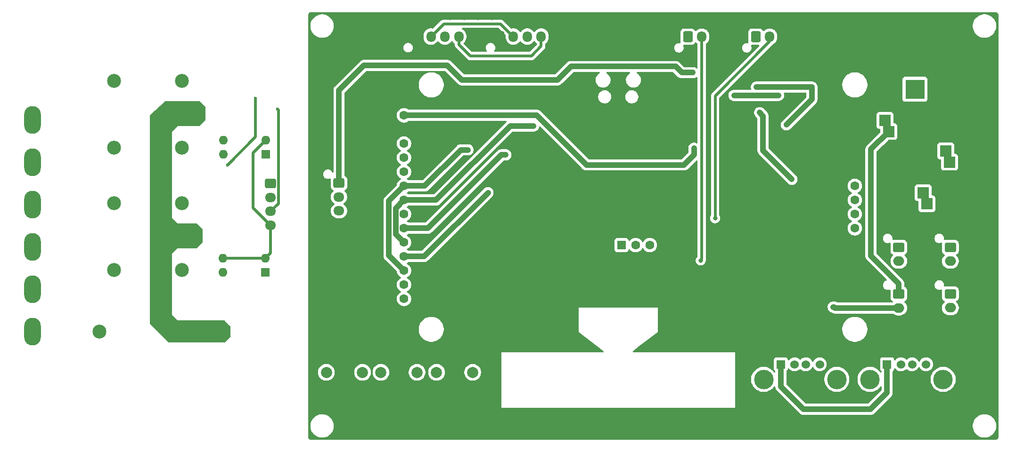
<source format=gbl>
%TF.GenerationSoftware,KiCad,Pcbnew,9.0.0-rc3*%
%TF.CreationDate,2025-02-18T21:04:31+09:00*%
%TF.ProjectId,hydroponics,68796472-6f70-46f6-9e69-63732e6b6963,rev?*%
%TF.SameCoordinates,Original*%
%TF.FileFunction,Copper,L2,Bot*%
%TF.FilePolarity,Positive*%
%FSLAX46Y46*%
G04 Gerber Fmt 4.6, Leading zero omitted, Abs format (unit mm)*
G04 Created by KiCad (PCBNEW 9.0.0-rc3) date 2025-02-18 21:04:31*
%MOMM*%
%LPD*%
G01*
G04 APERTURE LIST*
G04 Aperture macros list*
%AMRoundRect*
0 Rectangle with rounded corners*
0 $1 Rounding radius*
0 $2 $3 $4 $5 $6 $7 $8 $9 X,Y pos of 4 corners*
0 Add a 4 corners polygon primitive as box body*
4,1,4,$2,$3,$4,$5,$6,$7,$8,$9,$2,$3,0*
0 Add four circle primitives for the rounded corners*
1,1,$1+$1,$2,$3*
1,1,$1+$1,$4,$5*
1,1,$1+$1,$6,$7*
1,1,$1+$1,$8,$9*
0 Add four rect primitives between the rounded corners*
20,1,$1+$1,$2,$3,$4,$5,0*
20,1,$1+$1,$4,$5,$6,$7,0*
20,1,$1+$1,$6,$7,$8,$9,0*
20,1,$1+$1,$8,$9,$2,$3,0*%
G04 Aperture macros list end*
%TA.AperFunction,ComponentPad*%
%ADD10RoundRect,0.250000X-0.600000X-0.725000X0.600000X-0.725000X0.600000X0.725000X-0.600000X0.725000X0*%
%TD*%
%TA.AperFunction,ComponentPad*%
%ADD11O,1.700000X1.950000*%
%TD*%
%TA.AperFunction,ComponentPad*%
%ADD12RoundRect,0.250000X-0.750000X0.600000X-0.750000X-0.600000X0.750000X-0.600000X0.750000X0.600000X0*%
%TD*%
%TA.AperFunction,ComponentPad*%
%ADD13O,2.000000X1.700000*%
%TD*%
%TA.AperFunction,ComponentPad*%
%ADD14R,2.000000X2.000000*%
%TD*%
%TA.AperFunction,ComponentPad*%
%ADD15C,2.000000*%
%TD*%
%TA.AperFunction,ComponentPad*%
%ADD16RoundRect,0.250000X-0.725000X0.600000X-0.725000X-0.600000X0.725000X-0.600000X0.725000X0.600000X0*%
%TD*%
%TA.AperFunction,ComponentPad*%
%ADD17O,1.950000X1.700000*%
%TD*%
%TA.AperFunction,ComponentPad*%
%ADD18C,2.500000*%
%TD*%
%TA.AperFunction,ComponentPad*%
%ADD19C,1.600000*%
%TD*%
%TA.AperFunction,ComponentPad*%
%ADD20RoundRect,0.200000X-0.600000X-0.600000X0.600000X-0.600000X0.600000X0.600000X-0.600000X0.600000X0*%
%TD*%
%TA.AperFunction,ComponentPad*%
%ADD21R,1.524000X1.524000*%
%TD*%
%TA.AperFunction,ComponentPad*%
%ADD22C,1.524000*%
%TD*%
%TA.AperFunction,ComponentPad*%
%ADD23C,3.500000*%
%TD*%
%TA.AperFunction,ComponentPad*%
%ADD24O,3.000000X5.000000*%
%TD*%
%TA.AperFunction,ComponentPad*%
%ADD25R,1.600000X1.600000*%
%TD*%
%TA.AperFunction,ComponentPad*%
%ADD26O,1.600000X1.600000*%
%TD*%
%TA.AperFunction,ComponentPad*%
%ADD27R,3.500000X3.500000*%
%TD*%
%TA.AperFunction,ComponentPad*%
%ADD28RoundRect,0.750000X-1.000000X0.750000X-1.000000X-0.750000X1.000000X-0.750000X1.000000X0.750000X0*%
%TD*%
%TA.AperFunction,ComponentPad*%
%ADD29RoundRect,0.875000X-0.875000X0.875000X-0.875000X-0.875000X0.875000X-0.875000X0.875000X0.875000X0*%
%TD*%
%TA.AperFunction,ViaPad*%
%ADD30C,0.800000*%
%TD*%
%TA.AperFunction,ViaPad*%
%ADD31C,1.600000*%
%TD*%
%TA.AperFunction,ViaPad*%
%ADD32C,0.600000*%
%TD*%
%TA.AperFunction,Conductor*%
%ADD33C,1.000000*%
%TD*%
%TA.AperFunction,Conductor*%
%ADD34C,0.500000*%
%TD*%
G04 APERTURE END LIST*
D10*
%TO.P,J7,1,Pin_1*%
%TO.N,GND*%
X124550000Y-61705000D03*
D11*
%TO.P,J7,2,Pin_2*%
%TO.N,+3V3*%
X127050000Y-61705000D03*
%TO.P,J7,3,Pin_3*%
%TO.N,SDA*%
X129550000Y-61705000D03*
%TO.P,J7,4,Pin_4*%
%TO.N,SCL*%
X132050000Y-61705000D03*
%TD*%
D12*
%TO.P,OUT2,1,Pin_1*%
%TO.N,+12V*%
X205575000Y-99630000D03*
D13*
%TO.P,OUT2,2,Pin_2*%
%TO.N,Net-(D2-A)*%
X205575000Y-102130000D03*
%TD*%
D14*
%TO.P,C3,1*%
%TO.N,+12V*%
X204745179Y-82300000D03*
X205417323Y-84300000D03*
D15*
%TO.P,C3,2*%
%TO.N,GND*%
X210417323Y-84300000D03*
X211089467Y-86300000D03*
%TD*%
D16*
%TO.P,J10,1,Pin_1*%
%TO.N,+12V*%
X83425000Y-88175000D03*
D17*
%TO.P,J10,2,Pin_2*%
%TO.N,AC_OUT1*%
X83425000Y-90675000D03*
%TO.P,J10,3,Pin_3*%
%TO.N,AC_OUT2*%
X83425000Y-93175000D03*
%TO.P,J10,4,Pin_4*%
%TO.N,GND*%
X83425000Y-95675000D03*
%TD*%
D18*
%TO.P,U5,1,1*%
%TO.N,Net-(D6-A)*%
X67500000Y-81725000D03*
%TO.P,U5,2,2*%
%TO.N,+12V*%
X67500000Y-69725000D03*
%TO.P,U5,3,3*%
%TO.N,Net-(F1-Pad2)*%
X69500000Y-75725000D03*
%TO.P,U5,4,4*%
%TO.N,unconnected-(U5-Pad4)*%
X55300000Y-69725000D03*
%TO.P,U5,5,5*%
%TO.N,Net-(J9-Pin_5)*%
X55300000Y-81725000D03*
%TD*%
D19*
%TO.P,U2,1,VCC*%
%TO.N,+3V3*%
X107400000Y-75890000D03*
%TO.P,U2,2,GND*%
%TO.N,GND*%
X107400000Y-78430000D03*
%TO.P,U2,3,CS*%
%TO.N,CS_LCD*%
X107400000Y-80970000D03*
%TO.P,U2,4,RESET*%
%TO.N,+3V3*%
X107400000Y-83510000D03*
%TO.P,U2,5,DC/RS*%
%TO.N,DATA_CMD*%
X107400000Y-86050000D03*
%TO.P,U2,6,SDI(MOSI)*%
%TO.N,MOSI*%
X107400000Y-88590000D03*
%TO.P,U2,7,SCK*%
%TO.N,SCK*%
X107400000Y-91130000D03*
%TO.P,U2,8,LED*%
%TO.N,+3V3*%
X107400000Y-93670000D03*
%TO.P,U2,9,SDO(MISO)*%
%TO.N,MISO*%
X107400000Y-96210000D03*
%TO.P,U2,10,T_CLK*%
%TO.N,SCK*%
X107400000Y-98750000D03*
%TO.P,U2,11,T_CS*%
%TO.N,CS_TOUCH*%
X107400000Y-101290000D03*
%TO.P,U2,12,T_DIN*%
%TO.N,MOSI*%
X107400000Y-103830000D03*
%TO.P,U2,13,T_DO*%
%TO.N,MISO*%
X107400000Y-106370000D03*
%TO.P,U2,14,T_IRQ*%
%TO.N,unconnected-(U2-T_IRQ-Pad14)*%
X107400000Y-108910000D03*
%TO.P,U2,15,SD_CS*%
%TO.N,unconnected-(U2-SD_CS-Pad15)*%
X188400000Y-88590000D03*
%TO.P,U2,16,SD_MOSI*%
%TO.N,unconnected-(U2-SD_MOSI-Pad16)*%
X188400000Y-91130000D03*
%TO.P,U2,17,SD_MISO*%
%TO.N,unconnected-(U2-SD_MISO-Pad17)*%
X188400000Y-93670000D03*
%TO.P,U2,18,SD_SCK*%
%TO.N,unconnected-(U2-SD_SCK-Pad18)*%
X188400000Y-96210000D03*
%TD*%
D15*
%TO.P,SW1,1,1*%
%TO.N,SW_A*%
X93450000Y-122150000D03*
X99950000Y-122150000D03*
%TO.P,SW1,2,2*%
%TO.N,GND*%
X93450000Y-126650000D03*
X99950000Y-126650000D03*
%TD*%
%TO.P,SW3,1,1*%
%TO.N,SW_C*%
X113250000Y-122150000D03*
X119750000Y-122150000D03*
%TO.P,SW3,2,2*%
%TO.N,GND*%
X113250000Y-126650000D03*
X119750000Y-126650000D03*
%TD*%
%TO.P,SW2,1,1*%
%TO.N,SW_B*%
X103250000Y-122150000D03*
X109750000Y-122150000D03*
%TO.P,SW2,2,2*%
%TO.N,GND*%
X103250000Y-126650000D03*
X109750000Y-126650000D03*
%TD*%
D10*
%TO.P,J6,1,Pin_1*%
%TO.N,GND*%
X109750000Y-61705000D03*
D11*
%TO.P,J6,2,Pin_2*%
%TO.N,+3V3*%
X112250000Y-61705000D03*
%TO.P,J6,3,Pin_3*%
%TO.N,SDA*%
X114750000Y-61705000D03*
%TO.P,J6,4,Pin_4*%
%TO.N,SCL*%
X117250000Y-61705000D03*
%TD*%
D18*
%TO.P,U3,1,1*%
%TO.N,Net-(D5-A)*%
X67500000Y-103725000D03*
%TO.P,U3,2,2*%
%TO.N,+12V*%
X67500000Y-91725000D03*
%TO.P,U3,3,3*%
%TO.N,Net-(F1-Pad2)*%
X69500000Y-97725000D03*
%TO.P,U3,4,4*%
%TO.N,unconnected-(U3-Pad4)*%
X55300000Y-91725000D03*
%TO.P,U3,5,5*%
%TO.N,Net-(J9-Pin_3)*%
X55300000Y-103725000D03*
%TD*%
D10*
%TO.P,J8,1,Pin_1*%
%TO.N,Net-(J8-Pin_1)*%
X170600000Y-61730000D03*
D11*
%TO.P,J8,2,Pin_2*%
%TO.N,GP2*%
X173100000Y-61730000D03*
%TO.P,J8,3,Pin_3*%
%TO.N,GND*%
X175600000Y-61730000D03*
%TD*%
D10*
%TO.P,J5,1,Pin_1*%
%TO.N,Net-(J5-Pin_1)*%
X158400000Y-61730000D03*
D11*
%TO.P,J5,2,Pin_2*%
%TO.N,GP1*%
X160900000Y-61730000D03*
%TO.P,J5,3,Pin_3*%
%TO.N,GND*%
X163400000Y-61730000D03*
%TD*%
D18*
%TO.P,F1,1*%
%TO.N,Net-(J9-Pin_1)*%
X52650000Y-114800000D03*
%TO.P,F1,2*%
%TO.N,Net-(F1-Pad2)*%
X74450000Y-114800000D03*
%TD*%
D14*
%TO.P,C4,1*%
%TO.N,+12V*%
X201354821Y-91800000D03*
X200682677Y-89800000D03*
D15*
%TO.P,C4,2*%
%TO.N,GND*%
X195682677Y-89800000D03*
X195010533Y-87800000D03*
%TD*%
D20*
%TO.P,A1,D1*%
%TO.N,N/C*%
X146484100Y-99225000D03*
D19*
%TO.P,A1,D2*%
X149024100Y-99225000D03*
%TO.P,A1,D3*%
X151564100Y-99225000D03*
%TD*%
D21*
%TO.P,J4,1,VBUS*%
%TO.N,+5V*%
X175100000Y-120702500D03*
D22*
%TO.P,J4,2,D-*%
%TO.N,unconnected-(J4-D--Pad2)*%
X177600000Y-120702500D03*
%TO.P,J4,3,D+*%
%TO.N,unconnected-(J4-D+-Pad3)*%
X179600000Y-120702500D03*
%TO.P,J4,4,GND*%
%TO.N,Net-(D4-A)*%
X182100000Y-120702500D03*
D23*
%TO.P,J4,5,Shield*%
%TO.N,unconnected-(J4-Shield-Pad5)_1*%
X172030000Y-123412500D03*
X185170000Y-123412500D03*
%TD*%
D12*
%TO.P,OUT4,1,Pin_1*%
%TO.N,+5V*%
X205575000Y-108030000D03*
D13*
%TO.P,OUT4,2,Pin_2*%
%TO.N,Net-(D4-A)*%
X205575000Y-110530000D03*
%TD*%
D24*
%TO.P,J9,1,Pin_1*%
%TO.N,Net-(J9-Pin_1)*%
X40700000Y-114850000D03*
%TO.P,J9,2,Pin_2*%
%TO.N,Earth*%
X40700000Y-107230000D03*
%TO.P,J9,3,Pin_3*%
%TO.N,Net-(J9-Pin_3)*%
X40700000Y-99610000D03*
%TO.P,J9,4,Pin_4*%
%TO.N,Earth*%
X40700000Y-91990000D03*
%TO.P,J9,5,Pin_5*%
%TO.N,Net-(J9-Pin_5)*%
X40700000Y-84370000D03*
%TO.P,J9,6,Pin_6*%
%TO.N,Earth*%
X40700000Y-76750000D03*
%TD*%
D21*
%TO.P,J3,1,VBUS*%
%TO.N,+5V*%
X194200000Y-120702500D03*
D22*
%TO.P,J3,2,D-*%
%TO.N,unconnected-(J3-D--Pad2)*%
X196700000Y-120702500D03*
%TO.P,J3,3,D+*%
%TO.N,unconnected-(J3-D+-Pad3)*%
X198700000Y-120702500D03*
%TO.P,J3,4,GND*%
%TO.N,Net-(D3-A)*%
X201200000Y-120702500D03*
D23*
%TO.P,J3,5,Shield*%
%TO.N,unconnected-(J3-Shield-Pad5)_1*%
X191130000Y-123412500D03*
X204270000Y-123412500D03*
%TD*%
D25*
%TO.P,U6,1*%
%TO.N,Net-(R12-Pad1)*%
X82600000Y-82900000D03*
D26*
%TO.P,U6,2*%
%TO.N,GND*%
X82600000Y-80360000D03*
%TO.P,U6,3*%
X74980000Y-80360000D03*
%TO.P,U6,4*%
%TO.N,Net-(R10-Pad2)*%
X74980000Y-82900000D03*
%TD*%
D12*
%TO.P,OUT1,1,Pin_1*%
%TO.N,+12V*%
X196300000Y-99630000D03*
D13*
%TO.P,OUT1,2,Pin_2*%
%TO.N,Net-(D1-A)*%
X196300000Y-102130000D03*
%TD*%
D12*
%TO.P,OUT3,1,Pin_1*%
%TO.N,+5V*%
X196300000Y-108055000D03*
D13*
%TO.P,OUT3,2,Pin_2*%
%TO.N,Net-(D3-A)*%
X196300000Y-110555000D03*
%TD*%
D25*
%TO.P,U4,1*%
%TO.N,Net-(R9-Pad1)*%
X82500000Y-104125000D03*
D26*
%TO.P,U4,2*%
%TO.N,GND*%
X82500000Y-101585000D03*
%TO.P,U4,3*%
X74880000Y-101585000D03*
%TO.P,U4,4*%
%TO.N,Net-(R7-Pad2)*%
X74880000Y-104125000D03*
%TD*%
D16*
%TO.P,J2,1,Pin_1*%
%TO.N,+12V*%
X95725000Y-88080000D03*
D17*
%TO.P,J2,2,Pin_2*%
%TO.N,AC_OUT1*%
X95725000Y-90580000D03*
%TO.P,J2,3,Pin_3*%
%TO.N,AC_OUT2*%
X95725000Y-93080000D03*
%TO.P,J2,4,Pin_4*%
%TO.N,GND*%
X95725000Y-95580000D03*
%TD*%
D27*
%TO.P,J1,1*%
%TO.N,+12V*%
X199200000Y-71200000D03*
D28*
%TO.P,J1,2*%
%TO.N,GND*%
X199200000Y-65200000D03*
D29*
%TO.P,J1,3*%
X194500000Y-68200000D03*
%TD*%
D14*
%TO.P,C7,1*%
%TO.N,+5V*%
X193827856Y-76800000D03*
X194500000Y-78800000D03*
D15*
%TO.P,C7,2*%
%TO.N,GND*%
X199500000Y-78800000D03*
X200172144Y-80800000D03*
%TD*%
D30*
%TO.N,+12V*%
X177100000Y-87400000D03*
X171300000Y-75400000D03*
X159300000Y-68200000D03*
D31*
%TO.N,GND*%
X207800000Y-67100000D03*
D30*
X213200000Y-72300000D03*
D32*
X168700000Y-91300000D03*
D30*
X185200000Y-104800000D03*
X213200000Y-84800000D03*
X122200000Y-133300000D03*
D31*
X208600000Y-91300000D03*
D30*
X213200000Y-74800000D03*
D31*
X205200000Y-68500000D03*
D30*
X139700000Y-133300000D03*
X159700000Y-108800000D03*
D31*
X210400000Y-67700000D03*
D30*
X109700000Y-133300000D03*
D31*
X207800000Y-65500000D03*
D30*
X127700000Y-63800000D03*
X203700000Y-113800000D03*
X193700000Y-94800000D03*
X173200000Y-66300000D03*
D32*
X149700000Y-63300000D03*
D31*
X206800000Y-91300000D03*
X207000000Y-91300000D03*
D30*
X117700000Y-78430000D03*
D32*
X169200000Y-84300000D03*
D31*
X207800000Y-63700000D03*
X207600000Y-93700000D03*
D30*
X125700000Y-58300000D03*
D32*
X170700000Y-89300000D03*
D30*
X141700000Y-108300000D03*
D31*
X207800000Y-64500000D03*
D30*
X188200000Y-98800000D03*
D31*
X211000000Y-91300000D03*
D30*
X112200000Y-133300000D03*
D31*
X205200000Y-69100000D03*
D30*
X107200000Y-133300000D03*
X90700000Y-77800000D03*
D31*
X207800000Y-65700000D03*
X205200000Y-66700000D03*
X210400000Y-65700000D03*
D30*
X160700000Y-58300000D03*
D31*
X210400000Y-69300000D03*
D30*
X138200000Y-58300000D03*
D31*
X207800000Y-65300000D03*
D30*
X150200000Y-117800000D03*
X90700000Y-105300000D03*
D31*
X207800000Y-67300000D03*
X207800000Y-68100000D03*
D32*
X168200000Y-84300000D03*
D31*
X210400000Y-69900000D03*
D32*
X158600000Y-77500000D03*
D30*
X208200000Y-58300000D03*
D32*
X166700000Y-91300000D03*
X170200000Y-88300000D03*
D31*
X206200000Y-91300000D03*
D30*
X168200000Y-58300000D03*
X119200000Y-63300000D03*
D32*
X166200000Y-88300000D03*
D30*
X123200000Y-105300000D03*
X170700000Y-58300000D03*
X128200000Y-58300000D03*
X182700000Y-84300000D03*
D32*
X173700000Y-89300000D03*
X173700000Y-87300000D03*
D30*
X90700000Y-107800000D03*
D31*
X205200000Y-70300000D03*
X207400000Y-91300000D03*
D30*
X149700000Y-106800000D03*
X167200000Y-65800000D03*
D32*
X164700000Y-91300000D03*
D30*
X118200000Y-110300000D03*
X199700000Y-125800000D03*
X91200000Y-94800000D03*
D31*
X210400000Y-65900000D03*
D30*
X213200000Y-82300000D03*
D32*
X165700000Y-89300000D03*
D31*
X205200000Y-69300000D03*
X207800000Y-63900000D03*
X205200000Y-70100000D03*
D30*
X205700000Y-58300000D03*
X179200000Y-83300000D03*
X199700000Y-123300000D03*
D32*
X142700000Y-61300000D03*
D30*
X103700000Y-114300000D03*
X104700000Y-133300000D03*
X213200000Y-127300000D03*
X133200000Y-58300000D03*
X172200000Y-133300000D03*
X213200000Y-117300000D03*
D32*
X147700000Y-62300000D03*
D31*
X207600000Y-91300000D03*
X210400000Y-66100000D03*
D30*
X127200000Y-133300000D03*
D32*
X146700000Y-63300000D03*
D30*
X198700000Y-96800000D03*
X90700000Y-125300000D03*
D32*
X143700000Y-62300000D03*
D30*
X145700000Y-58300000D03*
D31*
X210400000Y-68300000D03*
D32*
X149700000Y-62300000D03*
D30*
X114200000Y-109800000D03*
D31*
X205200000Y-91300000D03*
X210400000Y-91300000D03*
D32*
X171200000Y-84300000D03*
D30*
X185200000Y-117800000D03*
D31*
X210400000Y-68500000D03*
D32*
X172200000Y-86300000D03*
X146700000Y-61300000D03*
D30*
X213200000Y-109800000D03*
D31*
X205000000Y-93700000D03*
D30*
X132200000Y-71800000D03*
D32*
X170700000Y-85300000D03*
D30*
X213200000Y-122300000D03*
D32*
X150700000Y-63300000D03*
D30*
X97200000Y-133300000D03*
X213200000Y-99800000D03*
X183200000Y-58300000D03*
X178700000Y-84300000D03*
D32*
X144700000Y-63300000D03*
X169700000Y-87300000D03*
D31*
X205200000Y-63300000D03*
D30*
X154700000Y-133300000D03*
D32*
X170700000Y-91300000D03*
D30*
X188700000Y-104800000D03*
D31*
X210600000Y-93700000D03*
D32*
X172700000Y-87300000D03*
D30*
X193700000Y-61300000D03*
X198200000Y-58300000D03*
D31*
X210400000Y-65500000D03*
D30*
X102700000Y-98800000D03*
D31*
X210400000Y-64500000D03*
X211200000Y-91300000D03*
X206600000Y-93700000D03*
X207800000Y-70100000D03*
D32*
X171200000Y-86300000D03*
D30*
X164700000Y-133300000D03*
D31*
X205200000Y-68900000D03*
D30*
X90700000Y-110300000D03*
D31*
X207800000Y-66300000D03*
X209200000Y-91300000D03*
D30*
X90700000Y-122800000D03*
X118200000Y-58300000D03*
D31*
X205400000Y-93700000D03*
D32*
X170200000Y-84300000D03*
D31*
X207800000Y-67700000D03*
X207800000Y-69300000D03*
D32*
X164700000Y-89300000D03*
D30*
X210700000Y-80300000D03*
D32*
X173200000Y-90300000D03*
D31*
X205800000Y-93700000D03*
D32*
X172700000Y-85300000D03*
D31*
X209000000Y-93700000D03*
D32*
X147700000Y-63300000D03*
D30*
X199700000Y-133300000D03*
X169700000Y-133300000D03*
D32*
X165700000Y-87300000D03*
X168200000Y-90300000D03*
D31*
X205200000Y-67900000D03*
D30*
X177700000Y-79800000D03*
D32*
X173200000Y-86300000D03*
D30*
X119700000Y-60800000D03*
X159700000Y-85300000D03*
D31*
X206000000Y-93700000D03*
D32*
X167700000Y-85300000D03*
D30*
X90700000Y-85300000D03*
D31*
X207800000Y-64100000D03*
D30*
X97200000Y-100300000D03*
X109200000Y-84500000D03*
D32*
X165200000Y-84300000D03*
D30*
X157200000Y-133300000D03*
X181200000Y-85300000D03*
D32*
X143700000Y-64300000D03*
D30*
X128850000Y-113450000D03*
D31*
X205200000Y-65700000D03*
X204800000Y-93700000D03*
D32*
X172200000Y-88300000D03*
D30*
X123200000Y-100300000D03*
D31*
X210400000Y-67100000D03*
D32*
X147700000Y-64300000D03*
X164700000Y-87300000D03*
D31*
X205200000Y-66500000D03*
D30*
X182200000Y-133300000D03*
D32*
X169200000Y-86300000D03*
D30*
X142200000Y-133300000D03*
X108200000Y-58300000D03*
D31*
X205200000Y-64100000D03*
D32*
X170700000Y-87300000D03*
D30*
X117200000Y-133300000D03*
X187700000Y-61300000D03*
D32*
X144700000Y-62300000D03*
X146700000Y-64300000D03*
D31*
X207800000Y-66100000D03*
X207200000Y-91300000D03*
D30*
X102200000Y-133300000D03*
X183200000Y-83300000D03*
D31*
X205200000Y-64500000D03*
D30*
X164700000Y-67300000D03*
X90700000Y-100300000D03*
X213200000Y-87300000D03*
D31*
X205200000Y-65900000D03*
X210400000Y-63700000D03*
X210400000Y-66300000D03*
D30*
X190700000Y-58300000D03*
X150200000Y-78300000D03*
D31*
X205200000Y-66100000D03*
D30*
X90700000Y-67800000D03*
X149700000Y-133300000D03*
X158700000Y-90800000D03*
X140700000Y-58300000D03*
D31*
X207800000Y-69900000D03*
X210400000Y-66900000D03*
X207800000Y-70300000D03*
X210400000Y-66700000D03*
D30*
X206200000Y-116300000D03*
X184700000Y-65300000D03*
X175700000Y-58300000D03*
D31*
X210400000Y-63500000D03*
X205200000Y-67300000D03*
X205200000Y-63500000D03*
D30*
X118200000Y-105800000D03*
D32*
X167700000Y-89300000D03*
D31*
X207800000Y-63300000D03*
X209800000Y-91300000D03*
D30*
X158200000Y-58300000D03*
X195700000Y-82800000D03*
D32*
X141700000Y-63300000D03*
X168700000Y-87300000D03*
X171700000Y-91300000D03*
X172700000Y-91300000D03*
X170200000Y-90300000D03*
D30*
X129700000Y-133300000D03*
D31*
X208000000Y-93700000D03*
D30*
X181700000Y-84300000D03*
D32*
X142700000Y-62300000D03*
D31*
X205200000Y-66900000D03*
D30*
X153200000Y-58300000D03*
X177200000Y-73800000D03*
D32*
X145700000Y-63300000D03*
D30*
X163700000Y-115800000D03*
D31*
X207800000Y-68700000D03*
X205200000Y-67500000D03*
D30*
X187200000Y-133300000D03*
X165700000Y-58300000D03*
D31*
X207000000Y-93700000D03*
D30*
X96700000Y-67300000D03*
X190700000Y-61300000D03*
D31*
X210400000Y-64700000D03*
D32*
X142700000Y-64300000D03*
D30*
X90700000Y-70300000D03*
X202200000Y-133300000D03*
X106200000Y-129300000D03*
D32*
X167700000Y-91300000D03*
D30*
X120700000Y-58300000D03*
D32*
X165700000Y-85300000D03*
D30*
X100700000Y-58300000D03*
D31*
X205200000Y-64300000D03*
X210800000Y-91300000D03*
D30*
X213200000Y-112300000D03*
D32*
X164700000Y-85300000D03*
D30*
X90700000Y-115300000D03*
X98200000Y-129800000D03*
D31*
X209200000Y-93700000D03*
D30*
X180700000Y-68300000D03*
X98200000Y-58300000D03*
D32*
X167200000Y-86300000D03*
D31*
X206400000Y-91300000D03*
X206800000Y-93700000D03*
X207800000Y-67500000D03*
X205200000Y-93700000D03*
D30*
X102700000Y-94300000D03*
D32*
X145700000Y-62300000D03*
D31*
X209600000Y-91300000D03*
D30*
X134700000Y-133300000D03*
X186700000Y-108300000D03*
D32*
X166200000Y-90300000D03*
D30*
X99700000Y-133300000D03*
D31*
X205200000Y-69500000D03*
D30*
X167200000Y-133300000D03*
X90700000Y-62800000D03*
D31*
X205600000Y-93700000D03*
X205200000Y-66300000D03*
D30*
X197200000Y-133300000D03*
D31*
X205400000Y-91300000D03*
D30*
X194700000Y-133300000D03*
D31*
X210400000Y-65100000D03*
D30*
X207200000Y-133300000D03*
D31*
X207800000Y-63500000D03*
D30*
X162700000Y-64800000D03*
D31*
X211000000Y-93700000D03*
D30*
X97200000Y-97300000D03*
D32*
X169700000Y-89300000D03*
D30*
X175200000Y-107300000D03*
D32*
X147700000Y-61300000D03*
D30*
X141700000Y-117800000D03*
D31*
X205200000Y-69900000D03*
D30*
X90700000Y-120300000D03*
D31*
X208000000Y-91300000D03*
D32*
X165700000Y-91300000D03*
D31*
X207800000Y-64700000D03*
X210400000Y-70300000D03*
D32*
X167200000Y-90300000D03*
D30*
X175700000Y-67300000D03*
D31*
X206000000Y-91300000D03*
X209400000Y-93700000D03*
D30*
X123450000Y-77550000D03*
D32*
X166700000Y-89300000D03*
D30*
X180200000Y-63300000D03*
X141200000Y-93300000D03*
D31*
X210400000Y-69700000D03*
D32*
X168700000Y-85300000D03*
D31*
X207800000Y-68900000D03*
D32*
X145700000Y-64300000D03*
D31*
X208400000Y-91300000D03*
X206200000Y-93700000D03*
D30*
X90700000Y-80300000D03*
D31*
X210400000Y-70100000D03*
D30*
X178700000Y-116300000D03*
X141200000Y-102800000D03*
X201700000Y-85300000D03*
X213200000Y-119800000D03*
X163200000Y-58300000D03*
X196200000Y-125800000D03*
X184700000Y-133300000D03*
X173700000Y-116800000D03*
D32*
X168700000Y-89300000D03*
D30*
X187700000Y-65300000D03*
X213200000Y-62300000D03*
D31*
X205200000Y-65300000D03*
X208800000Y-91300000D03*
D30*
X97200000Y-103800000D03*
X185700000Y-58300000D03*
X198700000Y-93800000D03*
D32*
X143700000Y-63300000D03*
X172700000Y-89300000D03*
D31*
X205200000Y-69700000D03*
D30*
X210200000Y-75800000D03*
X179700000Y-98300000D03*
X181700000Y-61300000D03*
D31*
X205200000Y-64700000D03*
D30*
X147200000Y-133300000D03*
X184700000Y-61300000D03*
X100200000Y-71300000D03*
D31*
X207800000Y-65100000D03*
D30*
X97700000Y-110300000D03*
X95700000Y-58300000D03*
X181700000Y-65300000D03*
D32*
X146700000Y-62300000D03*
D31*
X210400000Y-68100000D03*
D30*
X182200000Y-83300000D03*
X213200000Y-124800000D03*
D32*
X167700000Y-87300000D03*
D30*
X179700000Y-133300000D03*
X190700000Y-65300000D03*
D31*
X210200000Y-91300000D03*
X205200000Y-68300000D03*
D30*
X177700000Y-78300000D03*
X202700000Y-109800000D03*
D32*
X149700000Y-64300000D03*
D30*
X106200000Y-65300000D03*
D32*
X170200000Y-86300000D03*
D30*
X90700000Y-72800000D03*
D32*
X171700000Y-85300000D03*
D30*
X132500000Y-87200000D03*
X213200000Y-89800000D03*
D31*
X210400000Y-68700000D03*
D30*
X104200000Y-103800000D03*
X90700000Y-102800000D03*
X112700000Y-129300000D03*
X179700000Y-84300000D03*
X213200000Y-67300000D03*
X167700000Y-109300000D03*
X162600000Y-98300000D03*
X180700000Y-75300000D03*
D32*
X173200000Y-88300000D03*
D30*
X189700000Y-133300000D03*
X90700000Y-65300000D03*
X97700000Y-83300000D03*
X213200000Y-92300000D03*
X190700000Y-117800000D03*
D31*
X205000000Y-91300000D03*
D30*
X150700000Y-58300000D03*
D32*
X148700000Y-63300000D03*
D31*
X211400000Y-93700000D03*
D30*
X213200000Y-69800000D03*
D31*
X206600000Y-91300000D03*
X207800000Y-69700000D03*
X207800000Y-67900000D03*
D30*
X146200000Y-86800000D03*
D32*
X148700000Y-64300000D03*
X141700000Y-64300000D03*
D31*
X207400000Y-93700000D03*
X207800000Y-66700000D03*
D30*
X189200000Y-63300000D03*
X213200000Y-94800000D03*
X90700000Y-82800000D03*
D31*
X208200000Y-93700000D03*
D30*
X182700000Y-107300000D03*
D31*
X209600000Y-93700000D03*
D30*
X123200000Y-58300000D03*
X97700000Y-75800000D03*
X179200000Y-85300000D03*
D31*
X209400000Y-91300000D03*
D30*
X178200000Y-83300000D03*
X181200000Y-83300000D03*
X173200000Y-58300000D03*
X94700000Y-62300000D03*
X180200000Y-85300000D03*
X192200000Y-133300000D03*
X203200000Y-58300000D03*
D32*
X145700000Y-61300000D03*
D30*
X190700000Y-108300000D03*
X159700000Y-133300000D03*
X180700000Y-58300000D03*
D31*
X210400000Y-93700000D03*
D30*
X196200000Y-123300000D03*
D31*
X207800000Y-93700000D03*
D32*
X172200000Y-84300000D03*
D30*
X147700000Y-92800000D03*
D32*
X165200000Y-86300000D03*
D30*
X213200000Y-104800000D03*
D31*
X210400000Y-63900000D03*
D30*
X114700000Y-133300000D03*
X181700000Y-75300000D03*
X155700000Y-58300000D03*
X162200000Y-133300000D03*
X105200000Y-108300000D03*
D32*
X141700000Y-61300000D03*
D31*
X207200000Y-93700000D03*
D30*
X177700000Y-81300000D03*
D32*
X144700000Y-64300000D03*
X144700000Y-61300000D03*
D31*
X210400000Y-65300000D03*
D30*
X180200000Y-83300000D03*
X90700000Y-112800000D03*
X204700000Y-133300000D03*
D32*
X166200000Y-84300000D03*
D30*
X104700000Y-69800000D03*
D31*
X205200000Y-68700000D03*
D30*
X93700000Y-71800000D03*
D31*
X207800000Y-91300000D03*
X210400000Y-64100000D03*
D30*
X90700000Y-75300000D03*
D31*
X210400000Y-64900000D03*
D30*
X98700000Y-119300000D03*
D31*
X208200000Y-91300000D03*
D30*
X93700000Y-79800000D03*
D31*
X208800000Y-93700000D03*
D30*
X158200000Y-95800000D03*
D32*
X166700000Y-87300000D03*
D30*
X110700000Y-58300000D03*
D32*
X173700000Y-91300000D03*
D31*
X210200000Y-93700000D03*
D30*
X102700000Y-85800000D03*
X195700000Y-58300000D03*
X173200000Y-107300000D03*
D32*
X150700000Y-61300000D03*
D30*
X148200000Y-58300000D03*
X90700000Y-117800000D03*
D31*
X205200000Y-65100000D03*
X209800000Y-93700000D03*
X210400000Y-67900000D03*
X207800000Y-64900000D03*
D30*
X124700000Y-133300000D03*
X213200000Y-114800000D03*
X180700000Y-84300000D03*
D31*
X208400000Y-93700000D03*
X210400000Y-69500000D03*
D30*
X159200000Y-112800000D03*
D31*
X207800000Y-68500000D03*
X210400000Y-64300000D03*
D30*
X213200000Y-64800000D03*
D32*
X148700000Y-62300000D03*
D30*
X213200000Y-102300000D03*
D32*
X171200000Y-90300000D03*
D31*
X205200000Y-68100000D03*
D32*
X171200000Y-88300000D03*
D30*
X200700000Y-58300000D03*
D32*
X169200000Y-88300000D03*
D30*
X152200000Y-133300000D03*
D32*
X166700000Y-85300000D03*
D30*
X97200000Y-106800000D03*
X132300000Y-110800000D03*
X207700000Y-73300000D03*
D31*
X211400000Y-91300000D03*
X207800000Y-66900000D03*
D30*
X122700000Y-126800000D03*
X213200000Y-107300000D03*
D31*
X207800000Y-69100000D03*
D30*
X135700000Y-58300000D03*
D31*
X207800000Y-66500000D03*
X207800000Y-69500000D03*
D30*
X162200000Y-112300000D03*
D32*
X141700000Y-62300000D03*
D30*
X166200000Y-61800000D03*
D32*
X171700000Y-87300000D03*
D31*
X205200000Y-67100000D03*
X209000000Y-91300000D03*
D32*
X143700000Y-61300000D03*
D31*
X205200000Y-63900000D03*
D32*
X150700000Y-62300000D03*
D31*
X208600000Y-93700000D03*
D30*
X192200000Y-63300000D03*
X177200000Y-133300000D03*
X109200000Y-82500000D03*
D32*
X169200000Y-90300000D03*
D30*
X213200000Y-79800000D03*
X103200000Y-58300000D03*
X113200000Y-58300000D03*
X132700000Y-100200000D03*
D32*
X166200000Y-86300000D03*
D31*
X210400000Y-68900000D03*
X205200000Y-63700000D03*
D32*
X167200000Y-84300000D03*
X168200000Y-86300000D03*
D30*
X105700000Y-58300000D03*
X178200000Y-58300000D03*
D31*
X210600000Y-91300000D03*
X210400000Y-67300000D03*
D32*
X165200000Y-88300000D03*
D31*
X207800000Y-68300000D03*
D30*
X203700000Y-117800000D03*
D31*
X205200000Y-64900000D03*
D32*
X158400000Y-75300000D03*
D31*
X210400000Y-63300000D03*
D32*
X169700000Y-85300000D03*
X168200000Y-88300000D03*
D30*
X183100000Y-74200000D03*
X193200000Y-58300000D03*
X119700000Y-133300000D03*
D31*
X210800000Y-93700000D03*
D30*
X115700000Y-58300000D03*
D32*
X148700000Y-61300000D03*
X142700000Y-63300000D03*
D31*
X210400000Y-66500000D03*
D30*
X143200000Y-58300000D03*
D32*
X171700000Y-89300000D03*
D30*
X180700000Y-107300000D03*
D31*
X210400000Y-67500000D03*
X205600000Y-91300000D03*
D30*
X107700000Y-114300000D03*
X182700000Y-75300000D03*
D31*
X204800000Y-91300000D03*
D30*
X130700000Y-58300000D03*
D31*
X210000000Y-93700000D03*
D30*
X207700000Y-77300000D03*
D31*
X210000000Y-91300000D03*
D32*
X167200000Y-88300000D03*
D30*
X90700000Y-97800000D03*
D31*
X207800000Y-65900000D03*
X205200000Y-65500000D03*
D30*
X182200000Y-85300000D03*
X167200000Y-112300000D03*
D31*
X211200000Y-93700000D03*
D30*
X152200000Y-87300000D03*
X188200000Y-58300000D03*
X183200000Y-63300000D03*
X131700000Y-116300000D03*
X132200000Y-133300000D03*
X186200000Y-63300000D03*
D32*
X172200000Y-90300000D03*
D30*
X101700000Y-65300000D03*
X184200000Y-98300000D03*
X99700000Y-112300000D03*
X128200000Y-99300000D03*
X167700000Y-115800000D03*
D31*
X210400000Y-69100000D03*
D30*
X174700000Y-133300000D03*
X167700000Y-105800000D03*
D31*
X206400000Y-93700000D03*
D30*
X144700000Y-133300000D03*
D32*
X165200000Y-90300000D03*
D30*
X213200000Y-97300000D03*
X184200000Y-112800000D03*
D31*
X207800000Y-64300000D03*
X205800000Y-91300000D03*
X205200000Y-67700000D03*
D30*
X90700000Y-127800000D03*
D32*
X169700000Y-91300000D03*
X150700000Y-64300000D03*
D30*
X137200000Y-133300000D03*
X213200000Y-77300000D03*
D32*
X149700000Y-61300000D03*
D30*
%TO.N,+5V*%
X166700000Y-72300000D03*
X174700000Y-72300000D03*
%TO.N,Net-(D3-A)*%
X184500000Y-110400000D03*
%TO.N,MISO*%
X125700000Y-83000000D03*
%TO.N,+3V3*%
X170700000Y-70800000D03*
X180700000Y-70800000D03*
X159500000Y-81800000D03*
X176100000Y-77600000D03*
%TO.N,GP1*%
X160700000Y-102000000D03*
%TO.N,SCK*%
X130700000Y-77800000D03*
%TO.N,GP2*%
X163300000Y-94400000D03*
%TO.N,CS_TOUCH*%
X122500000Y-89800000D03*
%TO.N,MOSI*%
X118900000Y-82100000D03*
D32*
%TO.N,AC_OUT2*%
X84700000Y-74800000D03*
%TO.N,Net-(R10-Pad2)*%
X80700000Y-72800000D03*
X75700000Y-84800000D03*
%TD*%
D33*
%TO.N,+12V*%
X177100000Y-87400000D02*
X171900000Y-82200000D01*
X95725000Y-71375000D02*
X100200000Y-66900000D01*
X135000000Y-69500000D02*
X137400000Y-67100000D01*
X115200000Y-66900000D02*
X117800000Y-69500000D01*
X171900000Y-76000000D02*
X171300000Y-75400000D01*
X137400000Y-67100000D02*
X156200000Y-67100000D01*
X95725000Y-88080000D02*
X95725000Y-71375000D01*
X171900000Y-82200000D02*
X171900000Y-76000000D01*
X100200000Y-66900000D02*
X115200000Y-66900000D01*
X117800000Y-69500000D02*
X135000000Y-69500000D01*
X157300000Y-68200000D02*
X159300000Y-68200000D01*
X156200000Y-67100000D02*
X157300000Y-68200000D01*
D34*
%TO.N,GND*%
X83425000Y-95675000D02*
X83425000Y-100660000D01*
D33*
X210417323Y-84300000D02*
X204917323Y-78800000D01*
X95725000Y-95580000D02*
X97520000Y-95580000D01*
X101700000Y-91400000D02*
X101700000Y-84130000D01*
X132700000Y-87400000D02*
X132500000Y-87200000D01*
X132300000Y-100600000D02*
X132700000Y-100200000D01*
X183100000Y-74200000D02*
X183100000Y-69230000D01*
D34*
X83425000Y-100660000D02*
X82500000Y-101585000D01*
D33*
X101700000Y-84130000D02*
X107400000Y-78430000D01*
X132700000Y-100200000D02*
X132700000Y-87400000D01*
X132300000Y-110800000D02*
X132300000Y-100600000D01*
X183100000Y-69230000D02*
X175600000Y-61730000D01*
X97520000Y-95580000D02*
X101700000Y-91400000D01*
X194500000Y-68200000D02*
X196200000Y-68200000D01*
D34*
X83425000Y-95675000D02*
X80324000Y-92574000D01*
D33*
X204917323Y-78800000D02*
X199500000Y-78800000D01*
D34*
X74880000Y-101585000D02*
X82500000Y-101585000D01*
X80324000Y-82636000D02*
X82600000Y-80360000D01*
D33*
X196200000Y-68200000D02*
X199200000Y-65200000D01*
D34*
X80324000Y-92574000D02*
X80324000Y-82636000D01*
D33*
%TO.N,+5V*%
X191300000Y-101200000D02*
X191300000Y-82000000D01*
X191300000Y-82000000D02*
X194500000Y-78800000D01*
X175100000Y-120702500D02*
X175100000Y-124700000D01*
X191200000Y-128800000D02*
X194200000Y-125800000D01*
X166700000Y-72300000D02*
X174700000Y-72300000D01*
X175100000Y-124700000D02*
X179200000Y-128800000D01*
X179200000Y-128800000D02*
X191200000Y-128800000D01*
X194200000Y-125800000D02*
X194200000Y-120702500D01*
X196300000Y-106200000D02*
X191300000Y-101200000D01*
X196300000Y-108055000D02*
X196300000Y-106200000D01*
%TO.N,Net-(D3-A)*%
X184700000Y-110400000D02*
X184855000Y-110555000D01*
X184500000Y-110400000D02*
X184700000Y-110400000D01*
X184855000Y-110555000D02*
X196300000Y-110555000D01*
%TO.N,MISO*%
X124900000Y-83000000D02*
X111690000Y-96210000D01*
X111690000Y-96210000D02*
X107400000Y-96210000D01*
X125700000Y-83000000D02*
X124900000Y-83000000D01*
%TO.N,+3V3*%
X131290000Y-75890000D02*
X107400000Y-75890000D01*
D34*
X127050000Y-61705000D02*
X124745000Y-59400000D01*
D33*
X140200000Y-84800000D02*
X131290000Y-75890000D01*
X157700000Y-84800000D02*
X140200000Y-84800000D01*
X176100000Y-77600000D02*
X180700000Y-73000000D01*
D34*
X124745000Y-59400000D02*
X114555000Y-59400000D01*
D33*
X159500000Y-81800000D02*
X159500000Y-83000000D01*
D34*
X114555000Y-59400000D02*
X112250000Y-61705000D01*
D33*
X159500000Y-83000000D02*
X157700000Y-84800000D01*
X180700000Y-73000000D02*
X180700000Y-70800000D01*
X170700000Y-70800000D02*
X180700000Y-70800000D01*
D34*
%TO.N,SCL*%
X117250000Y-63150000D02*
X119300000Y-65200000D01*
X130300000Y-65200000D02*
X132050000Y-63450000D01*
X119300000Y-65200000D02*
X130300000Y-65200000D01*
X132050000Y-63450000D02*
X132050000Y-61705000D01*
X117250000Y-61705000D02*
X117250000Y-63150000D01*
%TO.N,GP1*%
X160900000Y-101800000D02*
X160900000Y-61730000D01*
X160700000Y-102000000D02*
X160900000Y-101800000D01*
D33*
%TO.N,SCK*%
X105899000Y-97249000D02*
X105899000Y-92631000D01*
X107400000Y-91130000D02*
X113170000Y-91130000D01*
X126500000Y-77800000D02*
X130700000Y-77800000D01*
X107400000Y-98750000D02*
X105899000Y-97249000D01*
X105899000Y-92631000D02*
X107400000Y-91130000D01*
X113170000Y-91130000D02*
X126500000Y-77800000D01*
D34*
%TO.N,GP2*%
X163300000Y-94400000D02*
X163300000Y-72400000D01*
X173100000Y-62600000D02*
X173100000Y-61730000D01*
X163300000Y-72400000D02*
X173100000Y-62600000D01*
D33*
%TO.N,CS_TOUCH*%
X107400000Y-101290000D02*
X111010000Y-101290000D01*
X111010000Y-101290000D02*
X122500000Y-89800000D01*
%TO.N,MOSI*%
X104698001Y-91291999D02*
X107400000Y-88590000D01*
X104698001Y-101128001D02*
X104698001Y-91291999D01*
X107400000Y-103830000D02*
X104698001Y-101128001D01*
X117600000Y-82100000D02*
X111110000Y-88590000D01*
X118900000Y-82100000D02*
X117600000Y-82100000D01*
X111110000Y-88590000D02*
X107400000Y-88590000D01*
D34*
%TO.N,AC_OUT2*%
X84851000Y-91749000D02*
X84851000Y-74951000D01*
X84851000Y-74951000D02*
X84700000Y-74800000D01*
X83425000Y-93175000D02*
X84851000Y-91749000D01*
%TO.N,Net-(R10-Pad2)*%
X75700000Y-84800000D02*
X80700000Y-79800000D01*
X80700000Y-79800000D02*
X80700000Y-72800000D01*
%TD*%
%TA.AperFunction,Conductor*%
%TO.N,GND*%
G36*
X124449809Y-60170185D02*
G01*
X124470451Y-60186819D01*
X125663298Y-61379665D01*
X125696783Y-61440988D01*
X125698681Y-61468841D01*
X125699500Y-61468841D01*
X125699500Y-61473713D01*
X125699500Y-61936287D01*
X125703460Y-61961287D01*
X125732753Y-62146239D01*
X125798444Y-62348414D01*
X125894951Y-62537820D01*
X126019890Y-62709786D01*
X126170213Y-62860109D01*
X126342179Y-62985048D01*
X126342181Y-62985049D01*
X126342184Y-62985051D01*
X126531588Y-63081557D01*
X126733757Y-63147246D01*
X126943713Y-63180500D01*
X126943714Y-63180500D01*
X127156286Y-63180500D01*
X127156287Y-63180500D01*
X127366243Y-63147246D01*
X127568412Y-63081557D01*
X127757816Y-62985051D01*
X127804275Y-62951297D01*
X127929786Y-62860109D01*
X127929788Y-62860106D01*
X127929792Y-62860104D01*
X128080104Y-62709792D01*
X128199683Y-62545204D01*
X128255011Y-62502540D01*
X128324624Y-62496561D01*
X128386420Y-62529166D01*
X128400313Y-62545199D01*
X128468182Y-62638613D01*
X128519896Y-62709792D01*
X128670213Y-62860109D01*
X128842179Y-62985048D01*
X128842181Y-62985049D01*
X128842184Y-62985051D01*
X129031588Y-63081557D01*
X129233757Y-63147246D01*
X129443713Y-63180500D01*
X129443714Y-63180500D01*
X129656286Y-63180500D01*
X129656287Y-63180500D01*
X129866243Y-63147246D01*
X130068412Y-63081557D01*
X130257816Y-62985051D01*
X130304275Y-62951297D01*
X130429786Y-62860109D01*
X130429788Y-62860106D01*
X130429792Y-62860104D01*
X130580104Y-62709792D01*
X130699683Y-62545204D01*
X130755011Y-62502540D01*
X130824624Y-62496561D01*
X130886420Y-62529166D01*
X130900313Y-62545199D01*
X131019896Y-62709792D01*
X131170208Y-62860104D01*
X131248384Y-62916902D01*
X131251725Y-62921233D01*
X131256703Y-62923507D01*
X131272833Y-62948606D01*
X131291051Y-62972231D01*
X131292304Y-62978904D01*
X131294477Y-62982285D01*
X131299500Y-63017220D01*
X131299500Y-63087770D01*
X131279815Y-63154809D01*
X131263181Y-63175451D01*
X130025451Y-64413181D01*
X129964128Y-64446666D01*
X129937770Y-64449500D01*
X123706748Y-64449500D01*
X123639709Y-64429815D01*
X123593954Y-64377011D01*
X123584010Y-64307853D01*
X123608227Y-64252885D01*
X123607242Y-64252227D01*
X123687000Y-64132860D01*
X123703703Y-64107863D01*
X123767816Y-63953082D01*
X123800500Y-63788767D01*
X123800500Y-63621233D01*
X123767816Y-63456918D01*
X123703703Y-63302137D01*
X123661624Y-63239162D01*
X123610626Y-63162837D01*
X123492162Y-63044373D01*
X123352860Y-62951295D01*
X123198082Y-62887184D01*
X123198074Y-62887182D01*
X123033771Y-62854500D01*
X123033767Y-62854500D01*
X122866233Y-62854500D01*
X122866228Y-62854500D01*
X122701925Y-62887182D01*
X122701917Y-62887184D01*
X122547139Y-62951295D01*
X122407837Y-63044373D01*
X122289373Y-63162837D01*
X122196295Y-63302139D01*
X122132184Y-63456917D01*
X122132182Y-63456925D01*
X122099500Y-63621228D01*
X122099500Y-63788771D01*
X122132182Y-63953074D01*
X122132184Y-63953082D01*
X122196295Y-64107860D01*
X122292758Y-64252227D01*
X122291697Y-64252935D01*
X122316419Y-64311149D01*
X122304625Y-64380016D01*
X122257472Y-64431575D01*
X122193252Y-64449500D01*
X119662230Y-64449500D01*
X119595191Y-64429815D01*
X119574549Y-64413181D01*
X118163313Y-63001945D01*
X118129828Y-62940622D01*
X118134812Y-62870930D01*
X118163313Y-62826583D01*
X118221017Y-62768879D01*
X118280104Y-62709792D01*
X118280106Y-62709788D01*
X118280109Y-62709786D01*
X118405048Y-62537820D01*
X118405047Y-62537820D01*
X118405051Y-62537816D01*
X118501557Y-62348412D01*
X118567246Y-62146243D01*
X118600500Y-61936287D01*
X118600500Y-61473713D01*
X118567246Y-61263757D01*
X118501557Y-61061588D01*
X118405051Y-60872184D01*
X118405049Y-60872181D01*
X118405048Y-60872179D01*
X118280109Y-60700213D01*
X118129786Y-60549890D01*
X117957820Y-60424951D01*
X117879382Y-60384985D01*
X117828586Y-60337010D01*
X117811791Y-60269189D01*
X117834328Y-60203055D01*
X117889043Y-60159603D01*
X117935677Y-60150500D01*
X124382770Y-60150500D01*
X124449809Y-60170185D01*
G37*
%TD.AperFunction*%
%TA.AperFunction,Conductor*%
G36*
X213706922Y-57301280D02*
G01*
X213797266Y-57311459D01*
X213824331Y-57317636D01*
X213903540Y-57345352D01*
X213928553Y-57357398D01*
X213999606Y-57402043D01*
X214021313Y-57419355D01*
X214080644Y-57478686D01*
X214097957Y-57500395D01*
X214142600Y-57571444D01*
X214154648Y-57596462D01*
X214182362Y-57675666D01*
X214188540Y-57702735D01*
X214198720Y-57793076D01*
X214199500Y-57806961D01*
X214199500Y-133793038D01*
X214198720Y-133806922D01*
X214198720Y-133806923D01*
X214188540Y-133897264D01*
X214182362Y-133924333D01*
X214154648Y-134003537D01*
X214142600Y-134028555D01*
X214097957Y-134099604D01*
X214080644Y-134121313D01*
X214021313Y-134180644D01*
X213999604Y-134197957D01*
X213928555Y-134242600D01*
X213903537Y-134254648D01*
X213824333Y-134282362D01*
X213797264Y-134288540D01*
X213717075Y-134297576D01*
X213706921Y-134298720D01*
X213693038Y-134299500D01*
X90706962Y-134299500D01*
X90693078Y-134298720D01*
X90680553Y-134297308D01*
X90602735Y-134288540D01*
X90575666Y-134282362D01*
X90496462Y-134254648D01*
X90471444Y-134242600D01*
X90400395Y-134197957D01*
X90378686Y-134180644D01*
X90319355Y-134121313D01*
X90302042Y-134099604D01*
X90257399Y-134028555D01*
X90245351Y-134003537D01*
X90217637Y-133924333D01*
X90211459Y-133897263D01*
X90207774Y-133864561D01*
X90201280Y-133806922D01*
X90200500Y-133793038D01*
X90200500Y-131662332D01*
X90599500Y-131662332D01*
X90599500Y-131937667D01*
X90599501Y-131937684D01*
X90635438Y-132210655D01*
X90635439Y-132210660D01*
X90635440Y-132210666D01*
X90635441Y-132210668D01*
X90706704Y-132476630D01*
X90812075Y-132731017D01*
X90812080Y-132731028D01*
X90891809Y-132869121D01*
X90949751Y-132969479D01*
X90949753Y-132969482D01*
X90949754Y-132969483D01*
X91117370Y-133187926D01*
X91117376Y-133187933D01*
X91312066Y-133382623D01*
X91312072Y-133382628D01*
X91530521Y-133550249D01*
X91683778Y-133638732D01*
X91768971Y-133687919D01*
X91768976Y-133687921D01*
X91768979Y-133687923D01*
X92023368Y-133793295D01*
X92289334Y-133864560D01*
X92562326Y-133900500D01*
X92562333Y-133900500D01*
X92837667Y-133900500D01*
X92837674Y-133900500D01*
X93110666Y-133864560D01*
X93376632Y-133793295D01*
X93631021Y-133687923D01*
X93869479Y-133550249D01*
X94087928Y-133382628D01*
X94282628Y-133187928D01*
X94450249Y-132969479D01*
X94587923Y-132731021D01*
X94693295Y-132476632D01*
X94764560Y-132210666D01*
X94800500Y-131937674D01*
X94800500Y-131662332D01*
X209599500Y-131662332D01*
X209599500Y-131937667D01*
X209599501Y-131937684D01*
X209635438Y-132210655D01*
X209635439Y-132210660D01*
X209635440Y-132210666D01*
X209635441Y-132210668D01*
X209706704Y-132476630D01*
X209812075Y-132731017D01*
X209812080Y-132731028D01*
X209891809Y-132869121D01*
X209949751Y-132969479D01*
X209949753Y-132969482D01*
X209949754Y-132969483D01*
X210117370Y-133187926D01*
X210117376Y-133187933D01*
X210312066Y-133382623D01*
X210312072Y-133382628D01*
X210530521Y-133550249D01*
X210683778Y-133638732D01*
X210768971Y-133687919D01*
X210768976Y-133687921D01*
X210768979Y-133687923D01*
X211023368Y-133793295D01*
X211289334Y-133864560D01*
X211562326Y-133900500D01*
X211562333Y-133900500D01*
X211837667Y-133900500D01*
X211837674Y-133900500D01*
X212110666Y-133864560D01*
X212376632Y-133793295D01*
X212631021Y-133687923D01*
X212869479Y-133550249D01*
X213087928Y-133382628D01*
X213282628Y-133187928D01*
X213450249Y-132969479D01*
X213587923Y-132731021D01*
X213693295Y-132476632D01*
X213764560Y-132210666D01*
X213800500Y-131937674D01*
X213800500Y-131662326D01*
X213764560Y-131389334D01*
X213693295Y-131123368D01*
X213587923Y-130868979D01*
X213587921Y-130868976D01*
X213587919Y-130868971D01*
X213538732Y-130783778D01*
X213450249Y-130630521D01*
X213282628Y-130412072D01*
X213282623Y-130412066D01*
X213087933Y-130217376D01*
X213087926Y-130217370D01*
X212869483Y-130049754D01*
X212869482Y-130049753D01*
X212869479Y-130049751D01*
X212774407Y-129994861D01*
X212631028Y-129912080D01*
X212631017Y-129912075D01*
X212376630Y-129806704D01*
X212243649Y-129771072D01*
X212110666Y-129735440D01*
X212110660Y-129735439D01*
X212110655Y-129735438D01*
X211837684Y-129699501D01*
X211837679Y-129699500D01*
X211837674Y-129699500D01*
X211562326Y-129699500D01*
X211562320Y-129699500D01*
X211562315Y-129699501D01*
X211289344Y-129735438D01*
X211289337Y-129735439D01*
X211289334Y-129735440D01*
X211233125Y-129750500D01*
X211023369Y-129806704D01*
X210768982Y-129912075D01*
X210768971Y-129912080D01*
X210530516Y-130049754D01*
X210312073Y-130217370D01*
X210312066Y-130217376D01*
X210117376Y-130412066D01*
X210117370Y-130412073D01*
X209949754Y-130630516D01*
X209812080Y-130868971D01*
X209812075Y-130868982D01*
X209706704Y-131123369D01*
X209635441Y-131389331D01*
X209635438Y-131389344D01*
X209599501Y-131662315D01*
X209599500Y-131662332D01*
X94800500Y-131662332D01*
X94800500Y-131662326D01*
X94764560Y-131389334D01*
X94693295Y-131123368D01*
X94587923Y-130868979D01*
X94587921Y-130868976D01*
X94587919Y-130868971D01*
X94538732Y-130783778D01*
X94450249Y-130630521D01*
X94282628Y-130412072D01*
X94282623Y-130412066D01*
X94087933Y-130217376D01*
X94087926Y-130217370D01*
X93869483Y-130049754D01*
X93869482Y-130049753D01*
X93869479Y-130049751D01*
X93774407Y-129994861D01*
X93631028Y-129912080D01*
X93631017Y-129912075D01*
X93376630Y-129806704D01*
X93243649Y-129771072D01*
X93110666Y-129735440D01*
X93110660Y-129735439D01*
X93110655Y-129735438D01*
X92837684Y-129699501D01*
X92837679Y-129699500D01*
X92837674Y-129699500D01*
X92562326Y-129699500D01*
X92562320Y-129699500D01*
X92562315Y-129699501D01*
X92289344Y-129735438D01*
X92289337Y-129735439D01*
X92289334Y-129735440D01*
X92233125Y-129750500D01*
X92023369Y-129806704D01*
X91768982Y-129912075D01*
X91768971Y-129912080D01*
X91530516Y-130049754D01*
X91312073Y-130217370D01*
X91312066Y-130217376D01*
X91117376Y-130412066D01*
X91117370Y-130412073D01*
X90949754Y-130630516D01*
X90812080Y-130868971D01*
X90812075Y-130868982D01*
X90706704Y-131123369D01*
X90635441Y-131389331D01*
X90635438Y-131389344D01*
X90599501Y-131662315D01*
X90599500Y-131662332D01*
X90200500Y-131662332D01*
X90200500Y-122031902D01*
X91949500Y-122031902D01*
X91949500Y-122268097D01*
X91986446Y-122501368D01*
X92059433Y-122725996D01*
X92166657Y-122936433D01*
X92305483Y-123127510D01*
X92472490Y-123294517D01*
X92663567Y-123433343D01*
X92762991Y-123484002D01*
X92874003Y-123540566D01*
X92874005Y-123540566D01*
X92874008Y-123540568D01*
X92994412Y-123579689D01*
X93098631Y-123613553D01*
X93331903Y-123650500D01*
X93331908Y-123650500D01*
X93568097Y-123650500D01*
X93801368Y-123613553D01*
X94025992Y-123540568D01*
X94236433Y-123433343D01*
X94427510Y-123294517D01*
X94594517Y-123127510D01*
X94733343Y-122936433D01*
X94840568Y-122725992D01*
X94913553Y-122501368D01*
X94950500Y-122268097D01*
X94950500Y-122031902D01*
X98449500Y-122031902D01*
X98449500Y-122268097D01*
X98486446Y-122501368D01*
X98559433Y-122725996D01*
X98666657Y-122936433D01*
X98805483Y-123127510D01*
X98972490Y-123294517D01*
X99163567Y-123433343D01*
X99262991Y-123484002D01*
X99374003Y-123540566D01*
X99374005Y-123540566D01*
X99374008Y-123540568D01*
X99494412Y-123579689D01*
X99598631Y-123613553D01*
X99831903Y-123650500D01*
X99831908Y-123650500D01*
X100068097Y-123650500D01*
X100301368Y-123613553D01*
X100525992Y-123540568D01*
X100736433Y-123433343D01*
X100927510Y-123294517D01*
X101094517Y-123127510D01*
X101233343Y-122936433D01*
X101340568Y-122725992D01*
X101413553Y-122501368D01*
X101450500Y-122268097D01*
X101450500Y-122031902D01*
X101749500Y-122031902D01*
X101749500Y-122268097D01*
X101786446Y-122501368D01*
X101859433Y-122725996D01*
X101966657Y-122936433D01*
X102105483Y-123127510D01*
X102272490Y-123294517D01*
X102463567Y-123433343D01*
X102562991Y-123484002D01*
X102674003Y-123540566D01*
X102674005Y-123540566D01*
X102674008Y-123540568D01*
X102794412Y-123579689D01*
X102898631Y-123613553D01*
X103131903Y-123650500D01*
X103131908Y-123650500D01*
X103368097Y-123650500D01*
X103601368Y-123613553D01*
X103825992Y-123540568D01*
X104036433Y-123433343D01*
X104227510Y-123294517D01*
X104394517Y-123127510D01*
X104533343Y-122936433D01*
X104640568Y-122725992D01*
X104713553Y-122501368D01*
X104750500Y-122268097D01*
X104750500Y-122031902D01*
X108249500Y-122031902D01*
X108249500Y-122268097D01*
X108286446Y-122501368D01*
X108359433Y-122725996D01*
X108466657Y-122936433D01*
X108605483Y-123127510D01*
X108772490Y-123294517D01*
X108963567Y-123433343D01*
X109062991Y-123484002D01*
X109174003Y-123540566D01*
X109174005Y-123540566D01*
X109174008Y-123540568D01*
X109294412Y-123579689D01*
X109398631Y-123613553D01*
X109631903Y-123650500D01*
X109631908Y-123650500D01*
X109868097Y-123650500D01*
X110101368Y-123613553D01*
X110325992Y-123540568D01*
X110536433Y-123433343D01*
X110727510Y-123294517D01*
X110894517Y-123127510D01*
X111033343Y-122936433D01*
X111140568Y-122725992D01*
X111213553Y-122501368D01*
X111250500Y-122268097D01*
X111250500Y-122031902D01*
X111749500Y-122031902D01*
X111749500Y-122268097D01*
X111786446Y-122501368D01*
X111859433Y-122725996D01*
X111966657Y-122936433D01*
X112105483Y-123127510D01*
X112272490Y-123294517D01*
X112463567Y-123433343D01*
X112562991Y-123484002D01*
X112674003Y-123540566D01*
X112674005Y-123540566D01*
X112674008Y-123540568D01*
X112794412Y-123579689D01*
X112898631Y-123613553D01*
X113131903Y-123650500D01*
X113131908Y-123650500D01*
X113368097Y-123650500D01*
X113601368Y-123613553D01*
X113825992Y-123540568D01*
X114036433Y-123433343D01*
X114227510Y-123294517D01*
X114394517Y-123127510D01*
X114533343Y-122936433D01*
X114640568Y-122725992D01*
X114713553Y-122501368D01*
X114750500Y-122268097D01*
X114750500Y-122031902D01*
X118249500Y-122031902D01*
X118249500Y-122268097D01*
X118286446Y-122501368D01*
X118359433Y-122725996D01*
X118466657Y-122936433D01*
X118605483Y-123127510D01*
X118772490Y-123294517D01*
X118963567Y-123433343D01*
X119062991Y-123484002D01*
X119174003Y-123540566D01*
X119174005Y-123540566D01*
X119174008Y-123540568D01*
X119294412Y-123579689D01*
X119398631Y-123613553D01*
X119631903Y-123650500D01*
X119631908Y-123650500D01*
X119868097Y-123650500D01*
X120101368Y-123613553D01*
X120325992Y-123540568D01*
X120536433Y-123433343D01*
X120727510Y-123294517D01*
X120894517Y-123127510D01*
X121033343Y-122936433D01*
X121140568Y-122725992D01*
X121213553Y-122501368D01*
X121250500Y-122268097D01*
X121250500Y-122031902D01*
X121213553Y-121798631D01*
X121170289Y-121665481D01*
X121140568Y-121574008D01*
X121140566Y-121574005D01*
X121140566Y-121574003D01*
X121033342Y-121363566D01*
X120970349Y-121276864D01*
X120894517Y-121172490D01*
X120727510Y-121005483D01*
X120536433Y-120866657D01*
X120325996Y-120759433D01*
X120101368Y-120686446D01*
X119868097Y-120649500D01*
X119868092Y-120649500D01*
X119631908Y-120649500D01*
X119631903Y-120649500D01*
X119398631Y-120686446D01*
X119174003Y-120759433D01*
X118963566Y-120866657D01*
X118854550Y-120945862D01*
X118772490Y-121005483D01*
X118772488Y-121005485D01*
X118772487Y-121005485D01*
X118605485Y-121172487D01*
X118605485Y-121172488D01*
X118605483Y-121172490D01*
X118585127Y-121200508D01*
X118466657Y-121363566D01*
X118359433Y-121574003D01*
X118286446Y-121798631D01*
X118249500Y-122031902D01*
X114750500Y-122031902D01*
X114713553Y-121798631D01*
X114670289Y-121665481D01*
X114640568Y-121574008D01*
X114640566Y-121574005D01*
X114640566Y-121574003D01*
X114533342Y-121363566D01*
X114470349Y-121276864D01*
X114394517Y-121172490D01*
X114227510Y-121005483D01*
X114036433Y-120866657D01*
X113825996Y-120759433D01*
X113601368Y-120686446D01*
X113368097Y-120649500D01*
X113368092Y-120649500D01*
X113131908Y-120649500D01*
X113131903Y-120649500D01*
X112898631Y-120686446D01*
X112674003Y-120759433D01*
X112463566Y-120866657D01*
X112354550Y-120945862D01*
X112272490Y-121005483D01*
X112272488Y-121005485D01*
X112272487Y-121005485D01*
X112105485Y-121172487D01*
X112105485Y-121172488D01*
X112105483Y-121172490D01*
X112085127Y-121200508D01*
X111966657Y-121363566D01*
X111859433Y-121574003D01*
X111786446Y-121798631D01*
X111749500Y-122031902D01*
X111250500Y-122031902D01*
X111213553Y-121798631D01*
X111170289Y-121665481D01*
X111140568Y-121574008D01*
X111140566Y-121574005D01*
X111140566Y-121574003D01*
X111033342Y-121363566D01*
X110970349Y-121276864D01*
X110894517Y-121172490D01*
X110727510Y-121005483D01*
X110536433Y-120866657D01*
X110325996Y-120759433D01*
X110101368Y-120686446D01*
X109868097Y-120649500D01*
X109868092Y-120649500D01*
X109631908Y-120649500D01*
X109631903Y-120649500D01*
X109398631Y-120686446D01*
X109174003Y-120759433D01*
X108963566Y-120866657D01*
X108854550Y-120945862D01*
X108772490Y-121005483D01*
X108772488Y-121005485D01*
X108772487Y-121005485D01*
X108605485Y-121172487D01*
X108605485Y-121172488D01*
X108605483Y-121172490D01*
X108585127Y-121200508D01*
X108466657Y-121363566D01*
X108359433Y-121574003D01*
X108286446Y-121798631D01*
X108249500Y-122031902D01*
X104750500Y-122031902D01*
X104713553Y-121798631D01*
X104670289Y-121665481D01*
X104640568Y-121574008D01*
X104640566Y-121574005D01*
X104640566Y-121574003D01*
X104533342Y-121363566D01*
X104470349Y-121276864D01*
X104394517Y-121172490D01*
X104227510Y-121005483D01*
X104036433Y-120866657D01*
X103825996Y-120759433D01*
X103601368Y-120686446D01*
X103368097Y-120649500D01*
X103368092Y-120649500D01*
X103131908Y-120649500D01*
X103131903Y-120649500D01*
X102898631Y-120686446D01*
X102674003Y-120759433D01*
X102463566Y-120866657D01*
X102354550Y-120945862D01*
X102272490Y-121005483D01*
X102272488Y-121005485D01*
X102272487Y-121005485D01*
X102105485Y-121172487D01*
X102105485Y-121172488D01*
X102105483Y-121172490D01*
X102085127Y-121200508D01*
X101966657Y-121363566D01*
X101859433Y-121574003D01*
X101786446Y-121798631D01*
X101749500Y-122031902D01*
X101450500Y-122031902D01*
X101413553Y-121798631D01*
X101370289Y-121665481D01*
X101340568Y-121574008D01*
X101340566Y-121574005D01*
X101340566Y-121574003D01*
X101233342Y-121363566D01*
X101170349Y-121276864D01*
X101094517Y-121172490D01*
X100927510Y-121005483D01*
X100736433Y-120866657D01*
X100525996Y-120759433D01*
X100301368Y-120686446D01*
X100068097Y-120649500D01*
X100068092Y-120649500D01*
X99831908Y-120649500D01*
X99831903Y-120649500D01*
X99598631Y-120686446D01*
X99374003Y-120759433D01*
X99163566Y-120866657D01*
X99054550Y-120945862D01*
X98972490Y-121005483D01*
X98972488Y-121005485D01*
X98972487Y-121005485D01*
X98805485Y-121172487D01*
X98805485Y-121172488D01*
X98805483Y-121172490D01*
X98785127Y-121200508D01*
X98666657Y-121363566D01*
X98559433Y-121574003D01*
X98486446Y-121798631D01*
X98449500Y-122031902D01*
X94950500Y-122031902D01*
X94913553Y-121798631D01*
X94870289Y-121665481D01*
X94840568Y-121574008D01*
X94840566Y-121574005D01*
X94840566Y-121574003D01*
X94733342Y-121363566D01*
X94670349Y-121276864D01*
X94594517Y-121172490D01*
X94427510Y-121005483D01*
X94236433Y-120866657D01*
X94025996Y-120759433D01*
X93801368Y-120686446D01*
X93568097Y-120649500D01*
X93568092Y-120649500D01*
X93331908Y-120649500D01*
X93331903Y-120649500D01*
X93098631Y-120686446D01*
X92874003Y-120759433D01*
X92663566Y-120866657D01*
X92554550Y-120945862D01*
X92472490Y-121005483D01*
X92472488Y-121005485D01*
X92472487Y-121005485D01*
X92305485Y-121172487D01*
X92305485Y-121172488D01*
X92305483Y-121172490D01*
X92285127Y-121200508D01*
X92166657Y-121363566D01*
X92059433Y-121574003D01*
X91986446Y-121798631D01*
X91949500Y-122031902D01*
X90200500Y-122031902D01*
X90200500Y-118525000D01*
X124900000Y-118525000D01*
X124900000Y-128525000D01*
X166900000Y-128525000D01*
X166900000Y-123264986D01*
X169779500Y-123264986D01*
X169779500Y-123560013D01*
X169811571Y-123803613D01*
X169818007Y-123852493D01*
X169818008Y-123852495D01*
X169894361Y-124137451D01*
X169894364Y-124137461D01*
X170007254Y-124410000D01*
X170007258Y-124410010D01*
X170154761Y-124665493D01*
X170334352Y-124899540D01*
X170334358Y-124899547D01*
X170542952Y-125108141D01*
X170542959Y-125108147D01*
X170777006Y-125287738D01*
X171032489Y-125435241D01*
X171032490Y-125435241D01*
X171032493Y-125435243D01*
X171305048Y-125548139D01*
X171590007Y-125624493D01*
X171882494Y-125663000D01*
X171882501Y-125663000D01*
X172177499Y-125663000D01*
X172177506Y-125663000D01*
X172469993Y-125624493D01*
X172754952Y-125548139D01*
X173027507Y-125435243D01*
X173282994Y-125287738D01*
X173517042Y-125108146D01*
X173725646Y-124899542D01*
X173877124Y-124702133D01*
X173933552Y-124660930D01*
X174003298Y-124656775D01*
X174064218Y-124690987D01*
X174096971Y-124752705D01*
X174099500Y-124777619D01*
X174099500Y-124798541D01*
X174099500Y-124798543D01*
X174099499Y-124798543D01*
X174137947Y-124991829D01*
X174137950Y-124991839D01*
X174213364Y-125173907D01*
X174213371Y-125173920D01*
X174322859Y-125337780D01*
X174322860Y-125337781D01*
X174322861Y-125337782D01*
X174462218Y-125477139D01*
X174462219Y-125477139D01*
X174469286Y-125484206D01*
X174469285Y-125484206D01*
X174469289Y-125484209D01*
X178562215Y-129577137D01*
X178562219Y-129577140D01*
X178726079Y-129686628D01*
X178726085Y-129686631D01*
X178726086Y-129686632D01*
X178908165Y-129762052D01*
X179101455Y-129800500D01*
X179101458Y-129800501D01*
X179101460Y-129800501D01*
X179304655Y-129800501D01*
X179304675Y-129800500D01*
X191298542Y-129800500D01*
X191312522Y-129797718D01*
X191395188Y-129781275D01*
X191491836Y-129762051D01*
X191556080Y-129735440D01*
X191673914Y-129686632D01*
X191837782Y-129577139D01*
X191977139Y-129437782D01*
X191977139Y-129437780D01*
X191987347Y-129427573D01*
X191987348Y-129427570D01*
X194977140Y-126437781D01*
X195086632Y-126273914D01*
X195162052Y-126091835D01*
X195200500Y-125898540D01*
X195200500Y-125701459D01*
X195200500Y-123264986D01*
X202019500Y-123264986D01*
X202019500Y-123560013D01*
X202051571Y-123803613D01*
X202058007Y-123852493D01*
X202058008Y-123852495D01*
X202134361Y-124137451D01*
X202134364Y-124137461D01*
X202247254Y-124410000D01*
X202247258Y-124410010D01*
X202394761Y-124665493D01*
X202574352Y-124899540D01*
X202574358Y-124899547D01*
X202782952Y-125108141D01*
X202782959Y-125108147D01*
X203017006Y-125287738D01*
X203272489Y-125435241D01*
X203272490Y-125435241D01*
X203272493Y-125435243D01*
X203545048Y-125548139D01*
X203830007Y-125624493D01*
X204122494Y-125663000D01*
X204122501Y-125663000D01*
X204417499Y-125663000D01*
X204417506Y-125663000D01*
X204709993Y-125624493D01*
X204994952Y-125548139D01*
X205267507Y-125435243D01*
X205522994Y-125287738D01*
X205757042Y-125108146D01*
X205965646Y-124899542D01*
X206145238Y-124665494D01*
X206292743Y-124410007D01*
X206405639Y-124137452D01*
X206481993Y-123852493D01*
X206520500Y-123560006D01*
X206520500Y-123264994D01*
X206481993Y-122972507D01*
X206405639Y-122687548D01*
X206292743Y-122414993D01*
X206145238Y-122159506D01*
X206047324Y-122031902D01*
X205965647Y-121925459D01*
X205965641Y-121925452D01*
X205757047Y-121716858D01*
X205757040Y-121716852D01*
X205522993Y-121537261D01*
X205267510Y-121389758D01*
X205267500Y-121389754D01*
X204994961Y-121276864D01*
X204994954Y-121276862D01*
X204994952Y-121276861D01*
X204709993Y-121200507D01*
X204661113Y-121194071D01*
X204417513Y-121162000D01*
X204417506Y-121162000D01*
X204122494Y-121162000D01*
X204122486Y-121162000D01*
X203844085Y-121198653D01*
X203830007Y-121200507D01*
X203824745Y-121201917D01*
X203545048Y-121276861D01*
X203545038Y-121276864D01*
X203272499Y-121389754D01*
X203272489Y-121389758D01*
X203017006Y-121537261D01*
X202782959Y-121716852D01*
X202782952Y-121716858D01*
X202574358Y-121925452D01*
X202574352Y-121925459D01*
X202394761Y-122159506D01*
X202247258Y-122414989D01*
X202247254Y-122414999D01*
X202134364Y-122687538D01*
X202134361Y-122687548D01*
X202058008Y-122972504D01*
X202058006Y-122972515D01*
X202019500Y-123264986D01*
X195200500Y-123264986D01*
X195200500Y-121973232D01*
X195220185Y-121906193D01*
X195250187Y-121873968D01*
X195319546Y-121822046D01*
X195405796Y-121706831D01*
X195456091Y-121571983D01*
X195462299Y-121514239D01*
X195489034Y-121449693D01*
X195546426Y-121409844D01*
X195616251Y-121407349D01*
X195676341Y-121443001D01*
X195685904Y-121454612D01*
X195727869Y-121512370D01*
X195737019Y-121524964D01*
X195877536Y-121665481D01*
X196038306Y-121782287D01*
X196070383Y-121798631D01*
X196215367Y-121872505D01*
X196215370Y-121872506D01*
X196309866Y-121903209D01*
X196404364Y-121933913D01*
X196600639Y-121965000D01*
X196600640Y-121965000D01*
X196799360Y-121965000D01*
X196799361Y-121965000D01*
X196995636Y-121933913D01*
X197184632Y-121872505D01*
X197361694Y-121782287D01*
X197522464Y-121665481D01*
X197612319Y-121575626D01*
X197673642Y-121542141D01*
X197743334Y-121547125D01*
X197787681Y-121575626D01*
X197877536Y-121665481D01*
X198038306Y-121782287D01*
X198070383Y-121798631D01*
X198215367Y-121872505D01*
X198215370Y-121872506D01*
X198309866Y-121903209D01*
X198404364Y-121933913D01*
X198600639Y-121965000D01*
X198600640Y-121965000D01*
X198799360Y-121965000D01*
X198799361Y-121965000D01*
X198995636Y-121933913D01*
X199184632Y-121872505D01*
X199361694Y-121782287D01*
X199522464Y-121665481D01*
X199662981Y-121524964D01*
X199779787Y-121364194D01*
X199839515Y-121246970D01*
X199887490Y-121196175D01*
X199955311Y-121179380D01*
X200021445Y-121201917D01*
X200060484Y-121246969D01*
X200120213Y-121364194D01*
X200237019Y-121524964D01*
X200377536Y-121665481D01*
X200538306Y-121782287D01*
X200570383Y-121798631D01*
X200715367Y-121872505D01*
X200715370Y-121872506D01*
X200809866Y-121903209D01*
X200904364Y-121933913D01*
X201100639Y-121965000D01*
X201100640Y-121965000D01*
X201299360Y-121965000D01*
X201299361Y-121965000D01*
X201495636Y-121933913D01*
X201684632Y-121872505D01*
X201861694Y-121782287D01*
X202022464Y-121665481D01*
X202162981Y-121524964D01*
X202279787Y-121364194D01*
X202370005Y-121187132D01*
X202431413Y-120998136D01*
X202462500Y-120801861D01*
X202462500Y-120603139D01*
X202431413Y-120406864D01*
X202400709Y-120312366D01*
X202370006Y-120217870D01*
X202370005Y-120217867D01*
X202279786Y-120040805D01*
X202162981Y-119880036D01*
X202022464Y-119739519D01*
X201861694Y-119622713D01*
X201684632Y-119532494D01*
X201684629Y-119532493D01*
X201495637Y-119471087D01*
X201397498Y-119455543D01*
X201299361Y-119440000D01*
X201100639Y-119440000D01*
X201035214Y-119450362D01*
X200904362Y-119471087D01*
X200715370Y-119532493D01*
X200715367Y-119532494D01*
X200538305Y-119622713D01*
X200377533Y-119739521D01*
X200237021Y-119880033D01*
X200120213Y-120040805D01*
X200060485Y-120158028D01*
X200012510Y-120208824D01*
X199944689Y-120225619D01*
X199878554Y-120203081D01*
X199839515Y-120158028D01*
X199779786Y-120040805D01*
X199662981Y-119880036D01*
X199522464Y-119739519D01*
X199361694Y-119622713D01*
X199184632Y-119532494D01*
X199184629Y-119532493D01*
X198995637Y-119471087D01*
X198897498Y-119455543D01*
X198799361Y-119440000D01*
X198600639Y-119440000D01*
X198535214Y-119450362D01*
X198404362Y-119471087D01*
X198215370Y-119532493D01*
X198215367Y-119532494D01*
X198038305Y-119622713D01*
X197877533Y-119739521D01*
X197787681Y-119829374D01*
X197726358Y-119862859D01*
X197656666Y-119857875D01*
X197612319Y-119829374D01*
X197522466Y-119739521D01*
X197522464Y-119739519D01*
X197361694Y-119622713D01*
X197184632Y-119532494D01*
X197184629Y-119532493D01*
X196995637Y-119471087D01*
X196897498Y-119455543D01*
X196799361Y-119440000D01*
X196600639Y-119440000D01*
X196535214Y-119450362D01*
X196404362Y-119471087D01*
X196215370Y-119532493D01*
X196215367Y-119532494D01*
X196038305Y-119622713D01*
X195877533Y-119739521D01*
X195737018Y-119880036D01*
X195685904Y-119950388D01*
X195630573Y-119993053D01*
X195560960Y-119999031D01*
X195499165Y-119966424D01*
X195464809Y-119905585D01*
X195462297Y-119890753D01*
X195456091Y-119833016D01*
X195405797Y-119698171D01*
X195405793Y-119698164D01*
X195319547Y-119582955D01*
X195319544Y-119582952D01*
X195204335Y-119496706D01*
X195204328Y-119496702D01*
X195069482Y-119446408D01*
X195069483Y-119446408D01*
X195009883Y-119440001D01*
X195009881Y-119440000D01*
X195009873Y-119440000D01*
X195009864Y-119440000D01*
X193390129Y-119440000D01*
X193390123Y-119440001D01*
X193330516Y-119446408D01*
X193195671Y-119496702D01*
X193195664Y-119496706D01*
X193080455Y-119582952D01*
X193080452Y-119582955D01*
X192994206Y-119698164D01*
X192994202Y-119698171D01*
X192943908Y-119833017D01*
X192937501Y-119892616D01*
X192937500Y-119892635D01*
X192937500Y-121512370D01*
X192937501Y-121512376D01*
X192943908Y-121571983D01*
X192994202Y-121706828D01*
X192994206Y-121706835D01*
X193080452Y-121822044D01*
X193080453Y-121822045D01*
X193080454Y-121822046D01*
X193149811Y-121873967D01*
X193191682Y-121929898D01*
X193199500Y-121973232D01*
X193199500Y-122047380D01*
X193179815Y-122114419D01*
X193127011Y-122160174D01*
X193057853Y-122170118D01*
X192994297Y-122141093D01*
X192977124Y-122122867D01*
X192862304Y-121973232D01*
X192825646Y-121925458D01*
X192825644Y-121925456D01*
X192825641Y-121925452D01*
X192617047Y-121716858D01*
X192617040Y-121716852D01*
X192382993Y-121537261D01*
X192127510Y-121389758D01*
X192127500Y-121389754D01*
X191854961Y-121276864D01*
X191854954Y-121276862D01*
X191854952Y-121276861D01*
X191569993Y-121200507D01*
X191521113Y-121194071D01*
X191277513Y-121162000D01*
X191277506Y-121162000D01*
X190982494Y-121162000D01*
X190982486Y-121162000D01*
X190704085Y-121198653D01*
X190690007Y-121200507D01*
X190684745Y-121201917D01*
X190405048Y-121276861D01*
X190405038Y-121276864D01*
X190132499Y-121389754D01*
X190132489Y-121389758D01*
X189877006Y-121537261D01*
X189642959Y-121716852D01*
X189642952Y-121716858D01*
X189434358Y-121925452D01*
X189434352Y-121925459D01*
X189254761Y-122159506D01*
X189107258Y-122414989D01*
X189107254Y-122414999D01*
X188994364Y-122687538D01*
X188994361Y-122687548D01*
X188918008Y-122972504D01*
X188918006Y-122972515D01*
X188879500Y-123264986D01*
X188879500Y-123560013D01*
X188911571Y-123803613D01*
X188918007Y-123852493D01*
X188918008Y-123852495D01*
X188994361Y-124137451D01*
X188994364Y-124137461D01*
X189107254Y-124410000D01*
X189107258Y-124410010D01*
X189254761Y-124665493D01*
X189434352Y-124899540D01*
X189434358Y-124899547D01*
X189642952Y-125108141D01*
X189642959Y-125108147D01*
X189877006Y-125287738D01*
X190132489Y-125435241D01*
X190132490Y-125435241D01*
X190132493Y-125435243D01*
X190405048Y-125548139D01*
X190690007Y-125624493D01*
X190982494Y-125663000D01*
X190982501Y-125663000D01*
X191277499Y-125663000D01*
X191277506Y-125663000D01*
X191569993Y-125624493D01*
X191854952Y-125548139D01*
X192127507Y-125435243D01*
X192382994Y-125287738D01*
X192617042Y-125108146D01*
X192825646Y-124899542D01*
X192977124Y-124702133D01*
X193033552Y-124660930D01*
X193103298Y-124656775D01*
X193164218Y-124690987D01*
X193196971Y-124752705D01*
X193199500Y-124777619D01*
X193199500Y-125334217D01*
X193179815Y-125401256D01*
X193163181Y-125421898D01*
X190821899Y-127763181D01*
X190760576Y-127796666D01*
X190734218Y-127799500D01*
X179665783Y-127799500D01*
X179598744Y-127779815D01*
X179578102Y-127763181D01*
X176136819Y-124321898D01*
X176103334Y-124260575D01*
X176100500Y-124234217D01*
X176100500Y-123264986D01*
X182919500Y-123264986D01*
X182919500Y-123560013D01*
X182951571Y-123803613D01*
X182958007Y-123852493D01*
X182958008Y-123852495D01*
X183034361Y-124137451D01*
X183034364Y-124137461D01*
X183147254Y-124410000D01*
X183147258Y-124410010D01*
X183294761Y-124665493D01*
X183474352Y-124899540D01*
X183474358Y-124899547D01*
X183682952Y-125108141D01*
X183682959Y-125108147D01*
X183917006Y-125287738D01*
X184172489Y-125435241D01*
X184172490Y-125435241D01*
X184172493Y-125435243D01*
X184445048Y-125548139D01*
X184730007Y-125624493D01*
X185022494Y-125663000D01*
X185022501Y-125663000D01*
X185317499Y-125663000D01*
X185317506Y-125663000D01*
X185609993Y-125624493D01*
X185894952Y-125548139D01*
X186167507Y-125435243D01*
X186422994Y-125287738D01*
X186657042Y-125108146D01*
X186865646Y-124899542D01*
X187045238Y-124665494D01*
X187192743Y-124410007D01*
X187305639Y-124137452D01*
X187381993Y-123852493D01*
X187420500Y-123560006D01*
X187420500Y-123264994D01*
X187381993Y-122972507D01*
X187305639Y-122687548D01*
X187192743Y-122414993D01*
X187045238Y-122159506D01*
X186947324Y-122031902D01*
X186865647Y-121925459D01*
X186865641Y-121925452D01*
X186657047Y-121716858D01*
X186657040Y-121716852D01*
X186422993Y-121537261D01*
X186167510Y-121389758D01*
X186167500Y-121389754D01*
X185894961Y-121276864D01*
X185894954Y-121276862D01*
X185894952Y-121276861D01*
X185609993Y-121200507D01*
X185561113Y-121194071D01*
X185317513Y-121162000D01*
X185317506Y-121162000D01*
X185022494Y-121162000D01*
X185022486Y-121162000D01*
X184744085Y-121198653D01*
X184730007Y-121200507D01*
X184724745Y-121201917D01*
X184445048Y-121276861D01*
X184445038Y-121276864D01*
X184172499Y-121389754D01*
X184172489Y-121389758D01*
X183917006Y-121537261D01*
X183682959Y-121716852D01*
X183682952Y-121716858D01*
X183474358Y-121925452D01*
X183474352Y-121925459D01*
X183294761Y-122159506D01*
X183147258Y-122414989D01*
X183147254Y-122414999D01*
X183034364Y-122687538D01*
X183034361Y-122687548D01*
X182958008Y-122972504D01*
X182958006Y-122972515D01*
X182919500Y-123264986D01*
X176100500Y-123264986D01*
X176100500Y-121973232D01*
X176120185Y-121906193D01*
X176150187Y-121873968D01*
X176219546Y-121822046D01*
X176305796Y-121706831D01*
X176356091Y-121571983D01*
X176362299Y-121514239D01*
X176389034Y-121449693D01*
X176446426Y-121409844D01*
X176516251Y-121407349D01*
X176576341Y-121443001D01*
X176585904Y-121454612D01*
X176627869Y-121512370D01*
X176637019Y-121524964D01*
X176777536Y-121665481D01*
X176938306Y-121782287D01*
X176970383Y-121798631D01*
X177115367Y-121872505D01*
X177115370Y-121872506D01*
X177209866Y-121903209D01*
X177304364Y-121933913D01*
X177500639Y-121965000D01*
X177500640Y-121965000D01*
X177699360Y-121965000D01*
X177699361Y-121965000D01*
X177895636Y-121933913D01*
X178084632Y-121872505D01*
X178261694Y-121782287D01*
X178422464Y-121665481D01*
X178512319Y-121575626D01*
X178573642Y-121542141D01*
X178643334Y-121547125D01*
X178687681Y-121575626D01*
X178777536Y-121665481D01*
X178938306Y-121782287D01*
X178970383Y-121798631D01*
X179115367Y-121872505D01*
X179115370Y-121872506D01*
X179209866Y-121903209D01*
X179304364Y-121933913D01*
X179500639Y-121965000D01*
X179500640Y-121965000D01*
X179699360Y-121965000D01*
X179699361Y-121965000D01*
X179895636Y-121933913D01*
X180084632Y-121872505D01*
X180261694Y-121782287D01*
X180422464Y-121665481D01*
X180562981Y-121524964D01*
X180679787Y-121364194D01*
X180739515Y-121246970D01*
X180787490Y-121196175D01*
X180855311Y-121179380D01*
X180921445Y-121201917D01*
X180960484Y-121246969D01*
X181020213Y-121364194D01*
X181137019Y-121524964D01*
X181277536Y-121665481D01*
X181438306Y-121782287D01*
X181470383Y-121798631D01*
X181615367Y-121872505D01*
X181615370Y-121872506D01*
X181709866Y-121903209D01*
X181804364Y-121933913D01*
X182000639Y-121965000D01*
X182000640Y-121965000D01*
X182199360Y-121965000D01*
X182199361Y-121965000D01*
X182395636Y-121933913D01*
X182584632Y-121872505D01*
X182761694Y-121782287D01*
X182922464Y-121665481D01*
X183062981Y-121524964D01*
X183179787Y-121364194D01*
X183270005Y-121187132D01*
X183331413Y-120998136D01*
X183362500Y-120801861D01*
X183362500Y-120603139D01*
X183331413Y-120406864D01*
X183300709Y-120312366D01*
X183270006Y-120217870D01*
X183270005Y-120217867D01*
X183179786Y-120040805D01*
X183062981Y-119880036D01*
X182922464Y-119739519D01*
X182761694Y-119622713D01*
X182584632Y-119532494D01*
X182584629Y-119532493D01*
X182395637Y-119471087D01*
X182297498Y-119455543D01*
X182199361Y-119440000D01*
X182000639Y-119440000D01*
X181935214Y-119450362D01*
X181804362Y-119471087D01*
X181615370Y-119532493D01*
X181615367Y-119532494D01*
X181438305Y-119622713D01*
X181277533Y-119739521D01*
X181137021Y-119880033D01*
X181020213Y-120040805D01*
X180960485Y-120158028D01*
X180912510Y-120208824D01*
X180844689Y-120225619D01*
X180778554Y-120203081D01*
X180739515Y-120158028D01*
X180679786Y-120040805D01*
X180562981Y-119880036D01*
X180422464Y-119739519D01*
X180261694Y-119622713D01*
X180084632Y-119532494D01*
X180084629Y-119532493D01*
X179895637Y-119471087D01*
X179797498Y-119455543D01*
X179699361Y-119440000D01*
X179500639Y-119440000D01*
X179435214Y-119450362D01*
X179304362Y-119471087D01*
X179115370Y-119532493D01*
X179115367Y-119532494D01*
X178938305Y-119622713D01*
X178777533Y-119739521D01*
X178687681Y-119829374D01*
X178626358Y-119862859D01*
X178556666Y-119857875D01*
X178512319Y-119829374D01*
X178422466Y-119739521D01*
X178422464Y-119739519D01*
X178261694Y-119622713D01*
X178084632Y-119532494D01*
X178084629Y-119532493D01*
X177895637Y-119471087D01*
X177797498Y-119455543D01*
X177699361Y-119440000D01*
X177500639Y-119440000D01*
X177435214Y-119450362D01*
X177304362Y-119471087D01*
X177115370Y-119532493D01*
X177115367Y-119532494D01*
X176938305Y-119622713D01*
X176777533Y-119739521D01*
X176637018Y-119880036D01*
X176585904Y-119950388D01*
X176530573Y-119993053D01*
X176460960Y-119999031D01*
X176399165Y-119966424D01*
X176364809Y-119905585D01*
X176362297Y-119890753D01*
X176356091Y-119833016D01*
X176305797Y-119698171D01*
X176305793Y-119698164D01*
X176219547Y-119582955D01*
X176219544Y-119582952D01*
X176104335Y-119496706D01*
X176104328Y-119496702D01*
X175969482Y-119446408D01*
X175969483Y-119446408D01*
X175909883Y-119440001D01*
X175909881Y-119440000D01*
X175909873Y-119440000D01*
X175909864Y-119440000D01*
X174290129Y-119440000D01*
X174290123Y-119440001D01*
X174230516Y-119446408D01*
X174095671Y-119496702D01*
X174095664Y-119496706D01*
X173980455Y-119582952D01*
X173980452Y-119582955D01*
X173894206Y-119698164D01*
X173894202Y-119698171D01*
X173843908Y-119833017D01*
X173837501Y-119892616D01*
X173837500Y-119892635D01*
X173837500Y-121512370D01*
X173837501Y-121512376D01*
X173843908Y-121571983D01*
X173894202Y-121706828D01*
X173894206Y-121706835D01*
X173980452Y-121822044D01*
X173980453Y-121822045D01*
X173980454Y-121822046D01*
X174049811Y-121873967D01*
X174091682Y-121929898D01*
X174099500Y-121973232D01*
X174099500Y-122047380D01*
X174079815Y-122114419D01*
X174027011Y-122160174D01*
X173957853Y-122170118D01*
X173894297Y-122141093D01*
X173877124Y-122122867D01*
X173762304Y-121973232D01*
X173725646Y-121925458D01*
X173725644Y-121925456D01*
X173725641Y-121925452D01*
X173517047Y-121716858D01*
X173517040Y-121716852D01*
X173282993Y-121537261D01*
X173027510Y-121389758D01*
X173027500Y-121389754D01*
X172754961Y-121276864D01*
X172754954Y-121276862D01*
X172754952Y-121276861D01*
X172469993Y-121200507D01*
X172421113Y-121194071D01*
X172177513Y-121162000D01*
X172177506Y-121162000D01*
X171882494Y-121162000D01*
X171882486Y-121162000D01*
X171604085Y-121198653D01*
X171590007Y-121200507D01*
X171584745Y-121201917D01*
X171305048Y-121276861D01*
X171305038Y-121276864D01*
X171032499Y-121389754D01*
X171032489Y-121389758D01*
X170777006Y-121537261D01*
X170542959Y-121716852D01*
X170542952Y-121716858D01*
X170334358Y-121925452D01*
X170334352Y-121925459D01*
X170154761Y-122159506D01*
X170007258Y-122414989D01*
X170007254Y-122414999D01*
X169894364Y-122687538D01*
X169894361Y-122687548D01*
X169818008Y-122972504D01*
X169818006Y-122972515D01*
X169779500Y-123264986D01*
X166900000Y-123264986D01*
X166900000Y-118525000D01*
X148648825Y-118525000D01*
X148581786Y-118505315D01*
X148536031Y-118452511D01*
X148526087Y-118383353D01*
X148555112Y-118319797D01*
X148572769Y-118303064D01*
X149633459Y-117479336D01*
X153000000Y-114864895D01*
X153000000Y-114252486D01*
X186149500Y-114252486D01*
X186149500Y-114547513D01*
X186168482Y-114691690D01*
X186188007Y-114839993D01*
X186198235Y-114878163D01*
X186264361Y-115124951D01*
X186264364Y-115124961D01*
X186377254Y-115397500D01*
X186377258Y-115397510D01*
X186524761Y-115652993D01*
X186704352Y-115887040D01*
X186704358Y-115887047D01*
X186912952Y-116095641D01*
X186912959Y-116095647D01*
X187147006Y-116275238D01*
X187402489Y-116422741D01*
X187402490Y-116422741D01*
X187402493Y-116422743D01*
X187675048Y-116535639D01*
X187960007Y-116611993D01*
X188252494Y-116650500D01*
X188252501Y-116650500D01*
X188547499Y-116650500D01*
X188547506Y-116650500D01*
X188839993Y-116611993D01*
X189124952Y-116535639D01*
X189397507Y-116422743D01*
X189652994Y-116275238D01*
X189887042Y-116095646D01*
X190095646Y-115887042D01*
X190275238Y-115652994D01*
X190422743Y-115397507D01*
X190535639Y-115124952D01*
X190611993Y-114839993D01*
X190650500Y-114547506D01*
X190650500Y-114252494D01*
X190611993Y-113960007D01*
X190535639Y-113675048D01*
X190422743Y-113402493D01*
X190275238Y-113147006D01*
X190095646Y-112912958D01*
X190095641Y-112912952D01*
X189887047Y-112704358D01*
X189887040Y-112704352D01*
X189652993Y-112524761D01*
X189397510Y-112377258D01*
X189397500Y-112377254D01*
X189124961Y-112264364D01*
X189124954Y-112264362D01*
X189124952Y-112264361D01*
X188839993Y-112188007D01*
X188791113Y-112181571D01*
X188547513Y-112149500D01*
X188547506Y-112149500D01*
X188252494Y-112149500D01*
X188252486Y-112149500D01*
X187974085Y-112186153D01*
X187960007Y-112188007D01*
X187675048Y-112264361D01*
X187675038Y-112264364D01*
X187402499Y-112377254D01*
X187402489Y-112377258D01*
X187147006Y-112524761D01*
X186912959Y-112704352D01*
X186912952Y-112704358D01*
X186704358Y-112912952D01*
X186704352Y-112912959D01*
X186524761Y-113147006D01*
X186377258Y-113402489D01*
X186377254Y-113402499D01*
X186264364Y-113675038D01*
X186264361Y-113675048D01*
X186188008Y-113960004D01*
X186188006Y-113960015D01*
X186149500Y-114252486D01*
X153000000Y-114252486D01*
X153000000Y-110525000D01*
X138800000Y-110525000D01*
X138800000Y-114864895D01*
X143227231Y-118303064D01*
X143268106Y-118359730D01*
X143271855Y-118429499D01*
X143237290Y-118490220D01*
X143175383Y-118522614D01*
X143151175Y-118525000D01*
X124900000Y-118525000D01*
X90200500Y-118525000D01*
X90200500Y-114252486D01*
X110049500Y-114252486D01*
X110049500Y-114547513D01*
X110068482Y-114691690D01*
X110088007Y-114839993D01*
X110098235Y-114878163D01*
X110164361Y-115124951D01*
X110164364Y-115124961D01*
X110277254Y-115397500D01*
X110277258Y-115397510D01*
X110424761Y-115652993D01*
X110604352Y-115887040D01*
X110604358Y-115887047D01*
X110812952Y-116095641D01*
X110812959Y-116095647D01*
X111047006Y-116275238D01*
X111302489Y-116422741D01*
X111302490Y-116422741D01*
X111302493Y-116422743D01*
X111575048Y-116535639D01*
X111860007Y-116611993D01*
X112152494Y-116650500D01*
X112152501Y-116650500D01*
X112447499Y-116650500D01*
X112447506Y-116650500D01*
X112739993Y-116611993D01*
X113024952Y-116535639D01*
X113297507Y-116422743D01*
X113552994Y-116275238D01*
X113787042Y-116095646D01*
X113995646Y-115887042D01*
X114175238Y-115652994D01*
X114322743Y-115397507D01*
X114435639Y-115124952D01*
X114511993Y-114839993D01*
X114550500Y-114547506D01*
X114550500Y-114252494D01*
X114511993Y-113960007D01*
X114435639Y-113675048D01*
X114322743Y-113402493D01*
X114175238Y-113147006D01*
X113995646Y-112912958D01*
X113995641Y-112912952D01*
X113787047Y-112704358D01*
X113787040Y-112704352D01*
X113552993Y-112524761D01*
X113297510Y-112377258D01*
X113297500Y-112377254D01*
X113024961Y-112264364D01*
X113024954Y-112264362D01*
X113024952Y-112264361D01*
X112739993Y-112188007D01*
X112691113Y-112181571D01*
X112447513Y-112149500D01*
X112447506Y-112149500D01*
X112152494Y-112149500D01*
X112152486Y-112149500D01*
X111874085Y-112186153D01*
X111860007Y-112188007D01*
X111575048Y-112264361D01*
X111575038Y-112264364D01*
X111302499Y-112377254D01*
X111302489Y-112377258D01*
X111047006Y-112524761D01*
X110812959Y-112704352D01*
X110812952Y-112704358D01*
X110604358Y-112912952D01*
X110604352Y-112912959D01*
X110424761Y-113147006D01*
X110277258Y-113402489D01*
X110277254Y-113402499D01*
X110164364Y-113675038D01*
X110164361Y-113675048D01*
X110088008Y-113960004D01*
X110088006Y-113960015D01*
X110049500Y-114252486D01*
X90200500Y-114252486D01*
X90200500Y-110498543D01*
X183499499Y-110498543D01*
X183537947Y-110691829D01*
X183537950Y-110691839D01*
X183613364Y-110873907D01*
X183613371Y-110873920D01*
X183722860Y-111037781D01*
X183722863Y-111037785D01*
X183862214Y-111177136D01*
X183862218Y-111177139D01*
X184026079Y-111286628D01*
X184026092Y-111286635D01*
X184111250Y-111321908D01*
X184208165Y-111362051D01*
X184260608Y-111372482D01*
X184293091Y-111383810D01*
X184299404Y-111387054D01*
X184381086Y-111441632D01*
X184502809Y-111492051D01*
X184563164Y-111517051D01*
X184630777Y-111530500D01*
X184662197Y-111536750D01*
X184756456Y-111555500D01*
X184756459Y-111555500D01*
X184756460Y-111555500D01*
X184953540Y-111555500D01*
X195189800Y-111555500D01*
X195256839Y-111575185D01*
X195269365Y-111584493D01*
X195442179Y-111710048D01*
X195442181Y-111710049D01*
X195442184Y-111710051D01*
X195631588Y-111806557D01*
X195833757Y-111872246D01*
X196043713Y-111905500D01*
X196043714Y-111905500D01*
X196556286Y-111905500D01*
X196556287Y-111905500D01*
X196766243Y-111872246D01*
X196968412Y-111806557D01*
X197157816Y-111710051D01*
X197192230Y-111685048D01*
X197329786Y-111585109D01*
X197329788Y-111585106D01*
X197329792Y-111585104D01*
X197480104Y-111434792D01*
X197480106Y-111434788D01*
X197480109Y-111434786D01*
X197605048Y-111262820D01*
X197605047Y-111262820D01*
X197605051Y-111262816D01*
X197701557Y-111073412D01*
X197767246Y-110871243D01*
X197800500Y-110661287D01*
X197800500Y-110448713D01*
X197767246Y-110238757D01*
X197701557Y-110036588D01*
X197605051Y-109847184D01*
X197605049Y-109847181D01*
X197605048Y-109847179D01*
X197480109Y-109675213D01*
X197341294Y-109536398D01*
X197307809Y-109475075D01*
X197312793Y-109405383D01*
X197354665Y-109349450D01*
X197363879Y-109343178D01*
X197369331Y-109339814D01*
X197369334Y-109339814D01*
X197518656Y-109247712D01*
X197642712Y-109123656D01*
X197734814Y-108974334D01*
X197789999Y-108807797D01*
X197800500Y-108705009D01*
X197800499Y-107404992D01*
X197789999Y-107302203D01*
X197734814Y-107135666D01*
X197642712Y-106986344D01*
X197518656Y-106862288D01*
X197369334Y-106770186D01*
X197369332Y-106770185D01*
X197363187Y-106766395D01*
X197364290Y-106764605D01*
X197319649Y-106725290D01*
X197300500Y-106659091D01*
X197300500Y-106346228D01*
X202724500Y-106346228D01*
X202724500Y-106513771D01*
X202757182Y-106678074D01*
X202757184Y-106678082D01*
X202821295Y-106832860D01*
X202914373Y-106972162D01*
X203032837Y-107090626D01*
X203100240Y-107135663D01*
X203172137Y-107183703D01*
X203326918Y-107247816D01*
X203452598Y-107272815D01*
X203491228Y-107280499D01*
X203491232Y-107280500D01*
X203491233Y-107280500D01*
X203658768Y-107280500D01*
X203658769Y-107280499D01*
X203823082Y-107247816D01*
X203907786Y-107212729D01*
X203977254Y-107205261D01*
X204039733Y-107236536D01*
X204075386Y-107296624D01*
X204078596Y-107339893D01*
X204074500Y-107379981D01*
X204074500Y-108680001D01*
X204074501Y-108680018D01*
X204085000Y-108782796D01*
X204085001Y-108782799D01*
X204140185Y-108949331D01*
X204140187Y-108949336D01*
X204232289Y-109098657D01*
X204356344Y-109222712D01*
X204511120Y-109318178D01*
X204557845Y-109370126D01*
X204569068Y-109439088D01*
X204541224Y-109503171D01*
X204533706Y-109511398D01*
X204394889Y-109650215D01*
X204269951Y-109822179D01*
X204173444Y-110011585D01*
X204107753Y-110213760D01*
X204093863Y-110301459D01*
X204074500Y-110423713D01*
X204074500Y-110636287D01*
X204078460Y-110661287D01*
X204107753Y-110846239D01*
X204173444Y-111048414D01*
X204269951Y-111237820D01*
X204394890Y-111409786D01*
X204545213Y-111560109D01*
X204717179Y-111685048D01*
X204717181Y-111685049D01*
X204717184Y-111685051D01*
X204906588Y-111781557D01*
X205108757Y-111847246D01*
X205318713Y-111880500D01*
X205318714Y-111880500D01*
X205831286Y-111880500D01*
X205831287Y-111880500D01*
X206041243Y-111847246D01*
X206243412Y-111781557D01*
X206432816Y-111685051D01*
X206454789Y-111669086D01*
X206604786Y-111560109D01*
X206604788Y-111560106D01*
X206604792Y-111560104D01*
X206755104Y-111409792D01*
X206755106Y-111409788D01*
X206755109Y-111409786D01*
X206880048Y-111237820D01*
X206880047Y-111237820D01*
X206880051Y-111237816D01*
X206976557Y-111048412D01*
X207042246Y-110846243D01*
X207075500Y-110636287D01*
X207075500Y-110423713D01*
X207042246Y-110213757D01*
X206976557Y-110011588D01*
X206880051Y-109822184D01*
X206880049Y-109822181D01*
X206880048Y-109822179D01*
X206755109Y-109650213D01*
X206616294Y-109511398D01*
X206582809Y-109450075D01*
X206587793Y-109380383D01*
X206629665Y-109324450D01*
X206638879Y-109318178D01*
X206644331Y-109314814D01*
X206644334Y-109314814D01*
X206793656Y-109222712D01*
X206917712Y-109098656D01*
X207009814Y-108949334D01*
X207064999Y-108782797D01*
X207075500Y-108680009D01*
X207075499Y-107379992D01*
X207064999Y-107277203D01*
X207009814Y-107110666D01*
X206917712Y-106961344D01*
X206793656Y-106837288D01*
X206684866Y-106770186D01*
X206644336Y-106745187D01*
X206644331Y-106745185D01*
X206584512Y-106725363D01*
X206477797Y-106690001D01*
X206477795Y-106690000D01*
X206375010Y-106679500D01*
X204774998Y-106679500D01*
X204774981Y-106679501D01*
X204672203Y-106690000D01*
X204672200Y-106690001D01*
X204572735Y-106722961D01*
X204502906Y-106725363D01*
X204442865Y-106689631D01*
X204411672Y-106627110D01*
X204412114Y-106581063D01*
X204420527Y-106538767D01*
X204425500Y-106513767D01*
X204425500Y-106346233D01*
X204392816Y-106181918D01*
X204328703Y-106027137D01*
X204249211Y-105908169D01*
X204235626Y-105887837D01*
X204117162Y-105769373D01*
X203977860Y-105676295D01*
X203823082Y-105612184D01*
X203823074Y-105612182D01*
X203658771Y-105579500D01*
X203658767Y-105579500D01*
X203491233Y-105579500D01*
X203491228Y-105579500D01*
X203326925Y-105612182D01*
X203326917Y-105612184D01*
X203172139Y-105676295D01*
X203032837Y-105769373D01*
X202914373Y-105887837D01*
X202821295Y-106027139D01*
X202757184Y-106181917D01*
X202757182Y-106181925D01*
X202724500Y-106346228D01*
X197300500Y-106346228D01*
X197300500Y-106101456D01*
X197262052Y-105908169D01*
X197262051Y-105908167D01*
X197262051Y-105908165D01*
X197253631Y-105887838D01*
X197253631Y-105887837D01*
X197253630Y-105887834D01*
X197239962Y-105854835D01*
X197186633Y-105726089D01*
X197186632Y-105726086D01*
X197186630Y-105726083D01*
X197186628Y-105726079D01*
X197077139Y-105562218D01*
X197077136Y-105562214D01*
X196934686Y-105419764D01*
X196934655Y-105419735D01*
X192336819Y-100821899D01*
X192303334Y-100760576D01*
X192300500Y-100734218D01*
X192300500Y-97946228D01*
X193449500Y-97946228D01*
X193449500Y-98113771D01*
X193482182Y-98278074D01*
X193482184Y-98278082D01*
X193546295Y-98432860D01*
X193639373Y-98572162D01*
X193757837Y-98690626D01*
X193810443Y-98725776D01*
X193897137Y-98783703D01*
X194051918Y-98847816D01*
X194199643Y-98877200D01*
X194216228Y-98880499D01*
X194216232Y-98880500D01*
X194216233Y-98880500D01*
X194383768Y-98880500D01*
X194383769Y-98880499D01*
X194548082Y-98847816D01*
X194632786Y-98812729D01*
X194702254Y-98805261D01*
X194764733Y-98836536D01*
X194800386Y-98896624D01*
X194803596Y-98939893D01*
X194799500Y-98979981D01*
X194799500Y-100280001D01*
X194799501Y-100280018D01*
X194810000Y-100382796D01*
X194810001Y-100382799D01*
X194865185Y-100549331D01*
X194865187Y-100549336D01*
X194957289Y-100698657D01*
X195081344Y-100822712D01*
X195236120Y-100918178D01*
X195282845Y-100970126D01*
X195294068Y-101039088D01*
X195266224Y-101103171D01*
X195258706Y-101111398D01*
X195119889Y-101250215D01*
X194994951Y-101422179D01*
X194898444Y-101611585D01*
X194832753Y-101813760D01*
X194799500Y-102023713D01*
X194799500Y-102236286D01*
X194825791Y-102402284D01*
X194832754Y-102446243D01*
X194890764Y-102624780D01*
X194898444Y-102648414D01*
X194994951Y-102837820D01*
X195119890Y-103009786D01*
X195270213Y-103160109D01*
X195442179Y-103285048D01*
X195442181Y-103285049D01*
X195442184Y-103285051D01*
X195631588Y-103381557D01*
X195833757Y-103447246D01*
X196043713Y-103480500D01*
X196043714Y-103480500D01*
X196556286Y-103480500D01*
X196556287Y-103480500D01*
X196766243Y-103447246D01*
X196968412Y-103381557D01*
X197157816Y-103285051D01*
X197179789Y-103269086D01*
X197329786Y-103160109D01*
X197329788Y-103160106D01*
X197329792Y-103160104D01*
X197480104Y-103009792D01*
X197480106Y-103009788D01*
X197480109Y-103009786D01*
X197605048Y-102837820D01*
X197605047Y-102837820D01*
X197605051Y-102837816D01*
X197701557Y-102648412D01*
X197767246Y-102446243D01*
X197800500Y-102236287D01*
X197800500Y-102023713D01*
X197767246Y-101813757D01*
X197701557Y-101611588D01*
X197605051Y-101422184D01*
X197605049Y-101422181D01*
X197605048Y-101422179D01*
X197480109Y-101250213D01*
X197341294Y-101111398D01*
X197307809Y-101050075D01*
X197312793Y-100980383D01*
X197354665Y-100924450D01*
X197363879Y-100918178D01*
X197369331Y-100914814D01*
X197369334Y-100914814D01*
X197518656Y-100822712D01*
X197642712Y-100698656D01*
X197734814Y-100549334D01*
X197789999Y-100382797D01*
X197800500Y-100280009D01*
X197800499Y-98979992D01*
X197789999Y-98877203D01*
X197734814Y-98710666D01*
X197642712Y-98561344D01*
X197518656Y-98437288D01*
X197369334Y-98345186D01*
X197202797Y-98290001D01*
X197202795Y-98290000D01*
X197100010Y-98279500D01*
X195499998Y-98279500D01*
X195499981Y-98279501D01*
X195397203Y-98290000D01*
X195397200Y-98290001D01*
X195297735Y-98322961D01*
X195227906Y-98325363D01*
X195167865Y-98289631D01*
X195136672Y-98227110D01*
X195137114Y-98181063D01*
X195150500Y-98113767D01*
X195150500Y-97946233D01*
X195150499Y-97946228D01*
X202724500Y-97946228D01*
X202724500Y-98113771D01*
X202757182Y-98278074D01*
X202757184Y-98278082D01*
X202821295Y-98432860D01*
X202914373Y-98572162D01*
X203032837Y-98690626D01*
X203085443Y-98725776D01*
X203172137Y-98783703D01*
X203326918Y-98847816D01*
X203474643Y-98877200D01*
X203491228Y-98880499D01*
X203491232Y-98880500D01*
X203491233Y-98880500D01*
X203658768Y-98880500D01*
X203658769Y-98880499D01*
X203823082Y-98847816D01*
X203907786Y-98812729D01*
X203977254Y-98805261D01*
X204039733Y-98836536D01*
X204075386Y-98896624D01*
X204078596Y-98939893D01*
X204074500Y-98979981D01*
X204074500Y-100280001D01*
X204074501Y-100280018D01*
X204085000Y-100382796D01*
X204085001Y-100382799D01*
X204140185Y-100549331D01*
X204140187Y-100549336D01*
X204232289Y-100698657D01*
X204356344Y-100822712D01*
X204511120Y-100918178D01*
X204557845Y-100970126D01*
X204569068Y-101039088D01*
X204541224Y-101103171D01*
X204533706Y-101111398D01*
X204394889Y-101250215D01*
X204269951Y-101422179D01*
X204173444Y-101611585D01*
X204107753Y-101813760D01*
X204074500Y-102023713D01*
X204074500Y-102236286D01*
X204100791Y-102402284D01*
X204107754Y-102446243D01*
X204165764Y-102624780D01*
X204173444Y-102648414D01*
X204269951Y-102837820D01*
X204394890Y-103009786D01*
X204545213Y-103160109D01*
X204717179Y-103285048D01*
X204717181Y-103285049D01*
X204717184Y-103285051D01*
X204906588Y-103381557D01*
X205108757Y-103447246D01*
X205318713Y-103480500D01*
X205318714Y-103480500D01*
X205831286Y-103480500D01*
X205831287Y-103480500D01*
X206041243Y-103447246D01*
X206243412Y-103381557D01*
X206432816Y-103285051D01*
X206454789Y-103269086D01*
X206604786Y-103160109D01*
X206604788Y-103160106D01*
X206604792Y-103160104D01*
X206755104Y-103009792D01*
X206755106Y-103009788D01*
X206755109Y-103009786D01*
X206880048Y-102837820D01*
X206880047Y-102837820D01*
X206880051Y-102837816D01*
X206976557Y-102648412D01*
X207042246Y-102446243D01*
X207075500Y-102236287D01*
X207075500Y-102023713D01*
X207042246Y-101813757D01*
X206976557Y-101611588D01*
X206880051Y-101422184D01*
X206880049Y-101422181D01*
X206880048Y-101422179D01*
X206755109Y-101250213D01*
X206616294Y-101111398D01*
X206582809Y-101050075D01*
X206587793Y-100980383D01*
X206629665Y-100924450D01*
X206638879Y-100918178D01*
X206644331Y-100914814D01*
X206644334Y-100914814D01*
X206793656Y-100822712D01*
X206917712Y-100698656D01*
X207009814Y-100549334D01*
X207064999Y-100382797D01*
X207075500Y-100280009D01*
X207075499Y-98979992D01*
X207064999Y-98877203D01*
X207009814Y-98710666D01*
X206917712Y-98561344D01*
X206793656Y-98437288D01*
X206644334Y-98345186D01*
X206477797Y-98290001D01*
X206477795Y-98290000D01*
X206375010Y-98279500D01*
X204774998Y-98279500D01*
X204774981Y-98279501D01*
X204672203Y-98290000D01*
X204672200Y-98290001D01*
X204572735Y-98322961D01*
X204502906Y-98325363D01*
X204442865Y-98289631D01*
X204411672Y-98227110D01*
X204412114Y-98181063D01*
X204425500Y-98113767D01*
X204425500Y-97946233D01*
X204392816Y-97781918D01*
X204328703Y-97627137D01*
X204273674Y-97544780D01*
X204235626Y-97487837D01*
X204117162Y-97369373D01*
X203977860Y-97276295D01*
X203823082Y-97212184D01*
X203823074Y-97212182D01*
X203658771Y-97179500D01*
X203658767Y-97179500D01*
X203491233Y-97179500D01*
X203491228Y-97179500D01*
X203326925Y-97212182D01*
X203326917Y-97212184D01*
X203172139Y-97276295D01*
X203032837Y-97369373D01*
X202914373Y-97487837D01*
X202821295Y-97627139D01*
X202757184Y-97781917D01*
X202757182Y-97781925D01*
X202724500Y-97946228D01*
X195150499Y-97946228D01*
X195117816Y-97781918D01*
X195053703Y-97627137D01*
X194998674Y-97544780D01*
X194960626Y-97487837D01*
X194842162Y-97369373D01*
X194702860Y-97276295D01*
X194548082Y-97212184D01*
X194548074Y-97212182D01*
X194383771Y-97179500D01*
X194383767Y-97179500D01*
X194216233Y-97179500D01*
X194216228Y-97179500D01*
X194051925Y-97212182D01*
X194051917Y-97212184D01*
X193897139Y-97276295D01*
X193757837Y-97369373D01*
X193639373Y-97487837D01*
X193546295Y-97627139D01*
X193482184Y-97781917D01*
X193482182Y-97781925D01*
X193449500Y-97946228D01*
X192300500Y-97946228D01*
X192300500Y-88752135D01*
X199182177Y-88752135D01*
X199182177Y-90847870D01*
X199182178Y-90847876D01*
X199188585Y-90907483D01*
X199238879Y-91042328D01*
X199238883Y-91042335D01*
X199325129Y-91157544D01*
X199325132Y-91157547D01*
X199440341Y-91243793D01*
X199440348Y-91243797D01*
X199485295Y-91260561D01*
X199575194Y-91294091D01*
X199634804Y-91300500D01*
X199730321Y-91300499D01*
X199797359Y-91320183D01*
X199843115Y-91372986D01*
X199854321Y-91424499D01*
X199854321Y-92847870D01*
X199854322Y-92847876D01*
X199860729Y-92907483D01*
X199911023Y-93042328D01*
X199911027Y-93042335D01*
X199997273Y-93157544D01*
X199997276Y-93157547D01*
X200112485Y-93243793D01*
X200112492Y-93243797D01*
X200247338Y-93294091D01*
X200247337Y-93294091D01*
X200254265Y-93294835D01*
X200306948Y-93300500D01*
X202402693Y-93300499D01*
X202462304Y-93294091D01*
X202597152Y-93243796D01*
X202712367Y-93157546D01*
X202798617Y-93042331D01*
X202848912Y-92907483D01*
X202855321Y-92847873D01*
X202855320Y-90752128D01*
X202848912Y-90692517D01*
X202846588Y-90686287D01*
X202798618Y-90557671D01*
X202798614Y-90557664D01*
X202712368Y-90442455D01*
X202712365Y-90442452D01*
X202597156Y-90356206D01*
X202597149Y-90356202D01*
X202462303Y-90305908D01*
X202462304Y-90305908D01*
X202402704Y-90299501D01*
X202402702Y-90299500D01*
X202402694Y-90299500D01*
X202402686Y-90299500D01*
X202307176Y-90299500D01*
X202240137Y-90279815D01*
X202194382Y-90227011D01*
X202183176Y-90175500D01*
X202183176Y-88752129D01*
X202183175Y-88752123D01*
X202183174Y-88752116D01*
X202176768Y-88692517D01*
X202176706Y-88692352D01*
X202126474Y-88557671D01*
X202126470Y-88557664D01*
X202040224Y-88442455D01*
X202040221Y-88442452D01*
X201925012Y-88356206D01*
X201925005Y-88356202D01*
X201790159Y-88305908D01*
X201790160Y-88305908D01*
X201730560Y-88299501D01*
X201730558Y-88299500D01*
X201730550Y-88299500D01*
X201730541Y-88299500D01*
X199634806Y-88299500D01*
X199634800Y-88299501D01*
X199575193Y-88305908D01*
X199440348Y-88356202D01*
X199440341Y-88356206D01*
X199325132Y-88442452D01*
X199325129Y-88442455D01*
X199238883Y-88557664D01*
X199238879Y-88557671D01*
X199188585Y-88692517D01*
X199184555Y-88730008D01*
X199182178Y-88752123D01*
X199182177Y-88752135D01*
X192300500Y-88752135D01*
X192300500Y-82465782D01*
X192320185Y-82398743D01*
X192336819Y-82378101D01*
X193462785Y-81252135D01*
X203244679Y-81252135D01*
X203244679Y-83347870D01*
X203244680Y-83347876D01*
X203251087Y-83407483D01*
X203301381Y-83542328D01*
X203301385Y-83542335D01*
X203387631Y-83657544D01*
X203387634Y-83657547D01*
X203502843Y-83743793D01*
X203502850Y-83743797D01*
X203547797Y-83760561D01*
X203637696Y-83794091D01*
X203697306Y-83800500D01*
X203792823Y-83800499D01*
X203859861Y-83820183D01*
X203905617Y-83872986D01*
X203916823Y-83924499D01*
X203916823Y-85347870D01*
X203916824Y-85347876D01*
X203923231Y-85407483D01*
X203973525Y-85542328D01*
X203973529Y-85542335D01*
X204059775Y-85657544D01*
X204059778Y-85657547D01*
X204174987Y-85743793D01*
X204174994Y-85743797D01*
X204309840Y-85794091D01*
X204309839Y-85794091D01*
X204316767Y-85794835D01*
X204369450Y-85800500D01*
X206465195Y-85800499D01*
X206524806Y-85794091D01*
X206659654Y-85743796D01*
X206774869Y-85657546D01*
X206861119Y-85542331D01*
X206911414Y-85407483D01*
X206917823Y-85347873D01*
X206917822Y-83252128D01*
X206911414Y-83192517D01*
X206876363Y-83098541D01*
X206861120Y-83057671D01*
X206861116Y-83057664D01*
X206774870Y-82942455D01*
X206774867Y-82942452D01*
X206659658Y-82856206D01*
X206659651Y-82856202D01*
X206524805Y-82805908D01*
X206524806Y-82805908D01*
X206465206Y-82799501D01*
X206465204Y-82799500D01*
X206465196Y-82799500D01*
X206465188Y-82799500D01*
X206369678Y-82799500D01*
X206302639Y-82779815D01*
X206256884Y-82727011D01*
X206245678Y-82675500D01*
X206245678Y-81252129D01*
X206245677Y-81252123D01*
X206245676Y-81252116D01*
X206239270Y-81192517D01*
X206227969Y-81162218D01*
X206188976Y-81057671D01*
X206188972Y-81057664D01*
X206102726Y-80942455D01*
X206102723Y-80942452D01*
X205987514Y-80856206D01*
X205987507Y-80856202D01*
X205852661Y-80805908D01*
X205852662Y-80805908D01*
X205793062Y-80799501D01*
X205793060Y-80799500D01*
X205793052Y-80799500D01*
X205793043Y-80799500D01*
X203697308Y-80799500D01*
X203697302Y-80799501D01*
X203637695Y-80805908D01*
X203502850Y-80856202D01*
X203502843Y-80856206D01*
X203387634Y-80942452D01*
X203387631Y-80942455D01*
X203301385Y-81057664D01*
X203301381Y-81057671D01*
X203251087Y-81192517D01*
X203247825Y-81222862D01*
X203244680Y-81252123D01*
X203244679Y-81252135D01*
X193462785Y-81252135D01*
X194378102Y-80336818D01*
X194439425Y-80303333D01*
X194465783Y-80300499D01*
X195547871Y-80300499D01*
X195547872Y-80300499D01*
X195607483Y-80294091D01*
X195742331Y-80243796D01*
X195857546Y-80157546D01*
X195943796Y-80042331D01*
X195994091Y-79907483D01*
X196000500Y-79847873D01*
X196000499Y-77752128D01*
X195994739Y-77698544D01*
X195994091Y-77692516D01*
X195943797Y-77557671D01*
X195943793Y-77557664D01*
X195857547Y-77442455D01*
X195857544Y-77442452D01*
X195742335Y-77356206D01*
X195742328Y-77356202D01*
X195607482Y-77305908D01*
X195607483Y-77305908D01*
X195547883Y-77299501D01*
X195547881Y-77299500D01*
X195547873Y-77299500D01*
X195547865Y-77299500D01*
X195452355Y-77299500D01*
X195385316Y-77279815D01*
X195339561Y-77227011D01*
X195328355Y-77175500D01*
X195328355Y-75752129D01*
X195328354Y-75752123D01*
X195328353Y-75752116D01*
X195321947Y-75692517D01*
X195307892Y-75654834D01*
X195271653Y-75557671D01*
X195271649Y-75557664D01*
X195185403Y-75442455D01*
X195185400Y-75442452D01*
X195070191Y-75356206D01*
X195070184Y-75356202D01*
X194935338Y-75305908D01*
X194935339Y-75305908D01*
X194875739Y-75299501D01*
X194875737Y-75299500D01*
X194875729Y-75299500D01*
X194875720Y-75299500D01*
X192779985Y-75299500D01*
X192779979Y-75299501D01*
X192720372Y-75305908D01*
X192585527Y-75356202D01*
X192585520Y-75356206D01*
X192470311Y-75442452D01*
X192470308Y-75442455D01*
X192384062Y-75557664D01*
X192384058Y-75557671D01*
X192333764Y-75692517D01*
X192327357Y-75752116D01*
X192327357Y-75752123D01*
X192327356Y-75752135D01*
X192327356Y-77847870D01*
X192327357Y-77847876D01*
X192333764Y-77907483D01*
X192384058Y-78042328D01*
X192384062Y-78042335D01*
X192470308Y-78157544D01*
X192470311Y-78157547D01*
X192585520Y-78243793D01*
X192585527Y-78243797D01*
X192630474Y-78260561D01*
X192720373Y-78294091D01*
X192779983Y-78300500D01*
X192875500Y-78300499D01*
X192942538Y-78320183D01*
X192988294Y-78372986D01*
X192999500Y-78424499D01*
X192999500Y-78834216D01*
X192979815Y-78901255D01*
X192963180Y-78921897D01*
X190662220Y-81222859D01*
X190662218Y-81222861D01*
X190610545Y-81274534D01*
X190522859Y-81362219D01*
X190413371Y-81526080D01*
X190413364Y-81526093D01*
X190386196Y-81591684D01*
X190386192Y-81591694D01*
X190384545Y-81595672D01*
X190337949Y-81708164D01*
X190326009Y-81768189D01*
X190324472Y-81775916D01*
X190324470Y-81775922D01*
X190299790Y-81900000D01*
X190299500Y-81901459D01*
X190299500Y-101101460D01*
X190299500Y-101298540D01*
X190299500Y-101298542D01*
X190299499Y-101298542D01*
X190337949Y-101491836D01*
X190338299Y-101492681D01*
X190413366Y-101673911D01*
X190413371Y-101673920D01*
X190522860Y-101837781D01*
X190522863Y-101837785D01*
X190666537Y-101981459D01*
X190666559Y-101981479D01*
X194113370Y-105428290D01*
X194146855Y-105489613D01*
X194141871Y-105559305D01*
X194099999Y-105615238D01*
X194057394Y-105634242D01*
X194057750Y-105635415D01*
X194051917Y-105637184D01*
X193897139Y-105701295D01*
X193757837Y-105794373D01*
X193639373Y-105912837D01*
X193546295Y-106052139D01*
X193482184Y-106206917D01*
X193482182Y-106206925D01*
X193449500Y-106371228D01*
X193449500Y-106538771D01*
X193482182Y-106703074D01*
X193482184Y-106703082D01*
X193546295Y-106857860D01*
X193639373Y-106997162D01*
X193757837Y-107115626D01*
X193850494Y-107177537D01*
X193897137Y-107208703D01*
X194051918Y-107272816D01*
X194199643Y-107302200D01*
X194216228Y-107305499D01*
X194216232Y-107305500D01*
X194216233Y-107305500D01*
X194383768Y-107305500D01*
X194383769Y-107305499D01*
X194548082Y-107272816D01*
X194632786Y-107237729D01*
X194702254Y-107230261D01*
X194764733Y-107261536D01*
X194800386Y-107321624D01*
X194803596Y-107364893D01*
X194799500Y-107404981D01*
X194799500Y-108705001D01*
X194799501Y-108705018D01*
X194810000Y-108807796D01*
X194810001Y-108807799D01*
X194865185Y-108974331D01*
X194865187Y-108974336D01*
X194900069Y-109030888D01*
X194957288Y-109123656D01*
X195081344Y-109247712D01*
X195206586Y-109324961D01*
X195253310Y-109376909D01*
X195264533Y-109445871D01*
X195236689Y-109509954D01*
X195178621Y-109548810D01*
X195141489Y-109554500D01*
X185273087Y-109554500D01*
X185220239Y-109542675D01*
X185211883Y-109538738D01*
X185173914Y-109513368D01*
X185045165Y-109460038D01*
X185010962Y-109445871D01*
X184991837Y-109437949D01*
X184991833Y-109437947D01*
X184847401Y-109409219D01*
X184847400Y-109409218D01*
X184822971Y-109404359D01*
X184798542Y-109399500D01*
X184798541Y-109399500D01*
X184401459Y-109399500D01*
X184401457Y-109399500D01*
X184208170Y-109437947D01*
X184208160Y-109437950D01*
X184026092Y-109513364D01*
X184026079Y-109513371D01*
X183862218Y-109622860D01*
X183862214Y-109622863D01*
X183722863Y-109762214D01*
X183722860Y-109762218D01*
X183613371Y-109926079D01*
X183613364Y-109926092D01*
X183537950Y-110108160D01*
X183537947Y-110108170D01*
X183499500Y-110301456D01*
X183499500Y-110301459D01*
X183499500Y-110498541D01*
X183499500Y-110498543D01*
X183499499Y-110498543D01*
X90200500Y-110498543D01*
X90200500Y-101681902D01*
X90200382Y-101680402D01*
X90200000Y-101670679D01*
X90200000Y-86396228D01*
X92874500Y-86396228D01*
X92874500Y-86563771D01*
X92907182Y-86728074D01*
X92907184Y-86728082D01*
X92971295Y-86882860D01*
X93064373Y-87022162D01*
X93182837Y-87140626D01*
X93275494Y-87202537D01*
X93322137Y-87233703D01*
X93476918Y-87297816D01*
X93615146Y-87325311D01*
X93641228Y-87330499D01*
X93641232Y-87330500D01*
X93641233Y-87330500D01*
X93808768Y-87330500D01*
X93808769Y-87330499D01*
X93973082Y-87297816D01*
X94083891Y-87251916D01*
X94153358Y-87244448D01*
X94215837Y-87275722D01*
X94251490Y-87335811D01*
X94254700Y-87379078D01*
X94249501Y-87429976D01*
X94249500Y-87429996D01*
X94249500Y-88730001D01*
X94249501Y-88730018D01*
X94260000Y-88832796D01*
X94260001Y-88832799D01*
X94315185Y-88999331D01*
X94315187Y-88999336D01*
X94407289Y-89148657D01*
X94531344Y-89272712D01*
X94686120Y-89368178D01*
X94732845Y-89420126D01*
X94744068Y-89489088D01*
X94716224Y-89553171D01*
X94708706Y-89561398D01*
X94569889Y-89700215D01*
X94444951Y-89872179D01*
X94348444Y-90061585D01*
X94282753Y-90263760D01*
X94249500Y-90473713D01*
X94249500Y-90686286D01*
X94275092Y-90847872D01*
X94282754Y-90896243D01*
X94330222Y-91042335D01*
X94348444Y-91098414D01*
X94444951Y-91287820D01*
X94569890Y-91459786D01*
X94720209Y-91610105D01*
X94720214Y-91610109D01*
X94884793Y-91729682D01*
X94927459Y-91785011D01*
X94933438Y-91854625D01*
X94900833Y-91916420D01*
X94884793Y-91930318D01*
X94720214Y-92049890D01*
X94720209Y-92049894D01*
X94569890Y-92200213D01*
X94444951Y-92372179D01*
X94348444Y-92561585D01*
X94282753Y-92763760D01*
X94249500Y-92973713D01*
X94249500Y-93186286D01*
X94282753Y-93396239D01*
X94348444Y-93598414D01*
X94444951Y-93787820D01*
X94569890Y-93959786D01*
X94720213Y-94110109D01*
X94892179Y-94235048D01*
X94892181Y-94235049D01*
X94892184Y-94235051D01*
X95081588Y-94331557D01*
X95283757Y-94397246D01*
X95493713Y-94430500D01*
X95493714Y-94430500D01*
X95956286Y-94430500D01*
X95956287Y-94430500D01*
X96166243Y-94397246D01*
X96368412Y-94331557D01*
X96557816Y-94235051D01*
X96579789Y-94219086D01*
X96729786Y-94110109D01*
X96729788Y-94110106D01*
X96729792Y-94110104D01*
X96880104Y-93959792D01*
X96880106Y-93959788D01*
X96880109Y-93959786D01*
X97005048Y-93787820D01*
X97005047Y-93787820D01*
X97005051Y-93787816D01*
X97101557Y-93598412D01*
X97167246Y-93396243D01*
X97200500Y-93186287D01*
X97200500Y-92973713D01*
X97167246Y-92763757D01*
X97101557Y-92561588D01*
X97005051Y-92372184D01*
X97005049Y-92372181D01*
X97005048Y-92372179D01*
X96880109Y-92200213D01*
X96729792Y-92049896D01*
X96729784Y-92049890D01*
X96565204Y-91930316D01*
X96522540Y-91874989D01*
X96516561Y-91805376D01*
X96549166Y-91743580D01*
X96565199Y-91729686D01*
X96729792Y-91610104D01*
X96880104Y-91459792D01*
X96880106Y-91459788D01*
X96880109Y-91459786D01*
X97005048Y-91287820D01*
X97005047Y-91287820D01*
X97005051Y-91287816D01*
X97101557Y-91098412D01*
X97167246Y-90896243D01*
X97200500Y-90686287D01*
X97200500Y-90473713D01*
X97167246Y-90263757D01*
X97101557Y-90061588D01*
X97005051Y-89872184D01*
X97005049Y-89872181D01*
X97005048Y-89872179D01*
X96880109Y-89700213D01*
X96741294Y-89561398D01*
X96707809Y-89500075D01*
X96712793Y-89430383D01*
X96754665Y-89374450D01*
X96763879Y-89368178D01*
X96769331Y-89364814D01*
X96769334Y-89364814D01*
X96918656Y-89272712D01*
X97042712Y-89148656D01*
X97134814Y-88999334D01*
X97189999Y-88832797D01*
X97200500Y-88730009D01*
X97200499Y-87429992D01*
X97196561Y-87391446D01*
X97189999Y-87327203D01*
X97189998Y-87327200D01*
X97185853Y-87314690D01*
X97134814Y-87160666D01*
X97042712Y-87011344D01*
X96918656Y-86887288D01*
X96784402Y-86804480D01*
X96737679Y-86752533D01*
X96725500Y-86698942D01*
X96725500Y-71840782D01*
X96745185Y-71773743D01*
X96761819Y-71753101D01*
X98262434Y-70252486D01*
X110049500Y-70252486D01*
X110049500Y-70547513D01*
X110066950Y-70680051D01*
X110088007Y-70839993D01*
X110164361Y-71124951D01*
X110164364Y-71124961D01*
X110277254Y-71397500D01*
X110277258Y-71397510D01*
X110424761Y-71652993D01*
X110604352Y-71887040D01*
X110604358Y-71887047D01*
X110812952Y-72095641D01*
X110812959Y-72095647D01*
X111047006Y-72275238D01*
X111302489Y-72422741D01*
X111302490Y-72422741D01*
X111302493Y-72422743D01*
X111575048Y-72535639D01*
X111860007Y-72611993D01*
X112152494Y-72650500D01*
X112152501Y-72650500D01*
X112447499Y-72650500D01*
X112447506Y-72650500D01*
X112739993Y-72611993D01*
X113024952Y-72535639D01*
X113201559Y-72462486D01*
X142299500Y-72462486D01*
X142299500Y-72647513D01*
X142328445Y-72830265D01*
X142385619Y-73006232D01*
X142385620Y-73006235D01*
X142421748Y-73077139D01*
X142469622Y-73171096D01*
X142578379Y-73320787D01*
X142709213Y-73451621D01*
X142858904Y-73560378D01*
X142939763Y-73601577D01*
X143023764Y-73644379D01*
X143023767Y-73644380D01*
X143111750Y-73672967D01*
X143199736Y-73701555D01*
X143382486Y-73730500D01*
X143382487Y-73730500D01*
X143567513Y-73730500D01*
X143567514Y-73730500D01*
X143750264Y-73701555D01*
X143926235Y-73644379D01*
X144091096Y-73560378D01*
X144240787Y-73451621D01*
X144371621Y-73320787D01*
X144480378Y-73171096D01*
X144564379Y-73006235D01*
X144621555Y-72830264D01*
X144650500Y-72647514D01*
X144650500Y-72462486D01*
X147149500Y-72462486D01*
X147149500Y-72647513D01*
X147178445Y-72830265D01*
X147235619Y-73006232D01*
X147235620Y-73006235D01*
X147271748Y-73077139D01*
X147319622Y-73171096D01*
X147428379Y-73320787D01*
X147559213Y-73451621D01*
X147708904Y-73560378D01*
X147789763Y-73601577D01*
X147873764Y-73644379D01*
X147873767Y-73644380D01*
X147961750Y-73672967D01*
X148049736Y-73701555D01*
X148232486Y-73730500D01*
X148232487Y-73730500D01*
X148417513Y-73730500D01*
X148417514Y-73730500D01*
X148600264Y-73701555D01*
X148776235Y-73644379D01*
X148941096Y-73560378D01*
X149090787Y-73451621D01*
X149221621Y-73320787D01*
X149330378Y-73171096D01*
X149414379Y-73006235D01*
X149471555Y-72830264D01*
X149500500Y-72647514D01*
X149500500Y-72462486D01*
X149471555Y-72279736D01*
X149414379Y-72103765D01*
X149414379Y-72103764D01*
X149365666Y-72008160D01*
X149330378Y-71938904D01*
X149221621Y-71789213D01*
X149090787Y-71658379D01*
X148941096Y-71549622D01*
X148888573Y-71522860D01*
X148776235Y-71465620D01*
X148776232Y-71465619D01*
X148600265Y-71408445D01*
X148508889Y-71393972D01*
X148417514Y-71379500D01*
X148232486Y-71379500D01*
X148171569Y-71389148D01*
X148049734Y-71408445D01*
X147873767Y-71465619D01*
X147873764Y-71465620D01*
X147708903Y-71549622D01*
X147623499Y-71611672D01*
X147559213Y-71658379D01*
X147559211Y-71658381D01*
X147559210Y-71658381D01*
X147428381Y-71789210D01*
X147428381Y-71789211D01*
X147428379Y-71789213D01*
X147401594Y-71826079D01*
X147319622Y-71938903D01*
X147235620Y-72103764D01*
X147235619Y-72103767D01*
X147178445Y-72279734D01*
X147149500Y-72462486D01*
X144650500Y-72462486D01*
X144621555Y-72279736D01*
X144564379Y-72103765D01*
X144564379Y-72103764D01*
X144515666Y-72008160D01*
X144480378Y-71938904D01*
X144371621Y-71789213D01*
X144240787Y-71658379D01*
X144091096Y-71549622D01*
X144038573Y-71522860D01*
X143926235Y-71465620D01*
X143926232Y-71465619D01*
X143750265Y-71408445D01*
X143658889Y-71393972D01*
X143567514Y-71379500D01*
X143382486Y-71379500D01*
X143321569Y-71389148D01*
X143199734Y-71408445D01*
X143023767Y-71465619D01*
X143023764Y-71465620D01*
X142858903Y-71549622D01*
X142773499Y-71611672D01*
X142709213Y-71658379D01*
X142709211Y-71658381D01*
X142709210Y-71658381D01*
X142578381Y-71789210D01*
X142578381Y-71789211D01*
X142578379Y-71789213D01*
X142551594Y-71826079D01*
X142469622Y-71938903D01*
X142385620Y-72103764D01*
X142385619Y-72103767D01*
X142328445Y-72279734D01*
X142299500Y-72462486D01*
X113201559Y-72462486D01*
X113297507Y-72422743D01*
X113552994Y-72275238D01*
X113787042Y-72095646D01*
X113995646Y-71887042D01*
X114175238Y-71652994D01*
X114322743Y-71397507D01*
X114435639Y-71124952D01*
X114511993Y-70839993D01*
X114550500Y-70547506D01*
X114550500Y-70252494D01*
X114511993Y-69960007D01*
X114435639Y-69675048D01*
X114322743Y-69402493D01*
X114322536Y-69402135D01*
X114175238Y-69147006D01*
X113995647Y-68912959D01*
X113995641Y-68912952D01*
X113787047Y-68704358D01*
X113787040Y-68704352D01*
X113552993Y-68524761D01*
X113297510Y-68377258D01*
X113297500Y-68377254D01*
X113024961Y-68264364D01*
X113024954Y-68264362D01*
X113024952Y-68264361D01*
X112739993Y-68188007D01*
X112691113Y-68181571D01*
X112447513Y-68149500D01*
X112447506Y-68149500D01*
X112152494Y-68149500D01*
X112152486Y-68149500D01*
X111874085Y-68186153D01*
X111860007Y-68188007D01*
X111575048Y-68264361D01*
X111575038Y-68264364D01*
X111302499Y-68377254D01*
X111302489Y-68377258D01*
X111047006Y-68524761D01*
X110812959Y-68704352D01*
X110812952Y-68704358D01*
X110604358Y-68912952D01*
X110604352Y-68912959D01*
X110424761Y-69147006D01*
X110277258Y-69402489D01*
X110277254Y-69402499D01*
X110164364Y-69675038D01*
X110164361Y-69675048D01*
X110119830Y-69841243D01*
X110088008Y-69960004D01*
X110088006Y-69960015D01*
X110049500Y-70252486D01*
X98262434Y-70252486D01*
X98354166Y-70160754D01*
X98673678Y-69841243D01*
X100578102Y-67936819D01*
X100639425Y-67903334D01*
X100665783Y-67900500D01*
X114734218Y-67900500D01*
X114801257Y-67920185D01*
X114821898Y-67936818D01*
X117022860Y-70137781D01*
X117022861Y-70137782D01*
X117117895Y-70232816D01*
X117162219Y-70277140D01*
X117326079Y-70386628D01*
X117326092Y-70386635D01*
X117454833Y-70439961D01*
X117508159Y-70462049D01*
X117508164Y-70462051D01*
X117539022Y-70468189D01*
X117579631Y-70476266D01*
X117701456Y-70500500D01*
X117701459Y-70500500D01*
X135098543Y-70500500D01*
X135142616Y-70491732D01*
X135260978Y-70468189D01*
X135291836Y-70462051D01*
X135345165Y-70439961D01*
X135473914Y-70386632D01*
X135637782Y-70277139D01*
X135777139Y-70137782D01*
X135777139Y-70137780D01*
X135787347Y-70127573D01*
X135787348Y-70127570D01*
X137778102Y-68136819D01*
X137839425Y-68103334D01*
X137865783Y-68100500D01*
X142479510Y-68100500D01*
X142546549Y-68120185D01*
X142592304Y-68172989D01*
X142602248Y-68242147D01*
X142573223Y-68305703D01*
X142535805Y-68334985D01*
X142467179Y-68369951D01*
X142295213Y-68494890D01*
X142144890Y-68645213D01*
X142019951Y-68817179D01*
X141923444Y-69006585D01*
X141857753Y-69208760D01*
X141824500Y-69418713D01*
X141824500Y-69631286D01*
X141851142Y-69799500D01*
X141857754Y-69841243D01*
X141916766Y-70022863D01*
X141923444Y-70043414D01*
X142019951Y-70232820D01*
X142144890Y-70404786D01*
X142295213Y-70555109D01*
X142467179Y-70680048D01*
X142467181Y-70680049D01*
X142467184Y-70680051D01*
X142656588Y-70776557D01*
X142858757Y-70842246D01*
X143068713Y-70875500D01*
X143068714Y-70875500D01*
X143281286Y-70875500D01*
X143281287Y-70875500D01*
X143491243Y-70842246D01*
X143693412Y-70776557D01*
X143882816Y-70680051D01*
X143904789Y-70664086D01*
X144054786Y-70555109D01*
X144054788Y-70555106D01*
X144054792Y-70555104D01*
X144205104Y-70404792D01*
X144205106Y-70404788D01*
X144205109Y-70404786D01*
X144330048Y-70232820D01*
X144330047Y-70232820D01*
X144330051Y-70232816D01*
X144426557Y-70043412D01*
X144492246Y-69841243D01*
X144525500Y-69631287D01*
X144525500Y-69418713D01*
X144492246Y-69208757D01*
X144426557Y-69006588D01*
X144330051Y-68817184D01*
X144330049Y-68817181D01*
X144330048Y-68817179D01*
X144205109Y-68645213D01*
X144054786Y-68494890D01*
X143882820Y-68369951D01*
X143814195Y-68334985D01*
X143763399Y-68287010D01*
X143746604Y-68219189D01*
X143769141Y-68153055D01*
X143823856Y-68109603D01*
X143870490Y-68100500D01*
X147929510Y-68100500D01*
X147996549Y-68120185D01*
X148042304Y-68172989D01*
X148052248Y-68242147D01*
X148023223Y-68305703D01*
X147985805Y-68334985D01*
X147917179Y-68369951D01*
X147745213Y-68494890D01*
X147594890Y-68645213D01*
X147469951Y-68817179D01*
X147373444Y-69006585D01*
X147307753Y-69208760D01*
X147274500Y-69418713D01*
X147274500Y-69631286D01*
X147301142Y-69799500D01*
X147307754Y-69841243D01*
X147366766Y-70022863D01*
X147373444Y-70043414D01*
X147469951Y-70232820D01*
X147594890Y-70404786D01*
X147745213Y-70555109D01*
X147917179Y-70680048D01*
X147917181Y-70680049D01*
X147917184Y-70680051D01*
X148106588Y-70776557D01*
X148308757Y-70842246D01*
X148518713Y-70875500D01*
X148518714Y-70875500D01*
X148731286Y-70875500D01*
X148731287Y-70875500D01*
X148941243Y-70842246D01*
X149143412Y-70776557D01*
X149332816Y-70680051D01*
X149354789Y-70664086D01*
X149504786Y-70555109D01*
X149504788Y-70555106D01*
X149504792Y-70555104D01*
X149655104Y-70404792D01*
X149655106Y-70404788D01*
X149655109Y-70404786D01*
X149780048Y-70232820D01*
X149780047Y-70232820D01*
X149780051Y-70232816D01*
X149876557Y-70043412D01*
X149942246Y-69841243D01*
X149975500Y-69631287D01*
X149975500Y-69418713D01*
X149942246Y-69208757D01*
X149876557Y-69006588D01*
X149780051Y-68817184D01*
X149780049Y-68817181D01*
X149780048Y-68817179D01*
X149655109Y-68645213D01*
X149504786Y-68494890D01*
X149332820Y-68369951D01*
X149264195Y-68334985D01*
X149213399Y-68287010D01*
X149196604Y-68219189D01*
X149219141Y-68153055D01*
X149273856Y-68109603D01*
X149320490Y-68100500D01*
X155734218Y-68100500D01*
X155801257Y-68120185D01*
X155821899Y-68136819D01*
X156519735Y-68834655D01*
X156519764Y-68834686D01*
X156662214Y-68977136D01*
X156662218Y-68977139D01*
X156826079Y-69086628D01*
X156826092Y-69086635D01*
X156954833Y-69139961D01*
X156971842Y-69147006D01*
X157008164Y-69162051D01*
X157104812Y-69181275D01*
X157123659Y-69185024D01*
X157201458Y-69200500D01*
X157201459Y-69200500D01*
X159398543Y-69200500D01*
X159528582Y-69174632D01*
X159591835Y-69162051D01*
X159773914Y-69086632D01*
X159937782Y-68977139D01*
X159937785Y-68977136D01*
X159937819Y-68977103D01*
X159937840Y-68977091D01*
X159942492Y-68973274D01*
X159943215Y-68974156D01*
X159999142Y-68943618D01*
X160068834Y-68948602D01*
X160124767Y-68990474D01*
X160149184Y-69055938D01*
X160149500Y-69064784D01*
X160149500Y-80800518D01*
X160129815Y-80867557D01*
X160077011Y-80913312D01*
X160007853Y-80923256D01*
X159978048Y-80915079D01*
X159791839Y-80837950D01*
X159791829Y-80837947D01*
X159598543Y-80799500D01*
X159598541Y-80799500D01*
X159401459Y-80799500D01*
X159401457Y-80799500D01*
X159208170Y-80837947D01*
X159208160Y-80837950D01*
X159026092Y-80913364D01*
X159026079Y-80913371D01*
X158862218Y-81022860D01*
X158862214Y-81022863D01*
X158722863Y-81162214D01*
X158722860Y-81162218D01*
X158613371Y-81326079D01*
X158613364Y-81326092D01*
X158537950Y-81508160D01*
X158537947Y-81508170D01*
X158499500Y-81701456D01*
X158499500Y-82534217D01*
X158479815Y-82601256D01*
X158463181Y-82621898D01*
X157321899Y-83763181D01*
X157260576Y-83796666D01*
X157234218Y-83799500D01*
X140665782Y-83799500D01*
X140598743Y-83779815D01*
X140578101Y-83763181D01*
X132071479Y-75256559D01*
X132071459Y-75256537D01*
X131927785Y-75112863D01*
X131927781Y-75112860D01*
X131763920Y-75003371D01*
X131763907Y-75003364D01*
X131617878Y-74942878D01*
X131617876Y-74942877D01*
X131609722Y-74939500D01*
X131581836Y-74927949D01*
X131485188Y-74908724D01*
X131481884Y-74908066D01*
X131481881Y-74908066D01*
X131388544Y-74889500D01*
X131388541Y-74889500D01*
X108275762Y-74889500D01*
X108208723Y-74869815D01*
X108202877Y-74865818D01*
X108081613Y-74777715D01*
X108081612Y-74777714D01*
X108081610Y-74777713D01*
X108024653Y-74748691D01*
X107899223Y-74684781D01*
X107704534Y-74621522D01*
X107529995Y-74593878D01*
X107502352Y-74589500D01*
X107297648Y-74589500D01*
X107273329Y-74593351D01*
X107095465Y-74621522D01*
X106900776Y-74684781D01*
X106718386Y-74777715D01*
X106552786Y-74898028D01*
X106408028Y-75042786D01*
X106287715Y-75208386D01*
X106194781Y-75390776D01*
X106131522Y-75585465D01*
X106099500Y-75787648D01*
X106099500Y-75992351D01*
X106131522Y-76194534D01*
X106194781Y-76389223D01*
X106287715Y-76571613D01*
X106408028Y-76737213D01*
X106552786Y-76881971D01*
X106707749Y-76994556D01*
X106718390Y-77002287D01*
X106834607Y-77061503D01*
X106900776Y-77095218D01*
X106900778Y-77095218D01*
X106900781Y-77095220D01*
X106995755Y-77126079D01*
X107095465Y-77158477D01*
X107119085Y-77162218D01*
X107297648Y-77190500D01*
X107297649Y-77190500D01*
X107502351Y-77190500D01*
X107502352Y-77190500D01*
X107704534Y-77158477D01*
X107899219Y-77095220D01*
X108081610Y-77002287D01*
X108202877Y-76914181D01*
X108268683Y-76890702D01*
X108275762Y-76890500D01*
X125695217Y-76890500D01*
X125762256Y-76910185D01*
X125808011Y-76962989D01*
X125817955Y-77032147D01*
X125788930Y-77095703D01*
X125782898Y-77102181D01*
X125722861Y-77162218D01*
X125722858Y-77162221D01*
X119247295Y-83637785D01*
X112791899Y-90093181D01*
X112730576Y-90126666D01*
X112704218Y-90129500D01*
X108275762Y-90129500D01*
X108208723Y-90109815D01*
X108202877Y-90105818D01*
X108081613Y-90017715D01*
X108081612Y-90017714D01*
X108081610Y-90017713D01*
X107988917Y-89970483D01*
X107938123Y-89922511D01*
X107921328Y-89854690D01*
X107943865Y-89788555D01*
X107988917Y-89749516D01*
X108081610Y-89702287D01*
X108202877Y-89614181D01*
X108268683Y-89590702D01*
X108275762Y-89590500D01*
X111208542Y-89590500D01*
X111239566Y-89584328D01*
X111305188Y-89571275D01*
X111401836Y-89552051D01*
X111455165Y-89529961D01*
X111583914Y-89476632D01*
X111747782Y-89367139D01*
X111887139Y-89227782D01*
X111887140Y-89227779D01*
X111894206Y-89220714D01*
X111894208Y-89220710D01*
X117978101Y-83136819D01*
X118039424Y-83103334D01*
X118065782Y-83100500D01*
X118998543Y-83100500D01*
X119128582Y-83074632D01*
X119191835Y-83062051D01*
X119373914Y-82986632D01*
X119537782Y-82877139D01*
X119677139Y-82737782D01*
X119786632Y-82573914D01*
X119862051Y-82391835D01*
X119891197Y-82245311D01*
X119900500Y-82198543D01*
X119900500Y-82001456D01*
X119862052Y-81808170D01*
X119862051Y-81808169D01*
X119862051Y-81808165D01*
X119845493Y-81768189D01*
X119786635Y-81626092D01*
X119786628Y-81626079D01*
X119677139Y-81462218D01*
X119677136Y-81462214D01*
X119537785Y-81322863D01*
X119537781Y-81322860D01*
X119373920Y-81213371D01*
X119373907Y-81213364D01*
X119191839Y-81137950D01*
X119191829Y-81137947D01*
X118998543Y-81099500D01*
X118998541Y-81099500D01*
X117501459Y-81099500D01*
X117501457Y-81099500D01*
X117431741Y-81113368D01*
X117431740Y-81113368D01*
X117308167Y-81137947D01*
X117308159Y-81137950D01*
X117254834Y-81160037D01*
X117254834Y-81160038D01*
X117209315Y-81178892D01*
X117126089Y-81213366D01*
X117126079Y-81213371D01*
X116962219Y-81322859D01*
X116922861Y-81362218D01*
X116822861Y-81462218D01*
X116822858Y-81462221D01*
X110731899Y-87553181D01*
X110670576Y-87586666D01*
X110644218Y-87589500D01*
X108275762Y-87589500D01*
X108208723Y-87569815D01*
X108202877Y-87565818D01*
X108081613Y-87477715D01*
X108081612Y-87477714D01*
X108081610Y-87477713D01*
X107988917Y-87430483D01*
X107938123Y-87382511D01*
X107921328Y-87314690D01*
X107943865Y-87248555D01*
X107988917Y-87209516D01*
X108081610Y-87162287D01*
X108156105Y-87108164D01*
X108247213Y-87041971D01*
X108247215Y-87041968D01*
X108247219Y-87041966D01*
X108391966Y-86897219D01*
X108391968Y-86897215D01*
X108391971Y-86897213D01*
X108444732Y-86824590D01*
X108512287Y-86731610D01*
X108605220Y-86549219D01*
X108668477Y-86354534D01*
X108700500Y-86152352D01*
X108700500Y-85947648D01*
X108668477Y-85745466D01*
X108667934Y-85743796D01*
X108605218Y-85550776D01*
X108547644Y-85437782D01*
X108512287Y-85368390D01*
X108497380Y-85347872D01*
X108391971Y-85202786D01*
X108247213Y-85058028D01*
X108081614Y-84937715D01*
X108075006Y-84934348D01*
X107988917Y-84890483D01*
X107938123Y-84842511D01*
X107921328Y-84774690D01*
X107943865Y-84708555D01*
X107988917Y-84669516D01*
X108081610Y-84622287D01*
X108102770Y-84606913D01*
X108247213Y-84501971D01*
X108247215Y-84501968D01*
X108247219Y-84501966D01*
X108391966Y-84357219D01*
X108391968Y-84357215D01*
X108391971Y-84357213D01*
X108444732Y-84284590D01*
X108512287Y-84191610D01*
X108605220Y-84009219D01*
X108668477Y-83814534D01*
X108700500Y-83612352D01*
X108700500Y-83407648D01*
X108668477Y-83205466D01*
X108664269Y-83192516D01*
X108621879Y-83062052D01*
X108605220Y-83010781D01*
X108605218Y-83010778D01*
X108605218Y-83010776D01*
X108570405Y-82942452D01*
X108512287Y-82828390D01*
X108491298Y-82799501D01*
X108391971Y-82662786D01*
X108247213Y-82518028D01*
X108081614Y-82397715D01*
X108038980Y-82375992D01*
X107988917Y-82350483D01*
X107938123Y-82302511D01*
X107921328Y-82234690D01*
X107943865Y-82168555D01*
X107988917Y-82129516D01*
X108081610Y-82082287D01*
X108142637Y-82037949D01*
X108247213Y-81961971D01*
X108247215Y-81961968D01*
X108247219Y-81961966D01*
X108391966Y-81817219D01*
X108391968Y-81817215D01*
X108391971Y-81817213D01*
X108471198Y-81708164D01*
X108512287Y-81651610D01*
X108605220Y-81469219D01*
X108668477Y-81274534D01*
X108700500Y-81072352D01*
X108700500Y-80867648D01*
X108690721Y-80805908D01*
X108668477Y-80665465D01*
X108605218Y-80470776D01*
X108536962Y-80336818D01*
X108512287Y-80288390D01*
X108479886Y-80243793D01*
X108391971Y-80122786D01*
X108247213Y-79978028D01*
X108081613Y-79857715D01*
X108081612Y-79857714D01*
X108081610Y-79857713D01*
X108024653Y-79828691D01*
X107899223Y-79764781D01*
X107704534Y-79701522D01*
X107529995Y-79673878D01*
X107502352Y-79669500D01*
X107297648Y-79669500D01*
X107273329Y-79673351D01*
X107095465Y-79701522D01*
X106900776Y-79764781D01*
X106718386Y-79857715D01*
X106552786Y-79978028D01*
X106408028Y-80122786D01*
X106287715Y-80288386D01*
X106194781Y-80470776D01*
X106131522Y-80665465D01*
X106099500Y-80867648D01*
X106099500Y-81072351D01*
X106131522Y-81274534D01*
X106194781Y-81469223D01*
X106257179Y-81591684D01*
X106274704Y-81626079D01*
X106287715Y-81651613D01*
X106408028Y-81817213D01*
X106552786Y-81961971D01*
X106707749Y-82074556D01*
X106718390Y-82082287D01*
X106779390Y-82113368D01*
X106811080Y-82129515D01*
X106861876Y-82177490D01*
X106878671Y-82245311D01*
X106856134Y-82311446D01*
X106811080Y-82350485D01*
X106718386Y-82397715D01*
X106552786Y-82518028D01*
X106408028Y-82662786D01*
X106287715Y-82828386D01*
X106194781Y-83010776D01*
X106131522Y-83205465D01*
X106099500Y-83407648D01*
X106099500Y-83612351D01*
X106131522Y-83814534D01*
X106194781Y-84009223D01*
X106287715Y-84191613D01*
X106408028Y-84357213D01*
X106552786Y-84501971D01*
X106707749Y-84614556D01*
X106718390Y-84622287D01*
X106809840Y-84668883D01*
X106811080Y-84669515D01*
X106861876Y-84717490D01*
X106878671Y-84785311D01*
X106856134Y-84851446D01*
X106811080Y-84890485D01*
X106718386Y-84937715D01*
X106552786Y-85058028D01*
X106408028Y-85202786D01*
X106287715Y-85368386D01*
X106194781Y-85550776D01*
X106131522Y-85745465D01*
X106099500Y-85947648D01*
X106099500Y-86152351D01*
X106131522Y-86354534D01*
X106194781Y-86549223D01*
X106258691Y-86674653D01*
X106285915Y-86728082D01*
X106287715Y-86731613D01*
X106408028Y-86897213D01*
X106552786Y-87041971D01*
X106643906Y-87108172D01*
X106718390Y-87162287D01*
X106809840Y-87208883D01*
X106811080Y-87209515D01*
X106861876Y-87257490D01*
X106878671Y-87325311D01*
X106856134Y-87391446D01*
X106811080Y-87430485D01*
X106718386Y-87477715D01*
X106552786Y-87598028D01*
X106408028Y-87742786D01*
X106287715Y-87908386D01*
X106194781Y-88090778D01*
X106131522Y-88285468D01*
X106108073Y-88433514D01*
X106078143Y-88496649D01*
X106073281Y-88501796D01*
X104557366Y-90017713D01*
X104060221Y-90514858D01*
X104060219Y-90514860D01*
X104017415Y-90557664D01*
X103920860Y-90654218D01*
X103811372Y-90818078D01*
X103811365Y-90818091D01*
X103735951Y-91000159D01*
X103735948Y-91000169D01*
X103697501Y-91193455D01*
X103697501Y-101226544D01*
X103715598Y-101317520D01*
X103715598Y-101317521D01*
X103735948Y-101419829D01*
X103735951Y-101419841D01*
X103750882Y-101455887D01*
X103811365Y-101601908D01*
X103811372Y-101601921D01*
X103920860Y-101765781D01*
X103920861Y-101765782D01*
X103920862Y-101765783D01*
X104060219Y-101905140D01*
X104060220Y-101905140D01*
X104067287Y-101912207D01*
X104067286Y-101912207D01*
X104067290Y-101912210D01*
X106073281Y-103918202D01*
X106106766Y-103979525D01*
X106108073Y-103986484D01*
X106131522Y-104134531D01*
X106194781Y-104329221D01*
X106287715Y-104511613D01*
X106408028Y-104677213D01*
X106552786Y-104821971D01*
X106707749Y-104934556D01*
X106718390Y-104942287D01*
X106809840Y-104988883D01*
X106811080Y-104989515D01*
X106861876Y-105037490D01*
X106878671Y-105105311D01*
X106856134Y-105171446D01*
X106811080Y-105210485D01*
X106718386Y-105257715D01*
X106552786Y-105378028D01*
X106408028Y-105522786D01*
X106287715Y-105688386D01*
X106194781Y-105870776D01*
X106131522Y-106065465D01*
X106099500Y-106267648D01*
X106099500Y-106472351D01*
X106131522Y-106674534D01*
X106194781Y-106869223D01*
X106287715Y-107051613D01*
X106408028Y-107217213D01*
X106552786Y-107361971D01*
X106707749Y-107474556D01*
X106718390Y-107482287D01*
X106809840Y-107528883D01*
X106811080Y-107529515D01*
X106861876Y-107577490D01*
X106878671Y-107645311D01*
X106856134Y-107711446D01*
X106811080Y-107750485D01*
X106718386Y-107797715D01*
X106552786Y-107918028D01*
X106408028Y-108062786D01*
X106287715Y-108228386D01*
X106194781Y-108410776D01*
X106131522Y-108605465D01*
X106099500Y-108807648D01*
X106099500Y-109012351D01*
X106131522Y-109214534D01*
X106194781Y-109409223D01*
X106247848Y-109513371D01*
X106268804Y-109554500D01*
X106287715Y-109591613D01*
X106408028Y-109757213D01*
X106552786Y-109901971D01*
X106703660Y-110011585D01*
X106718390Y-110022287D01*
X106834607Y-110081503D01*
X106900776Y-110115218D01*
X106900778Y-110115218D01*
X106900781Y-110115220D01*
X107005137Y-110149127D01*
X107095465Y-110178477D01*
X107196557Y-110194488D01*
X107297648Y-110210500D01*
X107297649Y-110210500D01*
X107502351Y-110210500D01*
X107502352Y-110210500D01*
X107704534Y-110178477D01*
X107704538Y-110178475D01*
X107704542Y-110178475D01*
X107707737Y-110177437D01*
X107707739Y-110177436D01*
X107773672Y-110156012D01*
X107899219Y-110115220D01*
X108081610Y-110022287D01*
X108174590Y-109954732D01*
X108247213Y-109901971D01*
X108247215Y-109901968D01*
X108247219Y-109901966D01*
X108391966Y-109757219D01*
X108391968Y-109757215D01*
X108391971Y-109757213D01*
X108469708Y-109650215D01*
X108512287Y-109591610D01*
X108605220Y-109409219D01*
X108668477Y-109214534D01*
X108700500Y-109012352D01*
X108700500Y-108807648D01*
X108684245Y-108705018D01*
X108668477Y-108605465D01*
X108605218Y-108410776D01*
X108571503Y-108344607D01*
X108512287Y-108228390D01*
X108504556Y-108217749D01*
X108391971Y-108062786D01*
X108247213Y-107918028D01*
X108081614Y-107797715D01*
X108075006Y-107794348D01*
X107988917Y-107750483D01*
X107938123Y-107702511D01*
X107921328Y-107634690D01*
X107943865Y-107568555D01*
X107988917Y-107529516D01*
X108081610Y-107482287D01*
X108102770Y-107466913D01*
X108247213Y-107361971D01*
X108247215Y-107361968D01*
X108247219Y-107361966D01*
X108391966Y-107217219D01*
X108391968Y-107217215D01*
X108391971Y-107217213D01*
X108469379Y-107110668D01*
X108512287Y-107051610D01*
X108605220Y-106869219D01*
X108668477Y-106674534D01*
X108700500Y-106472352D01*
X108700500Y-106267648D01*
X108686923Y-106181925D01*
X108668477Y-106065465D01*
X108605218Y-105870776D01*
X108553550Y-105769373D01*
X108512287Y-105688390D01*
X108473799Y-105635415D01*
X108391971Y-105522786D01*
X108247213Y-105378028D01*
X108081614Y-105257715D01*
X108075006Y-105254348D01*
X107988917Y-105210483D01*
X107938123Y-105162511D01*
X107921328Y-105094690D01*
X107943865Y-105028555D01*
X107988917Y-104989516D01*
X108081610Y-104942287D01*
X108102770Y-104926913D01*
X108247213Y-104821971D01*
X108247215Y-104821968D01*
X108247219Y-104821966D01*
X108391966Y-104677219D01*
X108391968Y-104677215D01*
X108391971Y-104677213D01*
X108444732Y-104604590D01*
X108512287Y-104511610D01*
X108605220Y-104329219D01*
X108668477Y-104134534D01*
X108700500Y-103932352D01*
X108700500Y-103727648D01*
X108668477Y-103525466D01*
X108605220Y-103330781D01*
X108605218Y-103330778D01*
X108605218Y-103330776D01*
X108571503Y-103264607D01*
X108512287Y-103148390D01*
X108504556Y-103137749D01*
X108391971Y-102982786D01*
X108247213Y-102838028D01*
X108081614Y-102717715D01*
X108045788Y-102699461D01*
X107988917Y-102670483D01*
X107938123Y-102622511D01*
X107921328Y-102554690D01*
X107943865Y-102488555D01*
X107988917Y-102449516D01*
X108081610Y-102402287D01*
X108202877Y-102314181D01*
X108268683Y-102290702D01*
X108275762Y-102290500D01*
X111108543Y-102290500D01*
X111152232Y-102281809D01*
X111229739Y-102266392D01*
X111301836Y-102252051D01*
X111381840Y-102218912D01*
X111483914Y-102176632D01*
X111647782Y-102067139D01*
X111787139Y-101927782D01*
X111787140Y-101927779D01*
X111794206Y-101920714D01*
X111794208Y-101920710D01*
X115146533Y-98568386D01*
X145183600Y-98568386D01*
X145183600Y-99881613D01*
X145190013Y-99952192D01*
X145190013Y-99952194D01*
X145190014Y-99952196D01*
X145191664Y-99957490D01*
X145240622Y-100114606D01*
X145328630Y-100260188D01*
X145448911Y-100380469D01*
X145448913Y-100380470D01*
X145448915Y-100380472D01*
X145594494Y-100468478D01*
X145756904Y-100519086D01*
X145827484Y-100525500D01*
X145827487Y-100525500D01*
X147140713Y-100525500D01*
X147140716Y-100525500D01*
X147211296Y-100519086D01*
X147373706Y-100468478D01*
X147519285Y-100380472D01*
X147639572Y-100260185D01*
X147727578Y-100114606D01*
X147754741Y-100027433D01*
X147793477Y-99969288D01*
X147857502Y-99941313D01*
X147926488Y-99952394D01*
X147973444Y-99991440D01*
X148032128Y-100072212D01*
X148032132Y-100072217D01*
X148176886Y-100216971D01*
X148276716Y-100289500D01*
X148342490Y-100337287D01*
X148458707Y-100396503D01*
X148524876Y-100430218D01*
X148524878Y-100430218D01*
X148524881Y-100430220D01*
X148629237Y-100464127D01*
X148719565Y-100493477D01*
X148820657Y-100509488D01*
X148921748Y-100525500D01*
X148921749Y-100525500D01*
X149126451Y-100525500D01*
X149126452Y-100525500D01*
X149328634Y-100493477D01*
X149523319Y-100430220D01*
X149705710Y-100337287D01*
X149798690Y-100269732D01*
X149871313Y-100216971D01*
X149871315Y-100216968D01*
X149871319Y-100216966D01*
X150016066Y-100072219D01*
X150016068Y-100072215D01*
X150016071Y-100072213D01*
X150136384Y-99906614D01*
X150136385Y-99906613D01*
X150136387Y-99906610D01*
X150183616Y-99813917D01*
X150231589Y-99763123D01*
X150299410Y-99746328D01*
X150365545Y-99768865D01*
X150404585Y-99813919D01*
X150451815Y-99906614D01*
X150572128Y-100072213D01*
X150716886Y-100216971D01*
X150816716Y-100289500D01*
X150882490Y-100337287D01*
X150998707Y-100396503D01*
X151064876Y-100430218D01*
X151064878Y-100430218D01*
X151064881Y-100430220D01*
X151169237Y-100464127D01*
X151259565Y-100493477D01*
X151360657Y-100509488D01*
X151461748Y-100525500D01*
X151461749Y-100525500D01*
X151666451Y-100525500D01*
X151666452Y-100525500D01*
X151868634Y-100493477D01*
X152063319Y-100430220D01*
X152245710Y-100337287D01*
X152338690Y-100269732D01*
X152411313Y-100216971D01*
X152411315Y-100216968D01*
X152411319Y-100216966D01*
X152556066Y-100072219D01*
X152556068Y-100072215D01*
X152556071Y-100072213D01*
X152630849Y-99969288D01*
X152676387Y-99906610D01*
X152769320Y-99724219D01*
X152832577Y-99529534D01*
X152864600Y-99327352D01*
X152864600Y-99122648D01*
X152842005Y-98979991D01*
X152832577Y-98920465D01*
X152788140Y-98783703D01*
X152769320Y-98725781D01*
X152769318Y-98725778D01*
X152769318Y-98725776D01*
X152704357Y-98598285D01*
X152676387Y-98543390D01*
X152645753Y-98501225D01*
X152556071Y-98377786D01*
X152411313Y-98233028D01*
X152245713Y-98112715D01*
X152245712Y-98112714D01*
X152245710Y-98112713D01*
X152160955Y-98069528D01*
X152063323Y-98019781D01*
X151868634Y-97956522D01*
X151694095Y-97928878D01*
X151666452Y-97924500D01*
X151461748Y-97924500D01*
X151437429Y-97928351D01*
X151259565Y-97956522D01*
X151064876Y-98019781D01*
X150882486Y-98112715D01*
X150716886Y-98233028D01*
X150572128Y-98377786D01*
X150451815Y-98543386D01*
X150404585Y-98636080D01*
X150356610Y-98686876D01*
X150288789Y-98703671D01*
X150222654Y-98681134D01*
X150183615Y-98636080D01*
X150164357Y-98598285D01*
X150136387Y-98543390D01*
X150105753Y-98501225D01*
X150016071Y-98377786D01*
X149871313Y-98233028D01*
X149705713Y-98112715D01*
X149705712Y-98112714D01*
X149705710Y-98112713D01*
X149620955Y-98069528D01*
X149523323Y-98019781D01*
X149328634Y-97956522D01*
X149154095Y-97928878D01*
X149126452Y-97924500D01*
X148921748Y-97924500D01*
X148897429Y-97928351D01*
X148719565Y-97956522D01*
X148524876Y-98019781D01*
X148342486Y-98112715D01*
X148176886Y-98233028D01*
X148032132Y-98377782D01*
X147973444Y-98458560D01*
X147918114Y-98501225D01*
X147848500Y-98507204D01*
X147786706Y-98474598D01*
X147754741Y-98422566D01*
X147727578Y-98335394D01*
X147639572Y-98189815D01*
X147639570Y-98189813D01*
X147639569Y-98189811D01*
X147519288Y-98069530D01*
X147517402Y-98068390D01*
X147373706Y-97981522D01*
X147211296Y-97930914D01*
X147211294Y-97930913D01*
X147211292Y-97930913D01*
X147161878Y-97926423D01*
X147140716Y-97924500D01*
X145827484Y-97924500D01*
X145808245Y-97926248D01*
X145756907Y-97930913D01*
X145594493Y-97981522D01*
X145448911Y-98069530D01*
X145328630Y-98189811D01*
X145240622Y-98335393D01*
X145190013Y-98497807D01*
X145183600Y-98568386D01*
X115146533Y-98568386D01*
X123277139Y-90437781D01*
X123386631Y-90273914D01*
X123462051Y-90091836D01*
X123500500Y-89898540D01*
X123500500Y-89701460D01*
X123500500Y-89701457D01*
X123500499Y-89701455D01*
X123478469Y-89590702D01*
X123462051Y-89508164D01*
X123386631Y-89326086D01*
X123386629Y-89326083D01*
X123386627Y-89326079D01*
X123277139Y-89162219D01*
X123277136Y-89162215D01*
X123137784Y-89022863D01*
X123137780Y-89022860D01*
X122973920Y-88913372D01*
X122973910Y-88913367D01*
X122791836Y-88837949D01*
X122791828Y-88837947D01*
X122598543Y-88799500D01*
X122598540Y-88799500D01*
X122401460Y-88799500D01*
X122401457Y-88799500D01*
X122208171Y-88837947D01*
X122208163Y-88837949D01*
X122026089Y-88913367D01*
X122026079Y-88913372D01*
X121862219Y-89022860D01*
X121862215Y-89022863D01*
X110631899Y-100253181D01*
X110570576Y-100286666D01*
X110544218Y-100289500D01*
X108275762Y-100289500D01*
X108208723Y-100269815D01*
X108202877Y-100265818D01*
X108081613Y-100177715D01*
X108081612Y-100177714D01*
X108081610Y-100177713D01*
X107988917Y-100130483D01*
X107938123Y-100082511D01*
X107921328Y-100014690D01*
X107943865Y-99948555D01*
X107988917Y-99909516D01*
X108081610Y-99862287D01*
X108102770Y-99846913D01*
X108247213Y-99741971D01*
X108247215Y-99741968D01*
X108247219Y-99741966D01*
X108391966Y-99597219D01*
X108391968Y-99597215D01*
X108391971Y-99597213D01*
X108448128Y-99519918D01*
X108512287Y-99431610D01*
X108605220Y-99249219D01*
X108668477Y-99054534D01*
X108700500Y-98852352D01*
X108700500Y-98647648D01*
X108681787Y-98529500D01*
X108668477Y-98445465D01*
X108617843Y-98289631D01*
X108605220Y-98250781D01*
X108605218Y-98250778D01*
X108605218Y-98250776D01*
X108569697Y-98181063D01*
X108512287Y-98068390D01*
X108476970Y-98019780D01*
X108391971Y-97902786D01*
X108247213Y-97758028D01*
X108081614Y-97637715D01*
X108060853Y-97627137D01*
X107988917Y-97590483D01*
X107938123Y-97542511D01*
X107921328Y-97474690D01*
X107943865Y-97408555D01*
X107988917Y-97369516D01*
X108081610Y-97322287D01*
X108202877Y-97234181D01*
X108268683Y-97210702D01*
X108275762Y-97210500D01*
X111788543Y-97210500D01*
X111824369Y-97203373D01*
X111944387Y-97179500D01*
X111981836Y-97172051D01*
X112035165Y-97149961D01*
X112163914Y-97096632D01*
X112327782Y-96987139D01*
X112467139Y-96847782D01*
X112467140Y-96847779D01*
X112474206Y-96840714D01*
X112474208Y-96840710D01*
X125278101Y-84036819D01*
X125339424Y-84003334D01*
X125365782Y-84000500D01*
X125798543Y-84000500D01*
X125928582Y-83974632D01*
X125991835Y-83962051D01*
X126173914Y-83886632D01*
X126337782Y-83777139D01*
X126477139Y-83637782D01*
X126586632Y-83473914D01*
X126662051Y-83291835D01*
X126681807Y-83192516D01*
X126700500Y-83098543D01*
X126700500Y-82901456D01*
X126662052Y-82708170D01*
X126662051Y-82708169D01*
X126662051Y-82708165D01*
X126648521Y-82675500D01*
X126586635Y-82526092D01*
X126586628Y-82526079D01*
X126477139Y-82362218D01*
X126477136Y-82362214D01*
X126337785Y-82222863D01*
X126337781Y-82222860D01*
X126173920Y-82113371D01*
X126173907Y-82113364D01*
X125991839Y-82037950D01*
X125991829Y-82037947D01*
X125798543Y-81999500D01*
X125798541Y-81999500D01*
X124801459Y-81999500D01*
X124801458Y-81999500D01*
X124779678Y-82003832D01*
X124757898Y-82008165D01*
X124757897Y-82008165D01*
X124608167Y-82037947D01*
X124608159Y-82037950D01*
X124554834Y-82060037D01*
X124554834Y-82060038D01*
X124509315Y-82078892D01*
X124426089Y-82113366D01*
X124426079Y-82113371D01*
X124262219Y-82222859D01*
X124202599Y-82282480D01*
X124122861Y-82362218D01*
X124122858Y-82362221D01*
X111311899Y-95173181D01*
X111250576Y-95206666D01*
X111224218Y-95209500D01*
X108275762Y-95209500D01*
X108208723Y-95189815D01*
X108202877Y-95185818D01*
X108081613Y-95097715D01*
X108081612Y-95097714D01*
X108081610Y-95097713D01*
X107988917Y-95050483D01*
X107938123Y-95002511D01*
X107921328Y-94934690D01*
X107943865Y-94868555D01*
X107988917Y-94829516D01*
X108081610Y-94782287D01*
X108102770Y-94766913D01*
X108247213Y-94661971D01*
X108247215Y-94661968D01*
X108247219Y-94661966D01*
X108391966Y-94517219D01*
X108391968Y-94517215D01*
X108391971Y-94517213D01*
X108444732Y-94444590D01*
X108512287Y-94351610D01*
X108605220Y-94169219D01*
X108668477Y-93974534D01*
X108700500Y-93772352D01*
X108700500Y-93567648D01*
X108668477Y-93365466D01*
X108605220Y-93170781D01*
X108605218Y-93170778D01*
X108605218Y-93170776D01*
X108539771Y-93042331D01*
X108512287Y-92988390D01*
X108501624Y-92973713D01*
X108391971Y-92822786D01*
X108247213Y-92678028D01*
X108081614Y-92557715D01*
X108075006Y-92554348D01*
X107988917Y-92510483D01*
X107938123Y-92462511D01*
X107921328Y-92394690D01*
X107943865Y-92328555D01*
X107988917Y-92289516D01*
X108081610Y-92242287D01*
X108202877Y-92154181D01*
X108268683Y-92130702D01*
X108275762Y-92130500D01*
X113268542Y-92130500D01*
X113305651Y-92123118D01*
X113365188Y-92111275D01*
X113461836Y-92092051D01*
X113517152Y-92069138D01*
X113643914Y-92016632D01*
X113807782Y-91907139D01*
X113947139Y-91767782D01*
X113947140Y-91767779D01*
X113954206Y-91760714D01*
X113954208Y-91760710D01*
X126878101Y-78836819D01*
X126939424Y-78803334D01*
X126965782Y-78800500D01*
X130798543Y-78800500D01*
X130928582Y-78774632D01*
X130991835Y-78762051D01*
X131173914Y-78686632D01*
X131337782Y-78577139D01*
X131477139Y-78437782D01*
X131586632Y-78273914D01*
X131662051Y-78091835D01*
X131685623Y-77973330D01*
X131718007Y-77911420D01*
X131778723Y-77876846D01*
X131848493Y-77880585D01*
X131894921Y-77909841D01*
X139419735Y-85434655D01*
X139419764Y-85434686D01*
X139562217Y-85577139D01*
X139682557Y-85657547D01*
X139726086Y-85686632D01*
X139821847Y-85726297D01*
X139908164Y-85762051D01*
X140004812Y-85781275D01*
X140084876Y-85797201D01*
X140101458Y-85800500D01*
X140101459Y-85800500D01*
X157798542Y-85800500D01*
X157818950Y-85796440D01*
X157895188Y-85781275D01*
X157991836Y-85762051D01*
X158078153Y-85726297D01*
X158173914Y-85686632D01*
X158337782Y-85577139D01*
X158477139Y-85437782D01*
X158477139Y-85437780D01*
X158487347Y-85427573D01*
X158487348Y-85427570D01*
X159937820Y-83977098D01*
X159999142Y-83943615D01*
X160068834Y-83948599D01*
X160124767Y-83990471D01*
X160149184Y-84055935D01*
X160149500Y-84064781D01*
X160149500Y-101225638D01*
X160129815Y-101292677D01*
X160113181Y-101313319D01*
X160000538Y-101425961D01*
X160000535Y-101425965D01*
X159901990Y-101573446D01*
X159901983Y-101573459D01*
X159834106Y-101737332D01*
X159834103Y-101737341D01*
X159799500Y-101911304D01*
X159799500Y-102088695D01*
X159834103Y-102262658D01*
X159834106Y-102262667D01*
X159901983Y-102426540D01*
X159901990Y-102426553D01*
X160000535Y-102574034D01*
X160000538Y-102574038D01*
X160125961Y-102699461D01*
X160125965Y-102699464D01*
X160273446Y-102798009D01*
X160273459Y-102798016D01*
X160370059Y-102838028D01*
X160437334Y-102865894D01*
X160437336Y-102865894D01*
X160437341Y-102865896D01*
X160611304Y-102900499D01*
X160611307Y-102900500D01*
X160611309Y-102900500D01*
X160788693Y-102900500D01*
X160788694Y-102900499D01*
X160846682Y-102888964D01*
X160962658Y-102865896D01*
X160962661Y-102865894D01*
X160962666Y-102865894D01*
X161126547Y-102798013D01*
X161274035Y-102699464D01*
X161399464Y-102574035D01*
X161498013Y-102426547D01*
X161565894Y-102262666D01*
X161568006Y-102252051D01*
X161588964Y-102146682D01*
X161600500Y-102088691D01*
X161600500Y-102088684D01*
X161601097Y-102082631D01*
X161602857Y-102082804D01*
X161609939Y-102047205D01*
X161621659Y-102018912D01*
X161650500Y-101873917D01*
X161650500Y-101726082D01*
X161650500Y-94311304D01*
X162399500Y-94311304D01*
X162399500Y-94488695D01*
X162434103Y-94662658D01*
X162434106Y-94662667D01*
X162501983Y-94826540D01*
X162501990Y-94826553D01*
X162600535Y-94974034D01*
X162600538Y-94974038D01*
X162725961Y-95099461D01*
X162725965Y-95099464D01*
X162873446Y-95198009D01*
X162873459Y-95198016D01*
X162921788Y-95218034D01*
X163037334Y-95265894D01*
X163037336Y-95265894D01*
X163037341Y-95265896D01*
X163211304Y-95300499D01*
X163211307Y-95300500D01*
X163211309Y-95300500D01*
X163388693Y-95300500D01*
X163388694Y-95300499D01*
X163446682Y-95288964D01*
X163562658Y-95265896D01*
X163562661Y-95265894D01*
X163562666Y-95265894D01*
X163726547Y-95198013D01*
X163874035Y-95099464D01*
X163999464Y-94974035D01*
X164098013Y-94826547D01*
X164165894Y-94662666D01*
X164166033Y-94661971D01*
X164194825Y-94517219D01*
X164200500Y-94488691D01*
X164200500Y-94311309D01*
X164200500Y-94311306D01*
X164200499Y-94311304D01*
X164165896Y-94137341D01*
X164165893Y-94137332D01*
X164154615Y-94110104D01*
X164098013Y-93973453D01*
X164098011Y-93973451D01*
X164098011Y-93973449D01*
X164071398Y-93933620D01*
X164050520Y-93866942D01*
X164050500Y-93864729D01*
X164050500Y-88487648D01*
X187099500Y-88487648D01*
X187099500Y-88692351D01*
X187131522Y-88894534D01*
X187194781Y-89089223D01*
X187225065Y-89148657D01*
X187265381Y-89227782D01*
X187287715Y-89271613D01*
X187408028Y-89437213D01*
X187552786Y-89581971D01*
X187707749Y-89694556D01*
X187718390Y-89702287D01*
X187809840Y-89748883D01*
X187811080Y-89749515D01*
X187861876Y-89797490D01*
X187878671Y-89865311D01*
X187856134Y-89931446D01*
X187811080Y-89970485D01*
X187718386Y-90017715D01*
X187552786Y-90138028D01*
X187408028Y-90282786D01*
X187287715Y-90448386D01*
X187194781Y-90630776D01*
X187131522Y-90825465D01*
X187099500Y-91027648D01*
X187099500Y-91232351D01*
X187131522Y-91434534D01*
X187194781Y-91629223D01*
X187248704Y-91735051D01*
X187265381Y-91767782D01*
X187287715Y-91811613D01*
X187408028Y-91977213D01*
X187552786Y-92121971D01*
X187707749Y-92234556D01*
X187718390Y-92242287D01*
X187809840Y-92288883D01*
X187811080Y-92289515D01*
X187861876Y-92337490D01*
X187878671Y-92405311D01*
X187856134Y-92471446D01*
X187811080Y-92510485D01*
X187718386Y-92557715D01*
X187552786Y-92678028D01*
X187408028Y-92822786D01*
X187287715Y-92988386D01*
X187194781Y-93170776D01*
X187131522Y-93365465D01*
X187099500Y-93567648D01*
X187099500Y-93772351D01*
X187131522Y-93974534D01*
X187194781Y-94169223D01*
X187228323Y-94235051D01*
X187277495Y-94331557D01*
X187287715Y-94351613D01*
X187408028Y-94517213D01*
X187552786Y-94661971D01*
X187707749Y-94774556D01*
X187718390Y-94782287D01*
X187805241Y-94826540D01*
X187811080Y-94829515D01*
X187861876Y-94877490D01*
X187878671Y-94945311D01*
X187856134Y-95011446D01*
X187811080Y-95050485D01*
X187718386Y-95097715D01*
X187552786Y-95218028D01*
X187408028Y-95362786D01*
X187287715Y-95528386D01*
X187194781Y-95710776D01*
X187131522Y-95905465D01*
X187099500Y-96107648D01*
X187099500Y-96312351D01*
X187131522Y-96514534D01*
X187194781Y-96709223D01*
X187258691Y-96834653D01*
X187265381Y-96847782D01*
X187287715Y-96891613D01*
X187408028Y-97057213D01*
X187552786Y-97201971D01*
X187707749Y-97314556D01*
X187718390Y-97322287D01*
X187811080Y-97369515D01*
X187900776Y-97415218D01*
X187900778Y-97415218D01*
X187900781Y-97415220D01*
X188005137Y-97449127D01*
X188095465Y-97478477D01*
X188154568Y-97487838D01*
X188297648Y-97510500D01*
X188297649Y-97510500D01*
X188502351Y-97510500D01*
X188502352Y-97510500D01*
X188704534Y-97478477D01*
X188899219Y-97415220D01*
X189081610Y-97322287D01*
X189202877Y-97234182D01*
X189247213Y-97201971D01*
X189247215Y-97201968D01*
X189247219Y-97201966D01*
X189391966Y-97057219D01*
X189391968Y-97057215D01*
X189391971Y-97057213D01*
X189444732Y-96984590D01*
X189512287Y-96891610D01*
X189605220Y-96709219D01*
X189668477Y-96514534D01*
X189700500Y-96312352D01*
X189700500Y-96107648D01*
X189668477Y-95905466D01*
X189605220Y-95710781D01*
X189605218Y-95710778D01*
X189605218Y-95710776D01*
X189571503Y-95644607D01*
X189512287Y-95528390D01*
X189504556Y-95517749D01*
X189391971Y-95362786D01*
X189247213Y-95218028D01*
X189081614Y-95097715D01*
X189075006Y-95094348D01*
X188988917Y-95050483D01*
X188938123Y-95002511D01*
X188921328Y-94934690D01*
X188943865Y-94868555D01*
X188988917Y-94829516D01*
X189081610Y-94782287D01*
X189102770Y-94766913D01*
X189247213Y-94661971D01*
X189247215Y-94661968D01*
X189247219Y-94661966D01*
X189391966Y-94517219D01*
X189391968Y-94517215D01*
X189391971Y-94517213D01*
X189444732Y-94444590D01*
X189512287Y-94351610D01*
X189605220Y-94169219D01*
X189668477Y-93974534D01*
X189700500Y-93772352D01*
X189700500Y-93567648D01*
X189668477Y-93365466D01*
X189605220Y-93170781D01*
X189605218Y-93170778D01*
X189605218Y-93170776D01*
X189539771Y-93042331D01*
X189512287Y-92988390D01*
X189501624Y-92973713D01*
X189391971Y-92822786D01*
X189247213Y-92678028D01*
X189081614Y-92557715D01*
X189075006Y-92554348D01*
X188988917Y-92510483D01*
X188938123Y-92462511D01*
X188921328Y-92394690D01*
X188943865Y-92328555D01*
X188988917Y-92289516D01*
X189081610Y-92242287D01*
X189102770Y-92226913D01*
X189247213Y-92121971D01*
X189247215Y-92121968D01*
X189247219Y-92121966D01*
X189391966Y-91977219D01*
X189391968Y-91977215D01*
X189391971Y-91977213D01*
X189481035Y-91854625D01*
X189512287Y-91811610D01*
X189605220Y-91629219D01*
X189668477Y-91434534D01*
X189700500Y-91232352D01*
X189700500Y-91027648D01*
X189696146Y-91000159D01*
X189668477Y-90825465D01*
X189623255Y-90686287D01*
X189605220Y-90630781D01*
X189605218Y-90630778D01*
X189605218Y-90630776D01*
X189571503Y-90564607D01*
X189512287Y-90448390D01*
X189504556Y-90437749D01*
X189391971Y-90282786D01*
X189247213Y-90138028D01*
X189081614Y-90017715D01*
X189075006Y-90014348D01*
X188988917Y-89970483D01*
X188938123Y-89922511D01*
X188921328Y-89854690D01*
X188943865Y-89788555D01*
X188988917Y-89749516D01*
X189081610Y-89702287D01*
X189102770Y-89686913D01*
X189247213Y-89581971D01*
X189247215Y-89581968D01*
X189247219Y-89581966D01*
X189391966Y-89437219D01*
X189391968Y-89437215D01*
X189391971Y-89437213D01*
X189511486Y-89272712D01*
X189512287Y-89271610D01*
X189605220Y-89089219D01*
X189668477Y-88894534D01*
X189700500Y-88692352D01*
X189700500Y-88487648D01*
X189668477Y-88285466D01*
X189605220Y-88090781D01*
X189605218Y-88090778D01*
X189605218Y-88090776D01*
X189571503Y-88024607D01*
X189512287Y-87908390D01*
X189487240Y-87873915D01*
X189391971Y-87742786D01*
X189247213Y-87598028D01*
X189081613Y-87477715D01*
X189081612Y-87477714D01*
X189081610Y-87477713D01*
X189024653Y-87448691D01*
X188899223Y-87384781D01*
X188704534Y-87321522D01*
X188529995Y-87293878D01*
X188502352Y-87289500D01*
X188297648Y-87289500D01*
X188273329Y-87293351D01*
X188095465Y-87321522D01*
X187900776Y-87384781D01*
X187718386Y-87477715D01*
X187552786Y-87598028D01*
X187408028Y-87742786D01*
X187287715Y-87908386D01*
X187194781Y-88090776D01*
X187131522Y-88285465D01*
X187099500Y-88487648D01*
X164050500Y-88487648D01*
X164050500Y-75301455D01*
X170299500Y-75301455D01*
X170299500Y-75498544D01*
X170337947Y-75691828D01*
X170337949Y-75691836D01*
X170413367Y-75873910D01*
X170413372Y-75873920D01*
X170522860Y-76037780D01*
X170522863Y-76037784D01*
X170863181Y-76378101D01*
X170896666Y-76439424D01*
X170899500Y-76465782D01*
X170899500Y-82298541D01*
X170899500Y-82298543D01*
X170899499Y-82298543D01*
X170937947Y-82491829D01*
X170937950Y-82491839D01*
X171013364Y-82673907D01*
X171013371Y-82673920D01*
X171122859Y-82837780D01*
X171122860Y-82837781D01*
X171122861Y-82837782D01*
X171262218Y-82977139D01*
X171262219Y-82977139D01*
X171269286Y-82984206D01*
X171269285Y-82984206D01*
X171269289Y-82984209D01*
X176462215Y-88177137D01*
X176462219Y-88177140D01*
X176626079Y-88286628D01*
X176626085Y-88286631D01*
X176626086Y-88286632D01*
X176808165Y-88362052D01*
X177001455Y-88400500D01*
X177001458Y-88400501D01*
X177001460Y-88400501D01*
X177198543Y-88400501D01*
X177198544Y-88400500D01*
X177262972Y-88387684D01*
X177391828Y-88362054D01*
X177391830Y-88362053D01*
X177391836Y-88362052D01*
X177573915Y-88286632D01*
X177737782Y-88177140D01*
X177877140Y-88037782D01*
X177986632Y-87873915D01*
X178062052Y-87691836D01*
X178100501Y-87498541D01*
X178100501Y-87301460D01*
X178100501Y-87301457D01*
X178100500Y-87301455D01*
X178089977Y-87248555D01*
X178062052Y-87108165D01*
X177986632Y-86926086D01*
X177986631Y-86926085D01*
X177986628Y-86926079D01*
X177877140Y-86762219D01*
X177877137Y-86762215D01*
X172936819Y-81821897D01*
X172903334Y-81760574D01*
X172900500Y-81734216D01*
X172900500Y-75901456D01*
X172900499Y-75901454D01*
X172862052Y-75708170D01*
X172862050Y-75708163D01*
X172855570Y-75692520D01*
X172855569Y-75692517D01*
X172839961Y-75654834D01*
X172839960Y-75654831D01*
X172839960Y-75654830D01*
X172786633Y-75526089D01*
X172786632Y-75526086D01*
X172786630Y-75526083D01*
X172786628Y-75526079D01*
X172677139Y-75362218D01*
X172677136Y-75362214D01*
X172534686Y-75219764D01*
X172534655Y-75219735D01*
X171937784Y-74622863D01*
X171937780Y-74622860D01*
X171773920Y-74513372D01*
X171773910Y-74513367D01*
X171591836Y-74437949D01*
X171591828Y-74437947D01*
X171398543Y-74399500D01*
X171398540Y-74399500D01*
X171201460Y-74399500D01*
X171201457Y-74399500D01*
X171008171Y-74437947D01*
X171008163Y-74437949D01*
X170826089Y-74513367D01*
X170826079Y-74513372D01*
X170662219Y-74622860D01*
X170662215Y-74622863D01*
X170522863Y-74762215D01*
X170522860Y-74762219D01*
X170413372Y-74926079D01*
X170413367Y-74926089D01*
X170337949Y-75108163D01*
X170337947Y-75108171D01*
X170299500Y-75301455D01*
X164050500Y-75301455D01*
X164050500Y-72762230D01*
X164070185Y-72695191D01*
X164086819Y-72674549D01*
X164362825Y-72398543D01*
X165699499Y-72398543D01*
X165737947Y-72591829D01*
X165737950Y-72591839D01*
X165813364Y-72773907D01*
X165813371Y-72773920D01*
X165922860Y-72937781D01*
X165922863Y-72937785D01*
X166062214Y-73077136D01*
X166062218Y-73077139D01*
X166226079Y-73186628D01*
X166226092Y-73186635D01*
X166408160Y-73262049D01*
X166408165Y-73262051D01*
X166408169Y-73262051D01*
X166408170Y-73262052D01*
X166601456Y-73300500D01*
X166601459Y-73300500D01*
X174798543Y-73300500D01*
X174928582Y-73274632D01*
X174991835Y-73262051D01*
X175173914Y-73186632D01*
X175337782Y-73077139D01*
X175477139Y-72937782D01*
X175586632Y-72773914D01*
X175662051Y-72591835D01*
X175674632Y-72528582D01*
X175700500Y-72398543D01*
X175700500Y-72201456D01*
X175662052Y-72008170D01*
X175662051Y-72008169D01*
X175662051Y-72008165D01*
X175647051Y-71971951D01*
X175639584Y-71902482D01*
X175670859Y-71840003D01*
X175730949Y-71804351D01*
X175761613Y-71800500D01*
X179575500Y-71800500D01*
X179642539Y-71820185D01*
X179688294Y-71872989D01*
X179699500Y-71924500D01*
X179699500Y-72534217D01*
X179679815Y-72601256D01*
X179663181Y-72621898D01*
X175322863Y-76962215D01*
X175322860Y-76962219D01*
X175213372Y-77126079D01*
X175213367Y-77126089D01*
X175137949Y-77308163D01*
X175137947Y-77308171D01*
X175099500Y-77501455D01*
X175099500Y-77698544D01*
X175137947Y-77891828D01*
X175137949Y-77891836D01*
X175213367Y-78073910D01*
X175213372Y-78073920D01*
X175322860Y-78237780D01*
X175322863Y-78237784D01*
X175462215Y-78377136D01*
X175462219Y-78377139D01*
X175626079Y-78486627D01*
X175626083Y-78486629D01*
X175626086Y-78486631D01*
X175808164Y-78562051D01*
X176001455Y-78600499D01*
X176001458Y-78600500D01*
X176001460Y-78600500D01*
X176198542Y-78600500D01*
X176198543Y-78600499D01*
X176391836Y-78562051D01*
X176573914Y-78486631D01*
X176737781Y-78377139D01*
X181477139Y-73637782D01*
X181586632Y-73473914D01*
X181595867Y-73451618D01*
X181650059Y-73320788D01*
X181662049Y-73291840D01*
X181662051Y-73291836D01*
X181700500Y-73098541D01*
X181700500Y-72901460D01*
X181700500Y-70701459D01*
X181700500Y-70701456D01*
X181662052Y-70508170D01*
X181662051Y-70508169D01*
X181662051Y-70508165D01*
X181619233Y-70404792D01*
X181586635Y-70326092D01*
X181586630Y-70326083D01*
X181580780Y-70317328D01*
X181580779Y-70317326D01*
X181537455Y-70252486D01*
X186149500Y-70252486D01*
X186149500Y-70547513D01*
X186166950Y-70680051D01*
X186188007Y-70839993D01*
X186264361Y-71124951D01*
X186264364Y-71124961D01*
X186377254Y-71397500D01*
X186377258Y-71397510D01*
X186524761Y-71652993D01*
X186704352Y-71887040D01*
X186704358Y-71887047D01*
X186912952Y-72095641D01*
X186912959Y-72095647D01*
X187147006Y-72275238D01*
X187402489Y-72422741D01*
X187402490Y-72422741D01*
X187402493Y-72422743D01*
X187675048Y-72535639D01*
X187960007Y-72611993D01*
X188252494Y-72650500D01*
X188252501Y-72650500D01*
X188547499Y-72650500D01*
X188547506Y-72650500D01*
X188839993Y-72611993D01*
X189124952Y-72535639D01*
X189397507Y-72422743D01*
X189652994Y-72275238D01*
X189887042Y-72095646D01*
X190095646Y-71887042D01*
X190275238Y-71652994D01*
X190422743Y-71397507D01*
X190535639Y-71124952D01*
X190611993Y-70839993D01*
X190650500Y-70547506D01*
X190650500Y-70252494D01*
X190611993Y-69960007D01*
X190535639Y-69675048D01*
X190499796Y-69588515D01*
X190440872Y-69446259D01*
X190422746Y-69402499D01*
X190422741Y-69402489D01*
X190422537Y-69402135D01*
X196949500Y-69402135D01*
X196949500Y-72997870D01*
X196949501Y-72997876D01*
X196955908Y-73057483D01*
X197006202Y-73192328D01*
X197006206Y-73192335D01*
X197092452Y-73307544D01*
X197092455Y-73307547D01*
X197207664Y-73393793D01*
X197207671Y-73393797D01*
X197342517Y-73444091D01*
X197342516Y-73444091D01*
X197349444Y-73444835D01*
X197402127Y-73450500D01*
X200997872Y-73450499D01*
X201057483Y-73444091D01*
X201192331Y-73393796D01*
X201307546Y-73307546D01*
X201393796Y-73192331D01*
X201444091Y-73057483D01*
X201450500Y-72997873D01*
X201450499Y-69402128D01*
X201444091Y-69342517D01*
X201393796Y-69207669D01*
X201393795Y-69207668D01*
X201393793Y-69207664D01*
X201307547Y-69092455D01*
X201307544Y-69092452D01*
X201192335Y-69006206D01*
X201192328Y-69006202D01*
X201057482Y-68955908D01*
X201057483Y-68955908D01*
X200997883Y-68949501D01*
X200997881Y-68949500D01*
X200997873Y-68949500D01*
X200997864Y-68949500D01*
X197402129Y-68949500D01*
X197402123Y-68949501D01*
X197342516Y-68955908D01*
X197207671Y-69006202D01*
X197207664Y-69006206D01*
X197092455Y-69092452D01*
X197092452Y-69092455D01*
X197006206Y-69207664D01*
X197006202Y-69207671D01*
X196955908Y-69342517D01*
X196949501Y-69402116D01*
X196949501Y-69402123D01*
X196949500Y-69402135D01*
X190422537Y-69402135D01*
X190275238Y-69147006D01*
X190095647Y-68912959D01*
X190095641Y-68912952D01*
X189887047Y-68704358D01*
X189887040Y-68704352D01*
X189652993Y-68524761D01*
X189397510Y-68377258D01*
X189397500Y-68377254D01*
X189124961Y-68264364D01*
X189124954Y-68264362D01*
X189124952Y-68264361D01*
X188839993Y-68188007D01*
X188791113Y-68181571D01*
X188547513Y-68149500D01*
X188547506Y-68149500D01*
X188252494Y-68149500D01*
X188252486Y-68149500D01*
X187974085Y-68186153D01*
X187960007Y-68188007D01*
X187675048Y-68264361D01*
X187675038Y-68264364D01*
X187402499Y-68377254D01*
X187402489Y-68377258D01*
X187147006Y-68524761D01*
X186912959Y-68704352D01*
X186912952Y-68704358D01*
X186704358Y-68912952D01*
X186704352Y-68912959D01*
X186524761Y-69147006D01*
X186377258Y-69402489D01*
X186377254Y-69402499D01*
X186264364Y-69675038D01*
X186264361Y-69675048D01*
X186219830Y-69841243D01*
X186188008Y-69960004D01*
X186188006Y-69960015D01*
X186149500Y-70252486D01*
X181537455Y-70252486D01*
X181477139Y-70162217D01*
X181337785Y-70022863D01*
X181337781Y-70022860D01*
X181173920Y-69913371D01*
X181173907Y-69913364D01*
X180991839Y-69837950D01*
X180991829Y-69837947D01*
X180798543Y-69799500D01*
X180798541Y-69799500D01*
X170601459Y-69799500D01*
X170601457Y-69799500D01*
X170408170Y-69837947D01*
X170408160Y-69837950D01*
X170226092Y-69913364D01*
X170226079Y-69913371D01*
X170062218Y-70022860D01*
X170062214Y-70022863D01*
X169922863Y-70162214D01*
X169922860Y-70162218D01*
X169813371Y-70326079D01*
X169813364Y-70326092D01*
X169737950Y-70508160D01*
X169737947Y-70508170D01*
X169699500Y-70701456D01*
X169699500Y-70701459D01*
X169699500Y-70898541D01*
X169699500Y-70898543D01*
X169699499Y-70898543D01*
X169737947Y-71091829D01*
X169737949Y-71091834D01*
X169752949Y-71128049D01*
X169760416Y-71197518D01*
X169729141Y-71259997D01*
X169669051Y-71295649D01*
X169638387Y-71299500D01*
X166601457Y-71299500D01*
X166408170Y-71337947D01*
X166408160Y-71337950D01*
X166226092Y-71413364D01*
X166226079Y-71413371D01*
X166062218Y-71522860D01*
X166062214Y-71522863D01*
X165922863Y-71662214D01*
X165922860Y-71662218D01*
X165813371Y-71826079D01*
X165813364Y-71826092D01*
X165737950Y-72008160D01*
X165737947Y-72008170D01*
X165699500Y-72201456D01*
X165699500Y-72201459D01*
X165699500Y-72398541D01*
X165699500Y-72398543D01*
X165699499Y-72398543D01*
X164362825Y-72398543D01*
X164653682Y-72107686D01*
X169090855Y-67670513D01*
X173678740Y-63082627D01*
X173710120Y-63059828D01*
X173807816Y-63010051D01*
X173979792Y-62885104D01*
X174130104Y-62734792D01*
X174130106Y-62734788D01*
X174130109Y-62734786D01*
X174255048Y-62562820D01*
X174255047Y-62562820D01*
X174255051Y-62562816D01*
X174351557Y-62373412D01*
X174417246Y-62171243D01*
X174450500Y-61961287D01*
X174450500Y-61498713D01*
X174417246Y-61288757D01*
X174351557Y-61086588D01*
X174255051Y-60897184D01*
X174255049Y-60897181D01*
X174255048Y-60897179D01*
X174130109Y-60725213D01*
X173979786Y-60574890D01*
X173807820Y-60449951D01*
X173618414Y-60353444D01*
X173618413Y-60353443D01*
X173618412Y-60353443D01*
X173416243Y-60287754D01*
X173416241Y-60287753D01*
X173416240Y-60287753D01*
X173243538Y-60260400D01*
X173206287Y-60254500D01*
X172993713Y-60254500D01*
X172956462Y-60260400D01*
X172783760Y-60287753D01*
X172581585Y-60353444D01*
X172392179Y-60449951D01*
X172220215Y-60574889D01*
X172081398Y-60713706D01*
X172020075Y-60747190D01*
X171950383Y-60742206D01*
X171894450Y-60700334D01*
X171888178Y-60691120D01*
X171792712Y-60536344D01*
X171668657Y-60412289D01*
X171668656Y-60412288D01*
X171546610Y-60337010D01*
X171519336Y-60320187D01*
X171519331Y-60320185D01*
X171517862Y-60319698D01*
X171352797Y-60265001D01*
X171352795Y-60265000D01*
X171250010Y-60254500D01*
X169949998Y-60254500D01*
X169949981Y-60254501D01*
X169847203Y-60265000D01*
X169847200Y-60265001D01*
X169680668Y-60320185D01*
X169680663Y-60320187D01*
X169531342Y-60412289D01*
X169407289Y-60536342D01*
X169315187Y-60685663D01*
X169315185Y-60685668D01*
X169310365Y-60700214D01*
X169260001Y-60852203D01*
X169260001Y-60852204D01*
X169260000Y-60852204D01*
X169249500Y-60954983D01*
X169249500Y-62505001D01*
X169249501Y-62505018D01*
X169260000Y-62607796D01*
X169260001Y-62607799D01*
X169301830Y-62734028D01*
X169304232Y-62803856D01*
X169268500Y-62863898D01*
X169205980Y-62895091D01*
X169159934Y-62894650D01*
X169108015Y-62884323D01*
X169083767Y-62879500D01*
X168916233Y-62879500D01*
X168916228Y-62879500D01*
X168751925Y-62912182D01*
X168751917Y-62912184D01*
X168597139Y-62976295D01*
X168457837Y-63069373D01*
X168339373Y-63187837D01*
X168246295Y-63327139D01*
X168182184Y-63481917D01*
X168182182Y-63481925D01*
X168149500Y-63646228D01*
X168149500Y-63813771D01*
X168182182Y-63978074D01*
X168182184Y-63978082D01*
X168246295Y-64132860D01*
X168339373Y-64272162D01*
X168457837Y-64390626D01*
X168516488Y-64429815D01*
X168597137Y-64483703D01*
X168751918Y-64547816D01*
X168916228Y-64580499D01*
X168916232Y-64580500D01*
X168916233Y-64580500D01*
X169083768Y-64580500D01*
X169083769Y-64580499D01*
X169248082Y-64547816D01*
X169402863Y-64483703D01*
X169542162Y-64390626D01*
X169660626Y-64272162D01*
X169753703Y-64132863D01*
X169817816Y-63978082D01*
X169850500Y-63813767D01*
X169850500Y-63646233D01*
X169817816Y-63481918D01*
X169771916Y-63371108D01*
X169764448Y-63301641D01*
X169795723Y-63239162D01*
X169855811Y-63203509D01*
X169899081Y-63200299D01*
X169902300Y-63200627D01*
X169949991Y-63205500D01*
X171133769Y-63205499D01*
X171200808Y-63225184D01*
X171246563Y-63277987D01*
X171256507Y-63347146D01*
X171227482Y-63410702D01*
X171221450Y-63417180D01*
X162717049Y-71921581D01*
X162679927Y-71977138D01*
X162679928Y-71977139D01*
X162634914Y-72044508D01*
X162578343Y-72181082D01*
X162578340Y-72181092D01*
X162549500Y-72326079D01*
X162549500Y-93864729D01*
X162529815Y-93931768D01*
X162528602Y-93933620D01*
X162501988Y-93973449D01*
X162501987Y-93973452D01*
X162434106Y-94137332D01*
X162434103Y-94137341D01*
X162399500Y-94311304D01*
X161650500Y-94311304D01*
X161650500Y-63042220D01*
X161670185Y-62975181D01*
X161701614Y-62941902D01*
X161779792Y-62885104D01*
X161930104Y-62734792D01*
X161930106Y-62734788D01*
X161930109Y-62734786D01*
X162055048Y-62562820D01*
X162055047Y-62562820D01*
X162055051Y-62562816D01*
X162151557Y-62373412D01*
X162217246Y-62171243D01*
X162250500Y-61961287D01*
X162250500Y-61498713D01*
X162217246Y-61288757D01*
X162151557Y-61086588D01*
X162055051Y-60897184D01*
X162055049Y-60897181D01*
X162055048Y-60897179D01*
X161930109Y-60725213D01*
X161779786Y-60574890D01*
X161607820Y-60449951D01*
X161418414Y-60353444D01*
X161418413Y-60353443D01*
X161418412Y-60353443D01*
X161216243Y-60287754D01*
X161216241Y-60287753D01*
X161216240Y-60287753D01*
X161043538Y-60260400D01*
X161006287Y-60254500D01*
X160793713Y-60254500D01*
X160756462Y-60260400D01*
X160583760Y-60287753D01*
X160381585Y-60353444D01*
X160192179Y-60449951D01*
X160020215Y-60574889D01*
X159881398Y-60713706D01*
X159820075Y-60747190D01*
X159750383Y-60742206D01*
X159694450Y-60700334D01*
X159688178Y-60691120D01*
X159592712Y-60536344D01*
X159468657Y-60412289D01*
X159468656Y-60412288D01*
X159346610Y-60337010D01*
X159319336Y-60320187D01*
X159319331Y-60320185D01*
X159317862Y-60319698D01*
X159152797Y-60265001D01*
X159152795Y-60265000D01*
X159050010Y-60254500D01*
X157749998Y-60254500D01*
X157749981Y-60254501D01*
X157647203Y-60265000D01*
X157647200Y-60265001D01*
X157480668Y-60320185D01*
X157480663Y-60320187D01*
X157331342Y-60412289D01*
X157207289Y-60536342D01*
X157115187Y-60685663D01*
X157115185Y-60685668D01*
X157110365Y-60700214D01*
X157060001Y-60852203D01*
X157060001Y-60852204D01*
X157060000Y-60852204D01*
X157049500Y-60954983D01*
X157049500Y-62505001D01*
X157049501Y-62505018D01*
X157060000Y-62607796D01*
X157060001Y-62607799D01*
X157101830Y-62734028D01*
X157104232Y-62803856D01*
X157068500Y-62863898D01*
X157005980Y-62895091D01*
X156959934Y-62894650D01*
X156908015Y-62884323D01*
X156883767Y-62879500D01*
X156716233Y-62879500D01*
X156716228Y-62879500D01*
X156551925Y-62912182D01*
X156551917Y-62912184D01*
X156397139Y-62976295D01*
X156257837Y-63069373D01*
X156139373Y-63187837D01*
X156046295Y-63327139D01*
X155982184Y-63481917D01*
X155982182Y-63481925D01*
X155949500Y-63646228D01*
X155949500Y-63813771D01*
X155982182Y-63978074D01*
X155982184Y-63978082D01*
X156046295Y-64132860D01*
X156139373Y-64272162D01*
X156257837Y-64390626D01*
X156316488Y-64429815D01*
X156397137Y-64483703D01*
X156551918Y-64547816D01*
X156716228Y-64580499D01*
X156716232Y-64580500D01*
X156716233Y-64580500D01*
X156883768Y-64580500D01*
X156883769Y-64580499D01*
X157048082Y-64547816D01*
X157202863Y-64483703D01*
X157342162Y-64390626D01*
X157460626Y-64272162D01*
X157553703Y-64132863D01*
X157617816Y-63978082D01*
X157650500Y-63813767D01*
X157650500Y-63646233D01*
X157617816Y-63481918D01*
X157571916Y-63371108D01*
X157564448Y-63301641D01*
X157595723Y-63239162D01*
X157655811Y-63203509D01*
X157699081Y-63200299D01*
X157702300Y-63200627D01*
X157749991Y-63205500D01*
X159050008Y-63205499D01*
X159152797Y-63194999D01*
X159319334Y-63139814D01*
X159468656Y-63047712D01*
X159592712Y-62923656D01*
X159684814Y-62774334D01*
X159684814Y-62774331D01*
X159688178Y-62768879D01*
X159740126Y-62722154D01*
X159809088Y-62710931D01*
X159873170Y-62738774D01*
X159881398Y-62746294D01*
X160020208Y-62885104D01*
X160098384Y-62941902D01*
X160141051Y-62997231D01*
X160149500Y-63042220D01*
X160149500Y-67335216D01*
X160129815Y-67402255D01*
X160077011Y-67448010D01*
X160007853Y-67457954D01*
X159944297Y-67428929D01*
X159937819Y-67422897D01*
X159937785Y-67422863D01*
X159937781Y-67422860D01*
X159773920Y-67313371D01*
X159773907Y-67313364D01*
X159591839Y-67237950D01*
X159591829Y-67237947D01*
X159398543Y-67199500D01*
X159398541Y-67199500D01*
X157765782Y-67199500D01*
X157698743Y-67179815D01*
X157678101Y-67163181D01*
X156981479Y-66466559D01*
X156981459Y-66466537D01*
X156837785Y-66322863D01*
X156837781Y-66322860D01*
X156673920Y-66213371D01*
X156673911Y-66213366D01*
X156601315Y-66183296D01*
X156545165Y-66160038D01*
X156491836Y-66137949D01*
X156491832Y-66137948D01*
X156491828Y-66137946D01*
X156395188Y-66118724D01*
X156298544Y-66099500D01*
X156298541Y-66099500D01*
X137504675Y-66099500D01*
X137504655Y-66099499D01*
X137498541Y-66099499D01*
X137301460Y-66099499D01*
X137301457Y-66099499D01*
X137108172Y-66137946D01*
X137108164Y-66137948D01*
X136926088Y-66213366D01*
X136926079Y-66213371D01*
X136762219Y-66322859D01*
X136762215Y-66322862D01*
X134621899Y-68463181D01*
X134560576Y-68496666D01*
X134534218Y-68499500D01*
X118265783Y-68499500D01*
X118198744Y-68479815D01*
X118178102Y-68463181D01*
X115984209Y-66269289D01*
X115984206Y-66269285D01*
X115984206Y-66269286D01*
X115977139Y-66262219D01*
X115977139Y-66262218D01*
X115837782Y-66122861D01*
X115837781Y-66122860D01*
X115837780Y-66122859D01*
X115673920Y-66013371D01*
X115673907Y-66013364D01*
X115530153Y-65953820D01*
X115530148Y-65953818D01*
X115522136Y-65950500D01*
X115491836Y-65937949D01*
X115395188Y-65918724D01*
X115391755Y-65918041D01*
X115391739Y-65918037D01*
X115298544Y-65899500D01*
X115298541Y-65899500D01*
X100101459Y-65899500D01*
X100101454Y-65899500D01*
X100069391Y-65905876D01*
X100069392Y-65905877D01*
X99908170Y-65937946D01*
X99908164Y-65937948D01*
X99726088Y-66013366D01*
X99726079Y-66013371D01*
X99562219Y-66122859D01*
X99562215Y-66122862D01*
X96096564Y-69588515D01*
X95087220Y-70597859D01*
X95087218Y-70597861D01*
X95017538Y-70667540D01*
X94947859Y-70737219D01*
X94838371Y-70901079D01*
X94838364Y-70901092D01*
X94762950Y-71083160D01*
X94762947Y-71083170D01*
X94724500Y-71276456D01*
X94724500Y-86047152D01*
X94704815Y-86114191D01*
X94652011Y-86159946D01*
X94582853Y-86169890D01*
X94519297Y-86140865D01*
X94485940Y-86094606D01*
X94478706Y-86077143D01*
X94478704Y-86077139D01*
X94458667Y-86047152D01*
X94392181Y-85947648D01*
X94385626Y-85937837D01*
X94267162Y-85819373D01*
X94127860Y-85726295D01*
X94127859Y-85726295D01*
X93973082Y-85662184D01*
X93973074Y-85662182D01*
X93808771Y-85629500D01*
X93808767Y-85629500D01*
X93641233Y-85629500D01*
X93641228Y-85629500D01*
X93476925Y-85662182D01*
X93476917Y-85662184D01*
X93322141Y-85726295D01*
X93322139Y-85726295D01*
X93182837Y-85819373D01*
X93064373Y-85937837D01*
X92971295Y-86077139D01*
X92907184Y-86231917D01*
X92907182Y-86231925D01*
X92874500Y-86396228D01*
X90200000Y-86396228D01*
X90200000Y-81929315D01*
X90200383Y-81919581D01*
X90200500Y-81918095D01*
X90200500Y-63621228D01*
X107299500Y-63621228D01*
X107299500Y-63788771D01*
X107332182Y-63953074D01*
X107332184Y-63953082D01*
X107396295Y-64107860D01*
X107489373Y-64247162D01*
X107607837Y-64365626D01*
X107679009Y-64413181D01*
X107747137Y-64458703D01*
X107901918Y-64522816D01*
X108027598Y-64547815D01*
X108066228Y-64555499D01*
X108066232Y-64555500D01*
X108066233Y-64555500D01*
X108233768Y-64555500D01*
X108233769Y-64555499D01*
X108398082Y-64522816D01*
X108552863Y-64458703D01*
X108692162Y-64365626D01*
X108810626Y-64247162D01*
X108903703Y-64107863D01*
X108967816Y-63953082D01*
X109000500Y-63788767D01*
X109000500Y-63621233D01*
X108967816Y-63456918D01*
X108903703Y-63302137D01*
X108861624Y-63239162D01*
X108810626Y-63162837D01*
X108692162Y-63044373D01*
X108552860Y-62951295D01*
X108398082Y-62887184D01*
X108398074Y-62887182D01*
X108233771Y-62854500D01*
X108233767Y-62854500D01*
X108066233Y-62854500D01*
X108066228Y-62854500D01*
X107901925Y-62887182D01*
X107901917Y-62887184D01*
X107747139Y-62951295D01*
X107607837Y-63044373D01*
X107489373Y-63162837D01*
X107396295Y-63302139D01*
X107332184Y-63456917D01*
X107332182Y-63456925D01*
X107299500Y-63621228D01*
X90200500Y-63621228D01*
X90200500Y-59662332D01*
X90599500Y-59662332D01*
X90599500Y-59937667D01*
X90599501Y-59937684D01*
X90635438Y-60210655D01*
X90635439Y-60210660D01*
X90635440Y-60210666D01*
X90649397Y-60262753D01*
X90706704Y-60476630D01*
X90812075Y-60731017D01*
X90812080Y-60731028D01*
X90882042Y-60852204D01*
X90949751Y-60969479D01*
X90949753Y-60969482D01*
X90949754Y-60969483D01*
X91117370Y-61187926D01*
X91117376Y-61187933D01*
X91312066Y-61382623D01*
X91312073Y-61382629D01*
X91430777Y-61473713D01*
X91530521Y-61550249D01*
X91683778Y-61638732D01*
X91768971Y-61687919D01*
X91768976Y-61687921D01*
X91768979Y-61687923D01*
X92023368Y-61793295D01*
X92289334Y-61864560D01*
X92562326Y-61900500D01*
X92562333Y-61900500D01*
X92837667Y-61900500D01*
X92837674Y-61900500D01*
X93110666Y-61864560D01*
X93376632Y-61793295D01*
X93631021Y-61687923D01*
X93869479Y-61550249D01*
X93969223Y-61473713D01*
X110899500Y-61473713D01*
X110899500Y-61936287D01*
X110903460Y-61961287D01*
X110932753Y-62146239D01*
X110998444Y-62348414D01*
X111094951Y-62537820D01*
X111219890Y-62709786D01*
X111370213Y-62860109D01*
X111542179Y-62985048D01*
X111542181Y-62985049D01*
X111542184Y-62985051D01*
X111731588Y-63081557D01*
X111933757Y-63147246D01*
X112143713Y-63180500D01*
X112143714Y-63180500D01*
X112356286Y-63180500D01*
X112356287Y-63180500D01*
X112566243Y-63147246D01*
X112768412Y-63081557D01*
X112957816Y-62985051D01*
X113004275Y-62951297D01*
X113129786Y-62860109D01*
X113129788Y-62860106D01*
X113129792Y-62860104D01*
X113280104Y-62709792D01*
X113399683Y-62545204D01*
X113455011Y-62502540D01*
X113524624Y-62496561D01*
X113586420Y-62529166D01*
X113600313Y-62545199D01*
X113668182Y-62638613D01*
X113719896Y-62709792D01*
X113870213Y-62860109D01*
X114042179Y-62985048D01*
X114042181Y-62985049D01*
X114042184Y-62985051D01*
X114231588Y-63081557D01*
X114433757Y-63147246D01*
X114643713Y-63180500D01*
X114643714Y-63180500D01*
X114856286Y-63180500D01*
X114856287Y-63180500D01*
X115066243Y-63147246D01*
X115268412Y-63081557D01*
X115457816Y-62985051D01*
X115504275Y-62951297D01*
X115629786Y-62860109D01*
X115629788Y-62860106D01*
X115629792Y-62860104D01*
X115780104Y-62709792D01*
X115899683Y-62545204D01*
X115955011Y-62502540D01*
X116024624Y-62496561D01*
X116086420Y-62529166D01*
X116100313Y-62545199D01*
X116219896Y-62709792D01*
X116370208Y-62860104D01*
X116448384Y-62916902D01*
X116491051Y-62972231D01*
X116499500Y-63017220D01*
X116499500Y-63223918D01*
X116499500Y-63223920D01*
X116499499Y-63223920D01*
X116528340Y-63368907D01*
X116528343Y-63368917D01*
X116584913Y-63505490D01*
X116584914Y-63505491D01*
X116584916Y-63505495D01*
X116597226Y-63523918D01*
X116662245Y-63621228D01*
X116667051Y-63628420D01*
X116667052Y-63628421D01*
X118821584Y-65782952D01*
X118821586Y-65782954D01*
X118851058Y-65802645D01*
X118895270Y-65832186D01*
X118944505Y-65865084D01*
X118944506Y-65865084D01*
X118944507Y-65865085D01*
X118944509Y-65865086D01*
X119081082Y-65921656D01*
X119081087Y-65921658D01*
X119081091Y-65921658D01*
X119081092Y-65921659D01*
X119226079Y-65950500D01*
X119226082Y-65950500D01*
X130373920Y-65950500D01*
X130471462Y-65931096D01*
X130518913Y-65921658D01*
X130655495Y-65865084D01*
X130704729Y-65832186D01*
X130704734Y-65832183D01*
X130729071Y-65815921D01*
X130778416Y-65782952D01*
X132632952Y-63928416D01*
X132682186Y-63854729D01*
X132715084Y-63805495D01*
X132745133Y-63732951D01*
X132771659Y-63668912D01*
X132800500Y-63523917D01*
X132800500Y-63376082D01*
X132800500Y-63017220D01*
X132820185Y-62950181D01*
X132851614Y-62916902D01*
X132929792Y-62860104D01*
X133080104Y-62709792D01*
X133080106Y-62709788D01*
X133080109Y-62709786D01*
X133205048Y-62537820D01*
X133205047Y-62537820D01*
X133205051Y-62537816D01*
X133301557Y-62348412D01*
X133367246Y-62146243D01*
X133400500Y-61936287D01*
X133400500Y-61473713D01*
X133367246Y-61263757D01*
X133301557Y-61061588D01*
X133205051Y-60872184D01*
X133205049Y-60872181D01*
X133205048Y-60872179D01*
X133080109Y-60700213D01*
X132929786Y-60549890D01*
X132757820Y-60424951D01*
X132568414Y-60328444D01*
X132568413Y-60328443D01*
X132568412Y-60328443D01*
X132366243Y-60262754D01*
X132366241Y-60262753D01*
X132366240Y-60262753D01*
X132204957Y-60237208D01*
X132156287Y-60229500D01*
X131943713Y-60229500D01*
X131895042Y-60237208D01*
X131733760Y-60262753D01*
X131531585Y-60328444D01*
X131342179Y-60424951D01*
X131170213Y-60549890D01*
X131019894Y-60700209D01*
X131019890Y-60700214D01*
X130900318Y-60864793D01*
X130844989Y-60907459D01*
X130775375Y-60913438D01*
X130713580Y-60880833D01*
X130699682Y-60864793D01*
X130580109Y-60700214D01*
X130580105Y-60700209D01*
X130429786Y-60549890D01*
X130257820Y-60424951D01*
X130068414Y-60328444D01*
X130068413Y-60328443D01*
X130068412Y-60328443D01*
X129866243Y-60262754D01*
X129866241Y-60262753D01*
X129866240Y-60262753D01*
X129704957Y-60237208D01*
X129656287Y-60229500D01*
X129443713Y-60229500D01*
X129395042Y-60237208D01*
X129233760Y-60262753D01*
X129031585Y-60328444D01*
X128842179Y-60424951D01*
X128670213Y-60549890D01*
X128519894Y-60700209D01*
X128519890Y-60700214D01*
X128400318Y-60864793D01*
X128344989Y-60907459D01*
X128275375Y-60913438D01*
X128213580Y-60880833D01*
X128199682Y-60864793D01*
X128080109Y-60700214D01*
X128080105Y-60700209D01*
X127929786Y-60549890D01*
X127757820Y-60424951D01*
X127568414Y-60328444D01*
X127568413Y-60328443D01*
X127568412Y-60328443D01*
X127366243Y-60262754D01*
X127366241Y-60262753D01*
X127366240Y-60262753D01*
X127204957Y-60237208D01*
X127156287Y-60229500D01*
X126943713Y-60229500D01*
X126740360Y-60261707D01*
X126671067Y-60252752D01*
X126633282Y-60226915D01*
X126152316Y-59745948D01*
X126068700Y-59662332D01*
X209599500Y-59662332D01*
X209599500Y-59937667D01*
X209599501Y-59937684D01*
X209635438Y-60210655D01*
X209635439Y-60210660D01*
X209635440Y-60210666D01*
X209649397Y-60262753D01*
X209706704Y-60476630D01*
X209812075Y-60731017D01*
X209812080Y-60731028D01*
X209882042Y-60852204D01*
X209949751Y-60969479D01*
X209949753Y-60969482D01*
X209949754Y-60969483D01*
X210117370Y-61187926D01*
X210117376Y-61187933D01*
X210312066Y-61382623D01*
X210312073Y-61382629D01*
X210430777Y-61473713D01*
X210530521Y-61550249D01*
X210683778Y-61638732D01*
X210768971Y-61687919D01*
X210768976Y-61687921D01*
X210768979Y-61687923D01*
X211023368Y-61793295D01*
X211289334Y-61864560D01*
X211562326Y-61900500D01*
X211562333Y-61900500D01*
X211837667Y-61900500D01*
X211837674Y-61900500D01*
X212110666Y-61864560D01*
X212376632Y-61793295D01*
X212631021Y-61687923D01*
X212869479Y-61550249D01*
X213087928Y-61382628D01*
X213282628Y-61187928D01*
X213450249Y-60969479D01*
X213587923Y-60731021D01*
X213693295Y-60476632D01*
X213764560Y-60210666D01*
X213800500Y-59937674D01*
X213800500Y-59662326D01*
X213764560Y-59389334D01*
X213693295Y-59123368D01*
X213587923Y-58868979D01*
X213587921Y-58868976D01*
X213587919Y-58868971D01*
X213510523Y-58734919D01*
X213450249Y-58630521D01*
X213282628Y-58412072D01*
X213282623Y-58412066D01*
X213087933Y-58217376D01*
X213087926Y-58217370D01*
X212869483Y-58049754D01*
X212869482Y-58049753D01*
X212869479Y-58049751D01*
X212774407Y-57994861D01*
X212631028Y-57912080D01*
X212631017Y-57912075D01*
X212376630Y-57806704D01*
X212243649Y-57771072D01*
X212110666Y-57735440D01*
X212110660Y-57735439D01*
X212110655Y-57735438D01*
X211837684Y-57699501D01*
X211837679Y-57699500D01*
X211837674Y-57699500D01*
X211562326Y-57699500D01*
X211562320Y-57699500D01*
X211562315Y-57699501D01*
X211289344Y-57735438D01*
X211289337Y-57735439D01*
X211289334Y-57735440D01*
X211233125Y-57750500D01*
X211023369Y-57806704D01*
X210768982Y-57912075D01*
X210768971Y-57912080D01*
X210530516Y-58049754D01*
X210312073Y-58217370D01*
X210312066Y-58217376D01*
X210117376Y-58412066D01*
X210117370Y-58412073D01*
X209949754Y-58630516D01*
X209812080Y-58868971D01*
X209812075Y-58868982D01*
X209706704Y-59123369D01*
X209635441Y-59389331D01*
X209635438Y-59389344D01*
X209599501Y-59662315D01*
X209599500Y-59662332D01*
X126068700Y-59662332D01*
X125223421Y-58817052D01*
X125223414Y-58817046D01*
X125149729Y-58767812D01*
X125149729Y-58767813D01*
X125100491Y-58734913D01*
X124963917Y-58678343D01*
X124963907Y-58678340D01*
X124818920Y-58649500D01*
X124818918Y-58649500D01*
X114628917Y-58649500D01*
X114481082Y-58649500D01*
X114481080Y-58649500D01*
X114336092Y-58678340D01*
X114336082Y-58678343D01*
X114199511Y-58734912D01*
X114199498Y-58734919D01*
X114076584Y-58817048D01*
X114076580Y-58817051D01*
X112666716Y-60226915D01*
X112605393Y-60260400D01*
X112559637Y-60261707D01*
X112393592Y-60235408D01*
X112356287Y-60229500D01*
X112143713Y-60229500D01*
X112095042Y-60237208D01*
X111933760Y-60262753D01*
X111731585Y-60328444D01*
X111542179Y-60424951D01*
X111370213Y-60549890D01*
X111219890Y-60700213D01*
X111094951Y-60872179D01*
X110998444Y-61061585D01*
X110932753Y-61263760D01*
X110913926Y-61382629D01*
X110899500Y-61473713D01*
X93969223Y-61473713D01*
X94087928Y-61382628D01*
X94087933Y-61382623D01*
X94089397Y-61381160D01*
X94282623Y-61187933D01*
X94282628Y-61187928D01*
X94450249Y-60969479D01*
X94587923Y-60731021D01*
X94693295Y-60476632D01*
X94764560Y-60210666D01*
X94800500Y-59937674D01*
X94800500Y-59662326D01*
X94764560Y-59389334D01*
X94693295Y-59123368D01*
X94587923Y-58868979D01*
X94587921Y-58868976D01*
X94587919Y-58868971D01*
X94510523Y-58734919D01*
X94450249Y-58630521D01*
X94282628Y-58412072D01*
X94282623Y-58412066D01*
X94087933Y-58217376D01*
X94087926Y-58217370D01*
X93869483Y-58049754D01*
X93869482Y-58049753D01*
X93869479Y-58049751D01*
X93774407Y-57994861D01*
X93631028Y-57912080D01*
X93631017Y-57912075D01*
X93376630Y-57806704D01*
X93243649Y-57771072D01*
X93110666Y-57735440D01*
X93110660Y-57735439D01*
X93110655Y-57735438D01*
X92837684Y-57699501D01*
X92837679Y-57699500D01*
X92837674Y-57699500D01*
X92562326Y-57699500D01*
X92562320Y-57699500D01*
X92562315Y-57699501D01*
X92289344Y-57735438D01*
X92289337Y-57735439D01*
X92289334Y-57735440D01*
X92233125Y-57750500D01*
X92023369Y-57806704D01*
X91768982Y-57912075D01*
X91768971Y-57912080D01*
X91530516Y-58049754D01*
X91312073Y-58217370D01*
X91312066Y-58217376D01*
X91117376Y-58412066D01*
X91117370Y-58412073D01*
X90949754Y-58630516D01*
X90812080Y-58868971D01*
X90812075Y-58868982D01*
X90706704Y-59123369D01*
X90635441Y-59389331D01*
X90635438Y-59389344D01*
X90599501Y-59662315D01*
X90599500Y-59662332D01*
X90200500Y-59662332D01*
X90200500Y-57806961D01*
X90201280Y-57793077D01*
X90207774Y-57735440D01*
X90211459Y-57702731D01*
X90217635Y-57675670D01*
X90245353Y-57596456D01*
X90257396Y-57571450D01*
X90302046Y-57500389D01*
X90319351Y-57478690D01*
X90378690Y-57419351D01*
X90400389Y-57402046D01*
X90471450Y-57357396D01*
X90496456Y-57345353D01*
X90575670Y-57317635D01*
X90602733Y-57311459D01*
X90665419Y-57304396D01*
X90693079Y-57301280D01*
X90706962Y-57300500D01*
X90765892Y-57300500D01*
X213634108Y-57300500D01*
X213693038Y-57300500D01*
X213706922Y-57301280D01*
G37*
%TD.AperFunction*%
%TD*%
%TA.AperFunction,Conductor*%
%TO.N,Net-(F1-Pad2)*%
G36*
X70715677Y-73319685D02*
G01*
X70736319Y-73336319D01*
X71663681Y-74263681D01*
X71697166Y-74325004D01*
X71700000Y-74351362D01*
X71700000Y-76748638D01*
X71680315Y-76815677D01*
X71663681Y-76836319D01*
X70736319Y-77763681D01*
X70674996Y-77797166D01*
X70648638Y-77800000D01*
X66699999Y-77800000D01*
X65700000Y-78799999D01*
X65700000Y-78800000D01*
X65700000Y-94300000D01*
X66700000Y-95300000D01*
X70148638Y-95300000D01*
X70215677Y-95319685D01*
X70236319Y-95336319D01*
X71163681Y-96263681D01*
X71197166Y-96325004D01*
X71200000Y-96351362D01*
X71200000Y-98748638D01*
X71180315Y-98815677D01*
X71163681Y-98836319D01*
X70236319Y-99763681D01*
X70174996Y-99797166D01*
X70148638Y-99800000D01*
X66699999Y-99800000D01*
X65700000Y-100799999D01*
X65700000Y-100800000D01*
X65700000Y-111800000D01*
X66700000Y-112800000D01*
X75148638Y-112800000D01*
X75215677Y-112819685D01*
X75236319Y-112836319D01*
X76163681Y-113763681D01*
X76197166Y-113825004D01*
X76200000Y-113851362D01*
X76200000Y-115748638D01*
X76180315Y-115815677D01*
X76163681Y-115836319D01*
X75236319Y-116763681D01*
X75174996Y-116797166D01*
X75148638Y-116800000D01*
X65251362Y-116800000D01*
X65184323Y-116780315D01*
X65163681Y-116763681D01*
X61736319Y-113336319D01*
X61702834Y-113274996D01*
X61700000Y-113248638D01*
X61700000Y-75955367D01*
X61719685Y-75888328D01*
X61741222Y-75863042D01*
X64564672Y-73331672D01*
X64627728Y-73301578D01*
X64647448Y-73300000D01*
X70648638Y-73300000D01*
X70715677Y-73319685D01*
G37*
%TD.AperFunction*%
%TD*%
M02*

</source>
